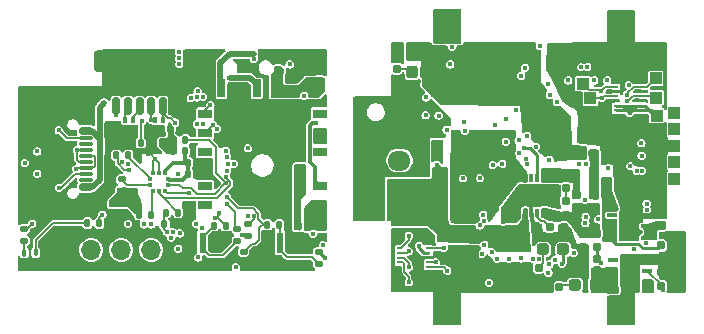
<source format=gbr>
%TF.GenerationSoftware,KiCad,Pcbnew,8.0.5*%
%TF.CreationDate,2025-02-13T02:53:00+01:00*%
%TF.ProjectId,cansatperso,63616e73-6174-4706-9572-736f2e6b6963,rev?*%
%TF.SameCoordinates,Original*%
%TF.FileFunction,Copper,L6,Bot*%
%TF.FilePolarity,Positive*%
%FSLAX46Y46*%
G04 Gerber Fmt 4.6, Leading zero omitted, Abs format (unit mm)*
G04 Created by KiCad (PCBNEW 8.0.5) date 2025-02-13 02:53:00*
%MOMM*%
%LPD*%
G01*
G04 APERTURE LIST*
G04 Aperture macros list*
%AMRoundRect*
0 Rectangle with rounded corners*
0 $1 Rounding radius*
0 $2 $3 $4 $5 $6 $7 $8 $9 X,Y pos of 4 corners*
0 Add a 4 corners polygon primitive as box body*
4,1,4,$2,$3,$4,$5,$6,$7,$8,$9,$2,$3,0*
0 Add four circle primitives for the rounded corners*
1,1,$1+$1,$2,$3*
1,1,$1+$1,$4,$5*
1,1,$1+$1,$6,$7*
1,1,$1+$1,$8,$9*
0 Add four rect primitives between the rounded corners*
20,1,$1+$1,$2,$3,$4,$5,0*
20,1,$1+$1,$4,$5,$6,$7,0*
20,1,$1+$1,$6,$7,$8,$9,0*
20,1,$1+$1,$8,$9,$2,$3,0*%
G04 Aperture macros list end*
%TA.AperFunction,ComponentPad*%
%ADD10C,1.000000*%
%TD*%
%TA.AperFunction,SMDPad,CuDef*%
%ADD11R,1.000000X1.000000*%
%TD*%
%TA.AperFunction,ComponentPad*%
%ADD12C,2.200000*%
%TD*%
%TA.AperFunction,ComponentPad*%
%ADD13RoundRect,0.250000X-0.725000X0.600000X-0.725000X-0.600000X0.725000X-0.600000X0.725000X0.600000X0*%
%TD*%
%TA.AperFunction,ComponentPad*%
%ADD14O,1.950000X1.700000*%
%TD*%
%TA.AperFunction,ComponentPad*%
%ADD15R,1.700000X1.700000*%
%TD*%
%TA.AperFunction,ComponentPad*%
%ADD16O,1.700000X1.700000*%
%TD*%
%TA.AperFunction,SMDPad,CuDef*%
%ADD17RoundRect,0.155000X0.155000X-0.212500X0.155000X0.212500X-0.155000X0.212500X-0.155000X-0.212500X0*%
%TD*%
%TA.AperFunction,SMDPad,CuDef*%
%ADD18RoundRect,0.135000X0.135000X0.185000X-0.135000X0.185000X-0.135000X-0.185000X0.135000X-0.185000X0*%
%TD*%
%TA.AperFunction,SMDPad,CuDef*%
%ADD19RoundRect,0.155000X0.212500X0.155000X-0.212500X0.155000X-0.212500X-0.155000X0.212500X-0.155000X0*%
%TD*%
%TA.AperFunction,SMDPad,CuDef*%
%ADD20RoundRect,0.160000X-0.160000X0.197500X-0.160000X-0.197500X0.160000X-0.197500X0.160000X0.197500X0*%
%TD*%
%TA.AperFunction,SMDPad,CuDef*%
%ADD21RoundRect,0.155000X-0.155000X0.212500X-0.155000X-0.212500X0.155000X-0.212500X0.155000X0.212500X0*%
%TD*%
%TA.AperFunction,SMDPad,CuDef*%
%ADD22RoundRect,0.140000X-0.140000X-0.170000X0.140000X-0.170000X0.140000X0.170000X-0.140000X0.170000X0*%
%TD*%
%TA.AperFunction,SMDPad,CuDef*%
%ADD23RoundRect,0.140000X0.140000X0.170000X-0.140000X0.170000X-0.140000X-0.170000X0.140000X-0.170000X0*%
%TD*%
%TA.AperFunction,SMDPad,CuDef*%
%ADD24RoundRect,0.160000X-0.197500X-0.160000X0.197500X-0.160000X0.197500X0.160000X-0.197500X0.160000X0*%
%TD*%
%TA.AperFunction,SMDPad,CuDef*%
%ADD25R,0.750000X1.800000*%
%TD*%
%TA.AperFunction,SMDPad,CuDef*%
%ADD26R,0.600000X1.800000*%
%TD*%
%TA.AperFunction,SMDPad,CuDef*%
%ADD27R,1.300000X0.900000*%
%TD*%
%TA.AperFunction,SMDPad,CuDef*%
%ADD28R,2.050000X2.450000*%
%TD*%
%TA.AperFunction,SMDPad,CuDef*%
%ADD29RoundRect,0.135000X-0.185000X0.135000X-0.185000X-0.135000X0.185000X-0.135000X0.185000X0.135000X0*%
%TD*%
%TA.AperFunction,SMDPad,CuDef*%
%ADD30R,1.200000X0.800000*%
%TD*%
%TA.AperFunction,SMDPad,CuDef*%
%ADD31RoundRect,0.250000X-0.412500X-1.100000X0.412500X-1.100000X0.412500X1.100000X-0.412500X1.100000X0*%
%TD*%
%TA.AperFunction,SMDPad,CuDef*%
%ADD32RoundRect,0.155000X-0.212500X-0.155000X0.212500X-0.155000X0.212500X0.155000X-0.212500X0.155000X0*%
%TD*%
%TA.AperFunction,SMDPad,CuDef*%
%ADD33RoundRect,0.160000X0.160000X-0.197500X0.160000X0.197500X-0.160000X0.197500X-0.160000X-0.197500X0*%
%TD*%
%TA.AperFunction,SMDPad,CuDef*%
%ADD34RoundRect,0.140000X-0.170000X0.140000X-0.170000X-0.140000X0.170000X-0.140000X0.170000X0.140000X0*%
%TD*%
%TA.AperFunction,SMDPad,CuDef*%
%ADD35RoundRect,0.150000X-0.150000X-0.625000X0.150000X-0.625000X0.150000X0.625000X-0.150000X0.625000X0*%
%TD*%
%TA.AperFunction,SMDPad,CuDef*%
%ADD36RoundRect,0.250000X-0.350000X-0.650000X0.350000X-0.650000X0.350000X0.650000X-0.350000X0.650000X0*%
%TD*%
%TA.AperFunction,SMDPad,CuDef*%
%ADD37R,0.450000X0.240000*%
%TD*%
%TA.AperFunction,SMDPad,CuDef*%
%ADD38R,0.470000X0.500000*%
%TD*%
%TA.AperFunction,SMDPad,CuDef*%
%ADD39R,0.350000X0.500000*%
%TD*%
%TA.AperFunction,SMDPad,CuDef*%
%ADD40R,0.900000X0.440000*%
%TD*%
%TA.AperFunction,SMDPad,CuDef*%
%ADD41R,0.300000X0.340000*%
%TD*%
%TA.AperFunction,SMDPad,CuDef*%
%ADD42R,0.850000X0.300000*%
%TD*%
%TA.AperFunction,SMDPad,CuDef*%
%ADD43R,1.700000X2.500000*%
%TD*%
%TA.AperFunction,SMDPad,CuDef*%
%ADD44RoundRect,0.237500X0.237500X-0.287500X0.237500X0.287500X-0.237500X0.287500X-0.237500X-0.287500X0*%
%TD*%
%TA.AperFunction,SMDPad,CuDef*%
%ADD45RoundRect,0.250000X-1.100000X0.412500X-1.100000X-0.412500X1.100000X-0.412500X1.100000X0.412500X0*%
%TD*%
%TA.AperFunction,SMDPad,CuDef*%
%ADD46RoundRect,0.135000X-0.135000X-0.185000X0.135000X-0.185000X0.135000X0.185000X-0.135000X0.185000X0*%
%TD*%
%TA.AperFunction,SMDPad,CuDef*%
%ADD47RoundRect,0.150000X0.425000X-0.150000X0.425000X0.150000X-0.425000X0.150000X-0.425000X-0.150000X0*%
%TD*%
%TA.AperFunction,SMDPad,CuDef*%
%ADD48RoundRect,0.075000X0.500000X-0.075000X0.500000X0.075000X-0.500000X0.075000X-0.500000X-0.075000X0*%
%TD*%
%TA.AperFunction,ComponentPad*%
%ADD49O,1.800000X1.000000*%
%TD*%
%TA.AperFunction,ComponentPad*%
%ADD50O,2.100000X1.000000*%
%TD*%
%TA.AperFunction,SMDPad,CuDef*%
%ADD51RoundRect,0.140000X0.170000X-0.140000X0.170000X0.140000X-0.170000X0.140000X-0.170000X-0.140000X0*%
%TD*%
%TA.AperFunction,SMDPad,CuDef*%
%ADD52RoundRect,0.100000X0.100000X-0.217500X0.100000X0.217500X-0.100000X0.217500X-0.100000X-0.217500X0*%
%TD*%
%TA.AperFunction,SMDPad,CuDef*%
%ADD53R,0.325000X0.300000*%
%TD*%
%TA.AperFunction,SMDPad,CuDef*%
%ADD54R,0.300000X0.325000*%
%TD*%
%TA.AperFunction,SMDPad,CuDef*%
%ADD55RoundRect,0.237500X-0.287500X-0.237500X0.287500X-0.237500X0.287500X0.237500X-0.287500X0.237500X0*%
%TD*%
%TA.AperFunction,SMDPad,CuDef*%
%ADD56RoundRect,0.250000X-0.900000X1.500000X-0.900000X-1.500000X0.900000X-1.500000X0.900000X1.500000X0*%
%TD*%
%TA.AperFunction,SMDPad,CuDef*%
%ADD57R,0.700000X1.600000*%
%TD*%
%TA.AperFunction,SMDPad,CuDef*%
%ADD58R,0.700000X1.500000*%
%TD*%
%TA.AperFunction,HeatsinkPad*%
%ADD59R,1.000000X0.800000*%
%TD*%
%TA.AperFunction,SMDPad,CuDef*%
%ADD60R,0.300000X0.800000*%
%TD*%
%TA.AperFunction,SMDPad,CuDef*%
%ADD61R,2.480000X1.750000*%
%TD*%
%TA.AperFunction,SMDPad,CuDef*%
%ADD62RoundRect,0.135000X0.185000X-0.135000X0.185000X0.135000X-0.185000X0.135000X-0.185000X-0.135000X0*%
%TD*%
%TA.AperFunction,ViaPad*%
%ADD63C,0.400000*%
%TD*%
%TA.AperFunction,Conductor*%
%ADD64C,0.200000*%
%TD*%
%TA.AperFunction,Conductor*%
%ADD65C,0.150000*%
%TD*%
%TA.AperFunction,Conductor*%
%ADD66C,0.250000*%
%TD*%
%TA.AperFunction,Conductor*%
%ADD67C,0.300000*%
%TD*%
%TA.AperFunction,Conductor*%
%ADD68C,0.500000*%
%TD*%
G04 APERTURE END LIST*
D10*
%TO.P,TP1,1,1*%
%TO.N,GND*%
X165290000Y-74530000D03*
%TD*%
D11*
%TO.P,,1*%
%TO.N,3.3VEN*%
X194180000Y-79140000D03*
%TD*%
%TO.P,,1*%
%TO.N,LPUART1_TX_RADIO*%
X194150000Y-77610000D03*
%TD*%
D12*
%TO.P,H1,1,1*%
%TO.N,GND*%
X176440000Y-95500000D03*
%TD*%
D13*
%TO.P,J1,1,Pin_1*%
%TO.N,GND*%
X172420000Y-80450000D03*
D14*
%TO.P,J1,2,Pin_2*%
%TO.N,unconnected-(J1-Pin_2-Pad2)*%
X172420000Y-82950000D03*
%TO.P,J1,3,Pin_3*%
%TO.N,VIN*%
X172420000Y-85450000D03*
%TD*%
D10*
%TO.P,TP2,1,1*%
%TO.N,BAT+*%
X165250000Y-76550000D03*
%TD*%
D11*
%TO.P,,1*%
%TO.N,USART1_TX_GPS*%
X188590000Y-77650000D03*
%TD*%
%TO.P,,1*%
%TO.N,USART1_RX_GPS*%
X187960000Y-76430000D03*
%TD*%
D12*
%TO.P,H2,1,1*%
%TO.N,GND*%
X191170000Y-95590000D03*
%TD*%
%TO.P,H4,1,1*%
%TO.N,GND*%
X191140000Y-71470000D03*
%TD*%
%TO.P,H3,1,1*%
%TO.N,GND*%
X176450000Y-71450000D03*
%TD*%
D15*
%TO.P,J3,1,Pin_1*%
%TO.N,GND*%
X143770000Y-90515000D03*
D16*
%TO.P,J3,2,Pin_2*%
%TO.N,+3.3V*%
X146310000Y-90515000D03*
%TO.P,J3,3,Pin_3*%
%TO.N,OLED_SCL*%
X148850000Y-90515000D03*
%TO.P,J3,4,Pin_4*%
%TO.N,OLED_SDA*%
X151390000Y-90515000D03*
%TD*%
D17*
%TO.P,C19,1*%
%TO.N,+5V*%
X194630000Y-88437500D03*
%TO.P,C19,2*%
%TO.N,GND*%
X194630000Y-87302500D03*
%TD*%
D18*
%TO.P,R10,1*%
%TO.N,Net-(S1-NO)*%
X162250000Y-88390000D03*
%TO.P,R10,2*%
%TO.N,B1*%
X161230000Y-88390000D03*
%TD*%
D19*
%TO.P,C21,1*%
%TO.N,3.3VEN*%
X189145000Y-92250000D03*
%TO.P,C21,2*%
%TO.N,GND*%
X188010000Y-92250000D03*
%TD*%
D20*
%TO.P,R16,1*%
%TO.N,Net-(C26-Pad2)*%
X186500000Y-86352500D03*
%TO.P,R16,2*%
%TO.N,Net-(IC3-FB)*%
X186500000Y-87547500D03*
%TD*%
D21*
%TO.P,C27,1*%
%TO.N,Net-(IC3-COMP)*%
X187480000Y-85842500D03*
%TO.P,C27,2*%
%TO.N,Net-(IC3-FB)*%
X187480000Y-86977500D03*
%TD*%
D11*
%TO.P,,1*%
%TO.N,LPUART1_RX_RADIO*%
X194120000Y-75980000D03*
%TD*%
D22*
%TO.P,C12,1*%
%TO.N,GND*%
X151410000Y-81440000D03*
%TO.P,C12,2*%
%TO.N,+3.3V*%
X152370000Y-81440000D03*
%TD*%
D23*
%TO.P,C10,1*%
%TO.N,+3.3V*%
X164870000Y-88460000D03*
%TO.P,C10,2*%
%TO.N,GNDGPS*%
X163910000Y-88460000D03*
%TD*%
D24*
%TO.P,R15,1*%
%TO.N,Net-(IC3-FSW)*%
X185132500Y-88570000D03*
%TO.P,R15,2*%
%TO.N,GND*%
X186327500Y-88570000D03*
%TD*%
D25*
%TO.P,S1,1,COM_1*%
%TO.N,GND*%
X163530000Y-89910000D03*
D26*
%TO.P,S1,2,NO*%
%TO.N,Net-(S1-NO)*%
X162305000Y-89910000D03*
D25*
%TO.P,S1,3,COM_2*%
%TO.N,GND*%
X161080000Y-89910000D03*
D27*
%TO.P,S1,MP1,MP1*%
X164155000Y-91860000D03*
%TO.P,S1,MP2,MP2*%
X160455000Y-91860000D03*
%TD*%
D28*
%TO.P,L2,1*%
%TO.N,Net-(D2-K)*%
X180060000Y-81670000D03*
%TO.P,L2,2*%
%TO.N,+5V*%
X180060000Y-75570000D03*
%TD*%
D29*
%TO.P,R7,1*%
%TO.N,+3.3V*%
X165580000Y-90680000D03*
%TO.P,R7,2*%
%TO.N,Net-(S1-NO)*%
X165580000Y-91700000D03*
%TD*%
%TO.P,R1,1*%
%TO.N,Net-(U1-PB0)*%
X140630000Y-88730000D03*
%TO.P,R1,2*%
%TO.N,Net-(D2-A)*%
X140630000Y-89750000D03*
%TD*%
D30*
%TO.P,PA1010D1,1,I2C_SDA*%
%TO.N,unconnected-(PA1010D1-I2C_SDA-Pad1)*%
X155960000Y-86700000D03*
%TO.P,PA1010D1,2,I2C_SCL*%
%TO.N,unconnected-(PA1010D1-I2C_SCL-Pad2)*%
X155960000Y-85100000D03*
%TO.P,PA1010D1,3,1PPS*%
%TO.N,unconnected-(PA1010D1-1PPS-Pad3)*%
X155960000Y-82200000D03*
%TO.P,PA1010D1,4,TX*%
%TO.N,Net-(PA1010D1-TX)*%
X155960000Y-80600000D03*
%TO.P,PA1010D1,5,RX*%
%TO.N,Net-(PA1010D1-RX)*%
X155960000Y-79000000D03*
%TO.P,PA1010D1,6,NRESET*%
%TO.N,unconnected-(PA1010D1-NRESET-Pad6)*%
X165660000Y-79000000D03*
%TO.P,PA1010D1,7,GND*%
%TO.N,GNDGPS*%
X165660000Y-80600000D03*
%TO.P,PA1010D1,8,WAKE_UP*%
%TO.N,unconnected-(PA1010D1-WAKE_UP-Pad8)*%
X165660000Y-82200000D03*
%TO.P,PA1010D1,9,VBACKUP*%
%TO.N,Net-(BT1-+)*%
X165660000Y-85100000D03*
%TO.P,PA1010D1,10,VCC*%
%TO.N,+3.3V*%
X165660000Y-86700000D03*
%TD*%
D31*
%TO.P,C29,1*%
%TO.N,+5V*%
X185117500Y-80200000D03*
%TO.P,C29,2*%
%TO.N,GND*%
X188242500Y-80200000D03*
%TD*%
D32*
%TO.P,C28,1*%
%TO.N,+5V*%
X187722500Y-82380000D03*
%TO.P,C28,2*%
%TO.N,Net-(C28-Pad2)*%
X188857500Y-82380000D03*
%TD*%
D33*
%TO.P,R11,1*%
%TO.N,GND*%
X184200000Y-93207500D03*
%TO.P,R11,2*%
%TO.N,Net-(D5-K)*%
X184200000Y-92012500D03*
%TD*%
D34*
%TO.P,C7,1*%
%TO.N,B1*%
X159220000Y-90660000D03*
%TO.P,C7,2*%
%TO.N,GND*%
X159220000Y-91620000D03*
%TD*%
D35*
%TO.P,J1,1,1*%
%TO.N,+3.3V*%
X148410000Y-78360000D03*
%TO.P,J1,2,2*%
%TO.N,COMPASSDA*%
X149410000Y-78360000D03*
%TO.P,J1,3,3*%
%TO.N,COMPASSCL*%
X150410000Y-78360000D03*
%TO.P,J1,4,4*%
%TO.N,USART_RX*%
X151410000Y-78360000D03*
%TO.P,J1,5,5*%
%TO.N,USART_TX*%
X152410000Y-78360000D03*
%TO.P,J1,6,6*%
%TO.N,GND*%
X153410000Y-78360000D03*
D36*
%TO.P,J1,MP*%
X147110000Y-74485000D03*
X154710000Y-74485000D03*
%TD*%
D37*
%TO.P,J5,1,1*%
%TO.N,LPUART1_RX_RADIO*%
X193200000Y-76700000D03*
%TO.P,J5,2,2*%
%TO.N,USART1_RX_GPS*%
X190750000Y-76700000D03*
%TO.P,J5,3,3*%
%TO.N,GND*%
X193200000Y-77100000D03*
%TO.P,J5,4,4*%
X190750000Y-77100000D03*
%TO.P,J5,5,5*%
%TO.N,LPUART1_TX_RADIO*%
X193200000Y-77500000D03*
%TO.P,J5,6,6*%
%TO.N,USART1_TX_GPS*%
X190750000Y-77500000D03*
%TO.P,J5,7,7*%
%TO.N,GND*%
X193200000Y-77900000D03*
%TO.P,J5,8,8*%
X190750000Y-77900000D03*
%TO.P,J5,9,9*%
%TO.N,3.3VEN*%
X193200000Y-78300000D03*
%TO.P,J5,10,10*%
X190750000Y-78300000D03*
%TO.P,J5,11,11*%
X193200000Y-78700000D03*
%TO.P,J5,12,12*%
X190750000Y-78700000D03*
D38*
%TO.P,J5,MP1,MP1*%
%TO.N,GND*%
X193170000Y-75950000D03*
%TO.P,J5,MP2,MP2*%
X190780000Y-75950000D03*
%TO.P,J5,MP3,MP3*%
X190780000Y-79450000D03*
%TO.P,J5,MP4,MP4*%
X193170000Y-79450000D03*
%TD*%
D11*
%TO.P,,1*%
%TO.N,I2C3_SDA_ACCEL*%
X195700000Y-83100000D03*
%TD*%
D23*
%TO.P,C2,1*%
%TO.N,GND*%
X153480000Y-88330000D03*
%TO.P,C2,2*%
%TO.N,+3.3V*%
X152520000Y-88330000D03*
%TD*%
D32*
%TO.P,C25,1*%
%TO.N,VIN*%
X182932500Y-88530000D03*
%TO.P,C25,2*%
%TO.N,GND*%
X184067500Y-88530000D03*
%TD*%
D39*
%TO.P,D4,1,K1*%
%TO.N,USART_RX*%
X151725000Y-79530000D03*
%TO.P,D4,2,K2*%
%TO.N,USART_TX*%
X152375000Y-79530000D03*
D40*
%TO.P,D4,3,CC_1*%
%TO.N,GND*%
X152050000Y-80220000D03*
D41*
%TO.P,D4,4,CC_2*%
X152050000Y-80610000D03*
%TD*%
D42*
%TO.P,IC5,1,GND*%
%TO.N,GND*%
X193400000Y-91320000D03*
%TO.P,IC5,2,EN*%
%TO.N,PWEN*%
X193400000Y-92270000D03*
%TO.P,IC5,3,VIN*%
%TO.N,+5V*%
X193400000Y-93220000D03*
%TO.P,IC5,4,VOUT*%
%TO.N,3.3VEN*%
X190500000Y-93220000D03*
%TO.P,IC5,5,VSENSE*%
X190500000Y-92270000D03*
%TO.P,IC5,6,ADJ/NC*%
%TO.N,unconnected-(IC5-ADJ{slash}NC-Pad6)*%
X190500000Y-91320000D03*
D43*
%TO.P,IC5,7,EP*%
%TO.N,GND*%
X191950000Y-92270000D03*
%TD*%
D20*
%TO.P,R22,1*%
%TO.N,GND*%
X175510000Y-80332500D03*
%TO.P,R22,2*%
%TO.N,ADC1_IN3_VBAT*%
X175510000Y-81527500D03*
%TD*%
D18*
%TO.P,R25,1*%
%TO.N,Net-(U5-INT)*%
X149460000Y-82500000D03*
%TO.P,R25,2*%
%TO.N,BAROEXTI*%
X148440000Y-82500000D03*
%TD*%
%TO.P,R2,1*%
%TO.N,Net-(U1-PB1)*%
X147000000Y-88230000D03*
%TO.P,R2,2*%
%TO.N,Net-(D3-A)*%
X145980000Y-88230000D03*
%TD*%
D20*
%TO.P,R4,1*%
%TO.N,GND*%
X185960000Y-92470000D03*
%TO.P,R4,2*%
%TO.N,Net-(D4-K)*%
X185960000Y-93665000D03*
%TD*%
D44*
%TO.P,D1,1,K*%
%TO.N,Net-(D1-K)*%
X173470000Y-75475000D03*
%TO.P,D1,2,A*%
%TO.N,+5V*%
X173470000Y-73725000D03*
%TD*%
D22*
%TO.P,C14,1*%
%TO.N,Net-(U5-VDD)*%
X154520000Y-83130000D03*
%TO.P,C14,2*%
%TO.N,GND*%
X155480000Y-83130000D03*
%TD*%
D45*
%TO.P,C24,1*%
%TO.N,VIN*%
X182080000Y-89967500D03*
%TO.P,C24,2*%
%TO.N,GND*%
X182080000Y-93092500D03*
%TD*%
D46*
%TO.P,R20,1*%
%TO.N,+3.3V*%
X153260000Y-81190000D03*
%TO.P,R20,2*%
%TO.N,COMPASSCL*%
X154280000Y-81190000D03*
%TD*%
%TO.P,R19,1*%
%TO.N,+3.3V*%
X153240000Y-82150000D03*
%TO.P,R19,2*%
%TO.N,Net-(U5-VDD)*%
X154260000Y-82150000D03*
%TD*%
D20*
%TO.P,R3,1*%
%TO.N,GND*%
X172180000Y-73982500D03*
%TO.P,R3,2*%
%TO.N,Net-(D1-K)*%
X172180000Y-75177500D03*
%TD*%
D18*
%TO.P,R8,1*%
%TO.N,+3.3V*%
X157700000Y-88470000D03*
%TO.P,R8,2*%
%TO.N,Net-(S2-NO)*%
X156680000Y-88470000D03*
%TD*%
D11*
%TO.P,,1*%
%TO.N,I2C3_SCL_ACCEL*%
X195700000Y-84500000D03*
%TD*%
D22*
%TO.P,C13,1*%
%TO.N,GND*%
X149550000Y-81450000D03*
%TO.P,C13,2*%
%TO.N,+3.3V*%
X150510000Y-81450000D03*
%TD*%
D29*
%TO.P,R13,1*%
%TO.N,SPI_CS*%
X159630000Y-88340000D03*
%TO.P,R13,2*%
%TO.N,+3.3V*%
X159630000Y-89360000D03*
%TD*%
D47*
%TO.P,J4,A1,GND*%
%TO.N,GND*%
X145850000Y-86010000D03*
%TO.P,J4,A4,VBUS*%
%TO.N,vusb*%
X145850000Y-85210000D03*
D48*
%TO.P,J4,A5,CC1*%
%TO.N,Net-(J4-CC1)*%
X145850000Y-84060000D03*
%TO.P,J4,A6,D+*%
%TO.N,Net-(J4-D+-PadA6)*%
X145850000Y-83060000D03*
%TO.P,J4,A7,D-*%
%TO.N,Net-(J4-D--PadA7)*%
X145850000Y-82560000D03*
%TO.P,J4,A8*%
%TO.N,N/C*%
X145850000Y-81560000D03*
D47*
%TO.P,J4,A9,VBUS*%
%TO.N,vusb*%
X145850000Y-80410000D03*
%TO.P,J4,A12,GND*%
%TO.N,GND*%
X145850000Y-79610000D03*
%TO.P,J4,B1,GND*%
X145850000Y-79610000D03*
%TO.P,J4,B4,VBUS*%
%TO.N,vusb*%
X145850000Y-80410000D03*
D48*
%TO.P,J4,B5,CC2*%
%TO.N,Net-(J4-CC2)*%
X145850000Y-81060000D03*
%TO.P,J4,B6,D+*%
%TO.N,Net-(J4-D+-PadA6)*%
X145850000Y-82060000D03*
%TO.P,J4,B7,D-*%
%TO.N,Net-(J4-D--PadA7)*%
X145850000Y-83560000D03*
%TO.P,J4,B8*%
%TO.N,N/C*%
X145850000Y-84560000D03*
D47*
%TO.P,J4,B9,VBUS*%
%TO.N,vusb*%
X145850000Y-85210000D03*
%TO.P,J4,B12,GND*%
%TO.N,GND*%
X145850000Y-86010000D03*
D49*
%TO.P,J4,S1,SHIELD*%
X141095000Y-87130000D03*
D50*
X145275000Y-87130000D03*
D49*
X141095000Y-78490000D03*
D50*
X145275000Y-78490000D03*
%TD*%
D18*
%TO.P,R23,1*%
%TO.N,COMPASSDA*%
X153670000Y-87340000D03*
%TO.P,R23,2*%
%TO.N,+3.3V*%
X152650000Y-87340000D03*
%TD*%
D11*
%TO.P,7,1*%
%TO.N,+3.3V*%
X195700000Y-80300000D03*
%TD*%
D51*
%TO.P,C24,1*%
%TO.N,GND*%
X148240000Y-87560000D03*
%TO.P,C24,2*%
%TO.N,+3.3V*%
X148240000Y-86600000D03*
%TD*%
D11*
%TO.P,,1*%
%TO.N,+5V*%
X195700000Y-78890000D03*
%TD*%
%TO.P,,1*%
%TO.N,GND*%
X195700000Y-81690000D03*
%TD*%
D51*
%TO.P,C22,1*%
%TO.N,GND*%
X149200000Y-87570000D03*
%TO.P,C22,2*%
%TO.N,+3.3V*%
X149200000Y-86610000D03*
%TD*%
D21*
%TO.P,C20,1*%
%TO.N,+3.3V*%
X194580000Y-90132500D03*
%TO.P,C20,2*%
%TO.N,GND*%
X194580000Y-91267500D03*
%TD*%
D52*
%TO.P,D2,1,K*%
%TO.N,GND*%
X140660000Y-91567500D03*
%TO.P,D2,2,A*%
%TO.N,Net-(D2-A)*%
X140660000Y-90752500D03*
%TD*%
D25*
%TO.P,S2,1,COM_1*%
%TO.N,GND*%
X156975000Y-89895000D03*
D26*
%TO.P,S2,2,NO*%
%TO.N,Net-(S2-NO)*%
X155750000Y-89895000D03*
D25*
%TO.P,S2,3,COM_2*%
%TO.N,GND*%
X154525000Y-89895000D03*
D27*
%TO.P,S2,MP1,MP1*%
X157600000Y-91845000D03*
%TO.P,S2,MP2,MP2*%
X153900000Y-91845000D03*
%TD*%
D20*
%TO.P,R19,1*%
%TO.N,Net-(IC3-FB)*%
X187970000Y-89062500D03*
%TO.P,R19,2*%
%TO.N,GND*%
X187970000Y-90257500D03*
%TD*%
%TO.P,R21,1*%
%TO.N,ADC1_IN3_VBAT*%
X175510000Y-82650000D03*
%TO.P,R21,2*%
%TO.N,VIN*%
X175510000Y-83845000D03*
%TD*%
D42*
%TO.P,IC2,1,GND*%
%TO.N,GND*%
X193310000Y-87570000D03*
%TO.P,IC2,2,EN*%
%TO.N,+5V*%
X193310000Y-88520000D03*
%TO.P,IC2,3,VIN*%
X193310000Y-89470000D03*
%TO.P,IC2,4,VOUT*%
%TO.N,+3.3V*%
X190410000Y-89470000D03*
%TO.P,IC2,5,VSENSE*%
X190410000Y-88520000D03*
%TO.P,IC2,6,ADJ/NC*%
%TO.N,unconnected-(IC2-ADJ{slash}NC-Pad6)*%
X190410000Y-87570000D03*
D43*
%TO.P,IC2,7,EP*%
%TO.N,GND*%
X191860000Y-88520000D03*
%TD*%
D21*
%TO.P,C26,1*%
%TO.N,Net-(IC3-COMP)*%
X186530000Y-84152500D03*
%TO.P,C26,2*%
%TO.N,Net-(C26-Pad2)*%
X186530000Y-85287500D03*
%TD*%
D18*
%TO.P,R22,1*%
%TO.N,Net-(U5-SDO)*%
X151380000Y-87510000D03*
%TO.P,R22,2*%
%TO.N,+3.3V*%
X150360000Y-87510000D03*
%TD*%
D19*
%TO.P,C18,1*%
%TO.N,+5V*%
X189147500Y-91280000D03*
%TO.P,C18,2*%
%TO.N,GND*%
X188012500Y-91280000D03*
%TD*%
D22*
%TO.P,C19,1*%
%TO.N,Net-(U5-VDD)*%
X154540000Y-84100000D03*
%TO.P,C19,2*%
%TO.N,GND*%
X155500000Y-84100000D03*
%TD*%
D53*
%TO.P,U5,1,VDDIO*%
%TO.N,Net-(U5-VDD)*%
X152800000Y-84480000D03*
%TO.P,U5,2,SCK*%
%TO.N,COMPASSCL*%
X152800000Y-84980000D03*
D54*
%TO.P,U5,3,VSS_1*%
%TO.N,GND*%
X152550000Y-85505000D03*
%TO.P,U5,4,SDI*%
%TO.N,COMPASSDA*%
X152050000Y-85505000D03*
%TO.P,U5,5,SDO*%
%TO.N,Net-(U5-SDO)*%
X151550000Y-85505000D03*
D53*
%TO.P,U5,6,CSB*%
%TO.N,Net-(U5-CSB)*%
X151300000Y-84980000D03*
%TO.P,U5,7,INT*%
%TO.N,Net-(U5-INT)*%
X151300000Y-84480000D03*
D54*
%TO.P,U5,8,VSS_2*%
%TO.N,GND*%
X151550000Y-83955000D03*
%TO.P,U5,9,VSS_3*%
X152050000Y-83955000D03*
%TO.P,U5,10,VDD*%
%TO.N,Net-(U5-VDD)*%
X152550000Y-83955000D03*
%TD*%
D55*
%TO.P,D5,1,K*%
%TO.N,Net-(D5-K)*%
X184550000Y-90470000D03*
%TO.P,D5,2,A*%
%TO.N,+3.3V*%
X186300000Y-90470000D03*
%TD*%
D20*
%TO.P,R17,1*%
%TO.N,Net-(C28-Pad2)*%
X188890000Y-85822500D03*
%TO.P,R17,2*%
%TO.N,Net-(IC3-FB)*%
X188890000Y-87017500D03*
%TD*%
D56*
%TO.P,D2,1,K*%
%TO.N,Net-(D2-K)*%
X177930000Y-86510000D03*
%TO.P,D2,2,A*%
%TO.N,GND*%
X177930000Y-91910000D03*
%TD*%
D37*
%TO.P,J4,1,1*%
%TO.N,GPIO_EXTI1*%
X174860000Y-91970000D03*
%TO.P,J4,2,2*%
%TO.N,EXTI3{slash}PWMONTIM4*%
X174860000Y-91570000D03*
%TO.P,J4,3,3*%
%TO.N,GND*%
X174860000Y-91170000D03*
%TO.P,J4,4,4*%
%TO.N,+3.3V*%
X174860000Y-90770000D03*
%TO.P,J4,5,5*%
%TO.N,EXTI0*%
X174860000Y-90370000D03*
%TO.P,J4,6,6*%
%TO.N,GND*%
X172410000Y-91970000D03*
%TO.P,J4,7,7*%
%TO.N,NRST*%
X172410000Y-91570000D03*
%TO.P,J4,8,8*%
%TO.N,SWDIO*%
X172410000Y-91170000D03*
%TO.P,J4,9,9*%
%TO.N,SWCLK{slash}I2C1_SDA*%
X172410000Y-90770000D03*
%TO.P,J4,10,10*%
%TO.N,SWO*%
X172410000Y-90370000D03*
D38*
%TO.P,J4,MP1,MP1*%
%TO.N,GND*%
X174830000Y-92720000D03*
%TO.P,J4,MP2,MP2*%
X174830000Y-89620000D03*
%TO.P,J4,MP3,MP3*%
X172440000Y-92720000D03*
%TO.P,J4,MP4,MP4*%
X172440000Y-89620000D03*
%TD*%
D57*
%TO.P,SW1,1,C*%
%TO.N,BAT+*%
X161845000Y-76812500D03*
D58*
%TO.P,SW1,2,B*%
%TO.N,Net-(IC3-EN)*%
X160345000Y-76812500D03*
%TO.P,SW1,3,A*%
%TO.N,vusb*%
X157345000Y-76812500D03*
D59*
%TO.P,SW1,4,S*%
%TO.N,GND*%
X155945000Y-74097500D03*
X155945000Y-76027500D03*
X163245000Y-74097500D03*
X163245000Y-76027500D03*
%TD*%
D33*
%TO.P,R1,1*%
%TO.N,PWEN*%
X194580000Y-93537500D03*
%TO.P,R1,2*%
%TO.N,GND*%
X194580000Y-92342500D03*
%TD*%
D55*
%TO.P,D4,1,K*%
%TO.N,Net-(D4-K)*%
X187275000Y-93480000D03*
%TO.P,D4,2,A*%
%TO.N,3.3VEN*%
X189025000Y-93480000D03*
%TD*%
D39*
%TO.P,D5,1,K1*%
%TO.N,COMPASSDA*%
X149185000Y-79520000D03*
%TO.P,D5,2,K2*%
%TO.N,COMPASSCL*%
X149835000Y-79520000D03*
D40*
%TO.P,D5,3,CC_1*%
%TO.N,GND*%
X149510000Y-80210000D03*
D41*
%TO.P,D5,4,CC_2*%
X149510000Y-80600000D03*
%TD*%
D33*
%TO.P,R18,1*%
%TO.N,+5V*%
X189150000Y-90267500D03*
%TO.P,R18,2*%
%TO.N,Net-(IC3-FB)*%
X189150000Y-89072500D03*
%TD*%
D60*
%TO.P,IC3,1,OUT*%
%TO.N,Net-(D2-K)*%
X183090000Y-84410000D03*
%TO.P,IC3,2,SYNCH*%
%TO.N,unconnected-(IC3-SYNCH-Pad2)*%
X183590000Y-84410000D03*
%TO.P,IC3,3,EN*%
%TO.N,VIN*%
X184090000Y-84410000D03*
%TO.P,IC3,4,COMP*%
%TO.N,Net-(IC3-COMP)*%
X184590000Y-84410000D03*
%TO.P,IC3,5,FB*%
%TO.N,Net-(IC3-FB)*%
X184590000Y-87410000D03*
%TO.P,IC3,6,FSW*%
%TO.N,Net-(IC3-FSW)*%
X184090000Y-87410000D03*
%TO.P,IC3,7,GND*%
%TO.N,GND*%
X183590000Y-87410000D03*
%TO.P,IC3,8,V_CC*%
%TO.N,VIN*%
X183090000Y-87410000D03*
D61*
%TO.P,IC3,9,EP*%
%TO.N,GND*%
X183840000Y-85910000D03*
%TD*%
D62*
%TO.P,R9,1*%
%TO.N,Net-(S2-NO)*%
X158670000Y-89750000D03*
%TO.P,R9,2*%
%TO.N,B2*%
X158670000Y-88730000D03*
%TD*%
D52*
%TO.P,D3,1,K*%
%TO.N,GND*%
X141610000Y-91537500D03*
%TO.P,D3,2,A*%
%TO.N,Net-(D3-A)*%
X141610000Y-90722500D03*
%TD*%
D62*
%TO.P,R24,1*%
%TO.N,+3.3V*%
X148920000Y-85540000D03*
%TO.P,R24,2*%
%TO.N,Net-(U5-CSB)*%
X148920000Y-84520000D03*
%TD*%
D23*
%TO.P,C25,1*%
%TO.N,GND*%
X153960000Y-80230000D03*
%TO.P,C25,2*%
%TO.N,+3.3V*%
X153000000Y-80230000D03*
%TD*%
D34*
%TO.P,C11,1*%
%TO.N,+3.3V*%
X165820000Y-88520000D03*
%TO.P,C11,2*%
%TO.N,GND*%
X165820000Y-89480000D03*
%TD*%
D63*
%TO.N,GND*%
X190070000Y-77100000D03*
X175430000Y-80550000D03*
X185140000Y-77380000D03*
X188140000Y-93790000D03*
X142010000Y-81170000D03*
X160740000Y-86350000D03*
X162230000Y-80510000D03*
X184730000Y-85210000D03*
X153660000Y-84100000D03*
X172020000Y-93430000D03*
X171990000Y-92250000D03*
X172040000Y-89180000D03*
X141180000Y-80280000D03*
X144630000Y-84990000D03*
X170070000Y-80860000D03*
X194780000Y-75070000D03*
X162990000Y-88570000D03*
X192860000Y-73320000D03*
X161120000Y-87030000D03*
X156190000Y-82980000D03*
X156200000Y-84070000D03*
X192250000Y-88020000D03*
X154975000Y-81590000D03*
X141930000Y-86100000D03*
X145040000Y-76960000D03*
X196400000Y-93870000D03*
X152820000Y-91930000D03*
X182160000Y-85940000D03*
X178270000Y-92510000D03*
X164630000Y-90100000D03*
X195420000Y-89400000D03*
X162040000Y-87440000D03*
X154630000Y-85660000D03*
X176720000Y-74800000D03*
X163220000Y-81520000D03*
X188060000Y-80840000D03*
X164560000Y-73880000D03*
X158450000Y-79700000D03*
X147830166Y-85660166D03*
X195910000Y-81690000D03*
X173830000Y-76800000D03*
X186860000Y-77390000D03*
X145550000Y-76960000D03*
X147740000Y-82470000D03*
X169990000Y-82430000D03*
X150010000Y-80820000D03*
X146570000Y-76960000D03*
X161590000Y-91240000D03*
X192520000Y-77840000D03*
X148100000Y-76960000D03*
X148380000Y-88610000D03*
X195310000Y-81420000D03*
X163080000Y-91890000D03*
X147590000Y-76960000D03*
X143000000Y-76960000D03*
X160280000Y-80080000D03*
X181190000Y-88140000D03*
X148610000Y-76960000D03*
X157910000Y-89880000D03*
X161060000Y-75970000D03*
X141350000Y-89120000D03*
X153270000Y-74310000D03*
X185500000Y-89530000D03*
X157930000Y-89220000D03*
X195290000Y-81980000D03*
X195500000Y-91260000D03*
X170000000Y-85670000D03*
X185310000Y-75010000D03*
X178270000Y-93060000D03*
X161570000Y-91930000D03*
X163310000Y-79290000D03*
X165990000Y-73820000D03*
X191840000Y-80450000D03*
X152650000Y-89990000D03*
X141980000Y-76960000D03*
X156200000Y-83510000D03*
X162320000Y-91920000D03*
X186600000Y-74990000D03*
X186610000Y-77940000D03*
X193090000Y-80070000D03*
X179510000Y-87540000D03*
X186810000Y-92670000D03*
X182750000Y-85180000D03*
X196230000Y-90710000D03*
X142420000Y-90710000D03*
X163260000Y-82530000D03*
X196240000Y-91320000D03*
X146060000Y-76960000D03*
X151160000Y-76960000D03*
X174150000Y-89130000D03*
X144660000Y-80610000D03*
X196250000Y-89330000D03*
X186380000Y-89540000D03*
X156920000Y-80860000D03*
X155730000Y-75730000D03*
X183870000Y-86560000D03*
X185770000Y-86240000D03*
X177950000Y-80400000D03*
X144020000Y-76960000D03*
X192510000Y-77075000D03*
X194690000Y-73340000D03*
X174290000Y-93820000D03*
X182730000Y-75760000D03*
X148950000Y-81920000D03*
X149120000Y-76960000D03*
X179230000Y-84430000D03*
X151670000Y-76960000D03*
X159040000Y-81100000D03*
X153270000Y-75270000D03*
X158490000Y-90670000D03*
X153270000Y-76370000D03*
X191820000Y-87500000D03*
X149630000Y-76960000D03*
X162810000Y-86290000D03*
X158980000Y-84200000D03*
X190030000Y-78010000D03*
X142530000Y-79050000D03*
X151920000Y-91940000D03*
X176870000Y-73300000D03*
X143510000Y-76960000D03*
X162590000Y-84570000D03*
X189230000Y-87920000D03*
X150160000Y-88200000D03*
X146690000Y-86900000D03*
X174340000Y-78550000D03*
X174710000Y-93030000D03*
X183840000Y-85180000D03*
X140920000Y-85150000D03*
X147660000Y-91890000D03*
X153270000Y-75860000D03*
X187970000Y-90257500D03*
X140590000Y-79650000D03*
X162120000Y-82560000D03*
X158950000Y-79220000D03*
X141910000Y-85200000D03*
X143700000Y-91990000D03*
X187680000Y-73220000D03*
X184670000Y-89530000D03*
X190520000Y-80280000D03*
X158130000Y-77820000D03*
X169990000Y-87150000D03*
X162040000Y-85260000D03*
X184020004Y-93800000D03*
X153270000Y-73840000D03*
X148900000Y-80740000D03*
X159880000Y-82560000D03*
X196260000Y-90010000D03*
X161190000Y-81660000D03*
X154910000Y-86580000D03*
X182700000Y-93770000D03*
X143760000Y-88920000D03*
X147610000Y-83730000D03*
X163940000Y-74790000D03*
X164040000Y-75630000D03*
X154980000Y-89970000D03*
X189380000Y-73200000D03*
X174340000Y-80170000D03*
X185010000Y-93780000D03*
X182750000Y-86610000D03*
X166020000Y-75460000D03*
X181370000Y-87230000D03*
X140700000Y-81170000D03*
X189740000Y-75000000D03*
X177790000Y-84460000D03*
X142410000Y-88090000D03*
X140960000Y-76960000D03*
X181450000Y-79430000D03*
X158970000Y-77290000D03*
X162140000Y-81560000D03*
X151720000Y-82800000D03*
X147080000Y-76960000D03*
X143210000Y-81200000D03*
X143550000Y-87740000D03*
X145080000Y-91980000D03*
X141470000Y-76960000D03*
X182260000Y-78635000D03*
X156530000Y-75980000D03*
X145280000Y-89320000D03*
X142490000Y-76960000D03*
X185670000Y-85170000D03*
X185740000Y-77990000D03*
X181825000Y-86735000D03*
X143250000Y-77940000D03*
X159460000Y-86320000D03*
X169990000Y-84030000D03*
X153270000Y-74800000D03*
X181000000Y-93770000D03*
X142410000Y-80220000D03*
X150650000Y-76960000D03*
X159000000Y-77810000D03*
X147610000Y-89440000D03*
X175340000Y-93810000D03*
X140450000Y-76960000D03*
X161240000Y-80060000D03*
X161180000Y-84630000D03*
X162010000Y-78220000D03*
X150140000Y-76960000D03*
X151100000Y-81520000D03*
X159500000Y-83150000D03*
X144030000Y-81490000D03*
X162260000Y-79290000D03*
X144530000Y-76960000D03*
X153070000Y-76920000D03*
X184300000Y-73230000D03*
X151150000Y-82410000D03*
X186010000Y-73210000D03*
X187650000Y-78890000D03*
X172180000Y-73260000D03*
X140900000Y-86120000D03*
X178890000Y-93060000D03*
X192600000Y-87500000D03*
X163210000Y-80470000D03*
%TO.N,+3.3V*%
X174080000Y-90160000D03*
X192500000Y-83785000D03*
X174630000Y-79100000D03*
X165280000Y-87660000D03*
X155250000Y-77590000D03*
X190080000Y-88950000D03*
X155325000Y-77080000D03*
X155760000Y-77540000D03*
X180500000Y-79960000D03*
X157150000Y-87340000D03*
X152720000Y-88960000D03*
X157890000Y-83220000D03*
X152982503Y-80229917D03*
X193340000Y-86580000D03*
X148400000Y-79110000D03*
X189950000Y-84530000D03*
X187800000Y-75020000D03*
X149520000Y-85790000D03*
X156830000Y-87830000D03*
X190540000Y-88950000D03*
X148410000Y-78490000D03*
X190070000Y-85070000D03*
X154745000Y-77655000D03*
X192930000Y-83785000D03*
X165800000Y-87660000D03*
X195710000Y-80320000D03*
X186180000Y-91660000D03*
X159125835Y-89272933D03*
X188320000Y-75010000D03*
X185110000Y-91730000D03*
X150581344Y-79625174D03*
X176410000Y-80320000D03*
X181118130Y-83193167D03*
X158380000Y-83210000D03*
X149520000Y-86340000D03*
X191836225Y-76543443D03*
X181420000Y-81330000D03*
X183050000Y-75090000D03*
X193360000Y-87119998D03*
X166073755Y-91215931D03*
X192914500Y-82522000D03*
X174670000Y-77590000D03*
X165660000Y-86700000D03*
X185020000Y-92422500D03*
X180320000Y-83320000D03*
%TO.N,NRST*%
X173200000Y-93250000D03*
X179380000Y-90850660D03*
%TO.N,SDDETECT*%
X192897500Y-81470000D03*
X184190000Y-91260000D03*
%TO.N,VIN*%
X182930000Y-81890000D03*
X175581212Y-83307499D03*
%TO.N,+5V*%
X189450000Y-91620000D03*
X193990000Y-89040000D03*
X193800000Y-93860000D03*
X193270000Y-93860000D03*
X181560000Y-74390000D03*
X193290000Y-89920000D03*
X180440000Y-73890000D03*
X179340000Y-73840000D03*
X193410000Y-89040000D03*
X181541494Y-73890340D03*
X175050000Y-73880000D03*
X175020000Y-74320000D03*
X195710000Y-78920000D03*
%TO.N,ADC1_IN3_VBAT*%
X175780000Y-82050000D03*
X179200000Y-88440000D03*
%TO.N,I2C3_SDA_ACCEL*%
X185110000Y-82870000D03*
X195710000Y-83120000D03*
X190085990Y-83570661D03*
%TO.N,I2C3_SCL_ACCEL*%
X188130000Y-86280000D03*
X191937000Y-83410000D03*
X195710000Y-84520000D03*
%TO.N,3.3VEN*%
X189655249Y-93721215D03*
X189160000Y-93790000D03*
X191900000Y-78910000D03*
X189610000Y-93200000D03*
%TO.N,SPI1_CS_SD*%
X182700000Y-91230000D03*
X190010000Y-76155000D03*
%TO.N,SPI1_MISO_SD*%
X180690000Y-91260000D03*
X185009998Y-76500000D03*
%TO.N,SPI1_SCK_SD*%
X180225170Y-90704168D03*
X186710000Y-76155000D03*
%TO.N,SPI1_MOSI_SD*%
X188910000Y-76155000D03*
X181690000Y-91280000D03*
%TO.N,USART1_RX_GPS*%
X189520000Y-77030000D03*
X183132230Y-82772331D03*
%TO.N,USART1_TX_GPS*%
X183185000Y-83269541D03*
X189580000Y-77630000D03*
%TO.N,LPUART1_RX_RADIO*%
X185620000Y-91330000D03*
X191670000Y-77370000D03*
%TO.N,LPUART1_TX_RADIO*%
X187160000Y-90760000D03*
X191709998Y-77868400D03*
%TO.N,SWO*%
X153804834Y-89104834D03*
X183979670Y-81772588D03*
X173200000Y-89320000D03*
X158560000Y-91980000D03*
%TO.N,SWDIO*%
X153680000Y-90410000D03*
X188230000Y-83220000D03*
X153080000Y-89460000D03*
X173216256Y-91960000D03*
%TO.N,I2C1_SCL*%
X175730000Y-79127500D03*
X183220000Y-80840000D03*
%TO.N,SWCLK{slash}I2C1_SDA*%
X173200000Y-90610000D03*
X187585000Y-83220000D03*
%TO.N,TIM3_CHI_PWM4*%
X192290000Y-90420000D03*
X188170000Y-87710000D03*
%TO.N,PWEN*%
X188160000Y-88240000D03*
X194690000Y-93860000D03*
%TO.N,I2C1_SDA*%
X182510000Y-81220000D03*
X177897500Y-79650000D03*
%TO.N,BAROEXTI*%
X149475917Y-83724486D03*
%TO.N,GPIO_EXTI1*%
X176480000Y-92252500D03*
X183690431Y-91239185D03*
%TO.N,EXTI3{slash}PWMONTIM4*%
X175470000Y-91570000D03*
X179596371Y-90083297D03*
%TO.N,EXTI0*%
X176160000Y-90330000D03*
X179542862Y-88065000D03*
%TO.N,unconnected-(U1-PB8-Pad46)*%
X180000000Y-93270000D03*
X182528901Y-82315000D03*
%TO.N,Net-(BT1-+)*%
X165390000Y-79750000D03*
%TO.N,GNDGPS*%
X164240000Y-83540000D03*
X165350000Y-81240000D03*
X165880000Y-81240000D03*
X163770000Y-83540000D03*
%TO.N,vusb*%
X160080000Y-74330000D03*
X147425000Y-78085000D03*
X147040000Y-78470000D03*
X140690000Y-83150000D03*
X160060000Y-73910000D03*
%TO.N,B2*%
X157820000Y-86620000D03*
%TO.N,B1*%
X157830000Y-86050000D03*
%TO.N,Net-(U1-NRST)*%
X157800001Y-83812785D03*
X159590000Y-81900000D03*
%TO.N,SPI_MOSi*%
X155210000Y-88300000D03*
X165940000Y-90110000D03*
%TO.N,SPI_SCK*%
X157728198Y-82118683D03*
X165100000Y-89150000D03*
%TO.N,SPI_MISO*%
X155770000Y-79860000D03*
X159580000Y-87670000D03*
%TO.N,SPI_CS*%
X155705000Y-88615000D03*
X160074977Y-87599289D03*
%TO.N,COMPASSDA*%
X157760000Y-84327327D03*
X149440000Y-78670000D03*
%TO.N,COMPASSCL*%
X157713996Y-84873334D03*
X150399749Y-78715042D03*
%TO.N,USART_RX*%
X149440000Y-88310000D03*
X151380000Y-79480760D03*
%TO.N,USART_TX*%
X153436013Y-79731151D03*
%TO.N,OLED_SCL*%
X155254834Y-79844834D03*
%TO.N,Net-(J4-CC2)*%
X143580000Y-80380000D03*
%TO.N,Net-(J4-D--PadA7)*%
X145070000Y-83650000D03*
%TO.N,Net-(J4-D+-PadA6)*%
X145100000Y-82080000D03*
%TO.N,Net-(J4-CC1)*%
X143590000Y-85240000D03*
%TO.N,Net-(PA1010D1-RX)*%
X156410000Y-78250000D03*
%TO.N,Net-(PA1010D1-TX)*%
X156614694Y-79898205D03*
%TO.N,ALIMGPS*%
X157774584Y-82616529D03*
X164350000Y-77450000D03*
%TO.N,Net-(U1-PA4)*%
X156970000Y-80250000D03*
X163120000Y-74797502D03*
%TO.N,BAT+*%
X162200000Y-75870000D03*
X162210000Y-76420000D03*
%TO.N,SWCLK*%
X155370000Y-91140000D03*
X153257998Y-88992754D03*
%TO.N,D+*%
X141745000Y-82170000D03*
X151393046Y-88353046D03*
%TO.N,D-*%
X150780000Y-88350000D03*
X141745000Y-84070000D03*
%TO.N,Net-(U1-PB0)*%
X141320000Y-88300000D03*
X148941416Y-83031084D03*
%TO.N,Net-(U1-PB1)*%
X147270000Y-87530000D03*
X149475336Y-83224484D03*
%TO.N,Net-(IC3-EN)*%
X158000000Y-75910000D03*
X158457500Y-75912500D03*
X153769587Y-74289609D03*
X153790000Y-73790000D03*
X153770000Y-74770000D03*
X159012500Y-75912500D03*
%TD*%
D64*
%TO.N,GND*%
X151540000Y-83000000D02*
X151740000Y-82800000D01*
X151540000Y-83945000D02*
X151540000Y-83000000D01*
X154630000Y-85660000D02*
X152705000Y-85660000D01*
D65*
X193400000Y-91320000D02*
X193557500Y-91320000D01*
D64*
X152705000Y-85660000D02*
X152550000Y-85505000D01*
X152050000Y-83955000D02*
X152050000Y-83110000D01*
X151150000Y-82410000D02*
X151350000Y-82410000D01*
X152050000Y-83110000D02*
X151740000Y-82800000D01*
D65*
X172180000Y-73260000D02*
X172180000Y-73982500D01*
D64*
X151550000Y-83955000D02*
X151540000Y-83945000D01*
X151350000Y-82410000D02*
X151740000Y-82800000D01*
%TO.N,+3.3V*%
X152982503Y-80229917D02*
X153040000Y-80287414D01*
X157150000Y-87340000D02*
X157150000Y-87510000D01*
X150510000Y-79696518D02*
X150510000Y-81450000D01*
X156830000Y-87830000D02*
X157060000Y-87830000D01*
D66*
X190785000Y-89995000D02*
X192655000Y-89995000D01*
D64*
X148400000Y-79110000D02*
X148410000Y-79100000D01*
X153040000Y-80287414D02*
X153040000Y-80980000D01*
X152520000Y-88330000D02*
X152520000Y-87382500D01*
D66*
X190080000Y-88950000D02*
X190080000Y-89290000D01*
D64*
X153240000Y-81210000D02*
X153260000Y-81190000D01*
D66*
X194332500Y-90380000D02*
X194580000Y-90132500D01*
X186300000Y-91540000D02*
X186180000Y-91660000D01*
D67*
X159442933Y-89272933D02*
X159530000Y-89360000D01*
D66*
X192655000Y-89995000D02*
X193040000Y-90380000D01*
D67*
X159125835Y-89272933D02*
X159442933Y-89272933D01*
D64*
X152720000Y-88960000D02*
X152520000Y-88760000D01*
D66*
X193040000Y-90380000D02*
X194332500Y-90380000D01*
D67*
X159530000Y-89360000D02*
X159630000Y-89360000D01*
D64*
X152580000Y-81440000D02*
X152370000Y-81440000D01*
D67*
X166073755Y-91215931D02*
X166073755Y-91173755D01*
D64*
X152520000Y-88760000D02*
X152520000Y-88330000D01*
X152520000Y-87382500D02*
X152562500Y-87340000D01*
X150581344Y-79625174D02*
X150510000Y-79696518D01*
D66*
X174860000Y-90770000D02*
X174465000Y-90770000D01*
D64*
X153240000Y-82150000D02*
X153240000Y-81210000D01*
D67*
X166073755Y-91173755D02*
X165580000Y-90680000D01*
D66*
X186300000Y-90470000D02*
X186300000Y-91540000D01*
X174080000Y-90385000D02*
X174080000Y-90160000D01*
D64*
X153040000Y-80980000D02*
X152580000Y-81440000D01*
X157060000Y-87830000D02*
X157700000Y-88470000D01*
X157150000Y-87510000D02*
X156830000Y-87830000D01*
D66*
X190080000Y-89290000D02*
X190785000Y-89995000D01*
X174465000Y-90770000D02*
X174080000Y-90385000D01*
D64*
X148410000Y-79100000D02*
X148410000Y-78490000D01*
D65*
%TO.N,NRST*%
X172841256Y-91706256D02*
X172841256Y-92411256D01*
X172705000Y-91570000D02*
X172841256Y-91706256D01*
X172410000Y-91570000D02*
X172705000Y-91570000D01*
X173200000Y-92770000D02*
X173200000Y-93250000D01*
X172841256Y-92411256D02*
X173200000Y-92770000D01*
D66*
%TO.N,VIN*%
X182940000Y-81880000D02*
X183486041Y-81880000D01*
X175581212Y-83307499D02*
X176091213Y-83817500D01*
X176091213Y-83817500D02*
X176100000Y-83817500D01*
X183486041Y-81880000D02*
X184090000Y-82483959D01*
X184090000Y-82483959D02*
X184090000Y-84410000D01*
X182930000Y-81890000D02*
X182940000Y-81880000D01*
D65*
%TO.N,Net-(C26-Pad2)*%
X186530000Y-86322500D02*
X186500000Y-86352500D01*
X186530000Y-85287500D02*
X186530000Y-86322500D01*
D66*
%TO.N,+5V*%
X189150000Y-91320000D02*
X189150000Y-90267500D01*
X189450000Y-91620000D02*
X189450000Y-91582500D01*
X189450000Y-91582500D02*
X189147500Y-91280000D01*
X189450000Y-91620000D02*
X189150000Y-91320000D01*
D65*
%TO.N,Net-(D3-A)*%
X141610000Y-90722500D02*
X141610000Y-89680000D01*
X143060000Y-88230000D02*
X145980000Y-88230000D01*
X141610000Y-89680000D02*
X143060000Y-88230000D01*
%TO.N,Net-(IC3-FSW)*%
X184622500Y-88060000D02*
X185132500Y-88570000D01*
X184390000Y-88060000D02*
X184622500Y-88060000D01*
X184090000Y-87760000D02*
X184390000Y-88060000D01*
X184090000Y-87410000D02*
X184090000Y-87760000D01*
D66*
%TO.N,3.3VEN*%
X190750000Y-78700000D02*
X193200000Y-78700000D01*
X192230000Y-78300000D02*
X192460000Y-78300000D01*
X191990000Y-78480000D02*
X192070000Y-78400000D01*
X191990000Y-78820000D02*
X191990000Y-78480000D01*
X191620000Y-78300000D02*
X191810000Y-78300000D01*
X191900000Y-78910000D02*
X191380000Y-78390000D01*
X191620000Y-78630000D02*
X191620000Y-78300000D01*
X194040000Y-79140000D02*
X193200000Y-78300000D01*
X191900000Y-78910000D02*
X191810000Y-78820000D01*
X191900000Y-78910000D02*
X192460000Y-78350000D01*
X194180000Y-79140000D02*
X194040000Y-79140000D01*
X192070000Y-78400000D02*
X192070000Y-78300000D01*
X190750000Y-78300000D02*
X191380000Y-78300000D01*
X191900000Y-78910000D02*
X191990000Y-78820000D01*
X192070000Y-78300000D02*
X192230000Y-78300000D01*
X191990000Y-78540000D02*
X192230000Y-78300000D01*
X192460000Y-78300000D02*
X193200000Y-78300000D01*
X191380000Y-78300000D02*
X191620000Y-78300000D01*
X191990000Y-78820000D02*
X191990000Y-78540000D01*
X191810000Y-78300000D02*
X192070000Y-78300000D01*
X191810000Y-78820000D02*
X191810000Y-78300000D01*
X191380000Y-78390000D02*
X191380000Y-78300000D01*
X192460000Y-78350000D02*
X192460000Y-78300000D01*
X191900000Y-78910000D02*
X191620000Y-78630000D01*
X194180000Y-79140000D02*
X193740000Y-78700000D01*
X193740000Y-78700000D02*
X193200000Y-78700000D01*
D65*
%TO.N,USART1_RX_GPS*%
X189465000Y-76975000D02*
X188505000Y-76975000D01*
X188505000Y-76975000D02*
X187960000Y-76430000D01*
X189850000Y-76700000D02*
X190750000Y-76700000D01*
X189520000Y-77030000D02*
X189465000Y-76975000D01*
X189520000Y-77030000D02*
X189850000Y-76700000D01*
%TO.N,USART1_TX_GPS*%
X189710000Y-77500000D02*
X190750000Y-77500000D01*
X189580000Y-77630000D02*
X189710000Y-77500000D01*
X189580000Y-77630000D02*
X188610000Y-77630000D01*
X188610000Y-77630000D02*
X188590000Y-77650000D01*
%TO.N,LPUART1_RX_RADIO*%
X191670000Y-77370000D02*
X191670000Y-77240000D01*
X193175000Y-76675000D02*
X193200000Y-76700000D01*
X191670000Y-77240000D02*
X192235000Y-76675000D01*
X192235000Y-76675000D02*
X193175000Y-76675000D01*
X193200000Y-76700000D02*
X193400000Y-76700000D01*
X193400000Y-76700000D02*
X194120000Y-75980000D01*
%TO.N,LPUART1_TX_RADIO*%
X191709998Y-77868400D02*
X191751600Y-77868400D01*
X192755331Y-77465000D02*
X192790331Y-77500000D01*
X193200000Y-77500000D02*
X193210000Y-77490000D01*
X192155000Y-77465000D02*
X192755331Y-77465000D01*
X194030000Y-77490000D02*
X194150000Y-77610000D01*
X191751600Y-77868400D02*
X192155000Y-77465000D01*
X192790331Y-77500000D02*
X193200000Y-77500000D01*
X193210000Y-77490000D02*
X194030000Y-77490000D01*
%TO.N,SWO*%
X172410000Y-90370000D02*
X172515000Y-90370000D01*
X172515000Y-90370000D02*
X173200000Y-89685000D01*
X173200000Y-89685000D02*
X173200000Y-89320000D01*
%TO.N,SWDIO*%
X173216256Y-91601256D02*
X173216256Y-91960000D01*
X172785000Y-91170000D02*
X173216256Y-91601256D01*
X172410000Y-91170000D02*
X172785000Y-91170000D01*
%TO.N,SWCLK{slash}I2C1_SDA*%
X173040000Y-90770000D02*
X173200000Y-90610000D01*
X172410000Y-90770000D02*
X173040000Y-90770000D01*
%TO.N,PWEN*%
X194690000Y-93560000D02*
X193400000Y-92270000D01*
X194690000Y-93860000D02*
X194690000Y-93560000D01*
%TO.N,Net-(D1-K)*%
X172180000Y-75177500D02*
X173137500Y-75177500D01*
X173435000Y-75475000D02*
X173470000Y-75475000D01*
X173137500Y-75177500D02*
X173435000Y-75475000D01*
%TO.N,Net-(D4-K)*%
X186145000Y-93480000D02*
X185960000Y-93665000D01*
X187275000Y-93480000D02*
X186145000Y-93480000D01*
%TO.N,Net-(D5-K)*%
X184565000Y-91647500D02*
X184565000Y-90485000D01*
X184565000Y-90485000D02*
X184550000Y-90470000D01*
X184200000Y-92012500D02*
X184565000Y-91647500D01*
%TO.N,BAROEXTI*%
X148562500Y-83182500D02*
X148562500Y-82420000D01*
X149104486Y-83724486D02*
X148562500Y-83182500D01*
X149475917Y-83724486D02*
X149104486Y-83724486D01*
%TO.N,GPIO_EXTI1*%
X176197500Y-91970000D02*
X174860000Y-91970000D01*
X176480000Y-92252500D02*
X176197500Y-91970000D01*
%TO.N,EXTI3{slash}PWMONTIM4*%
X174860000Y-91570000D02*
X175470000Y-91570000D01*
%TO.N,EXTI0*%
X174860000Y-90370000D02*
X176120000Y-90370000D01*
X176120000Y-90370000D02*
X176160000Y-90330000D01*
D67*
%TO.N,Net-(BT1-+)*%
X165270000Y-84710000D02*
X165660000Y-85100000D01*
X164810000Y-79990000D02*
X164810000Y-83060000D01*
X165390000Y-79750000D02*
X165050000Y-79750000D01*
X165270000Y-83520000D02*
X165270000Y-84710000D01*
X164810000Y-83060000D02*
X165270000Y-83520000D01*
X165050000Y-79750000D02*
X164810000Y-79990000D01*
D68*
%TO.N,vusb*%
X146378120Y-80410000D02*
X145850000Y-80410000D01*
X147030000Y-84604999D02*
X147030000Y-82393464D01*
X147040000Y-81071880D02*
X147043464Y-81075344D01*
X147043464Y-81075344D02*
X146378120Y-80410000D01*
X146424999Y-85210000D02*
X147030000Y-84604999D01*
X145850000Y-85210000D02*
X146424999Y-85210000D01*
X157245000Y-74705000D02*
X158040000Y-73910000D01*
X157245000Y-76712500D02*
X157245000Y-74705000D01*
X147040000Y-78470000D02*
X147425000Y-78085000D01*
X158040000Y-73910000D02*
X160060000Y-73910000D01*
X147040000Y-78470000D02*
X147040000Y-81071880D01*
X147060000Y-78450000D02*
X147040000Y-78450000D01*
X147043464Y-82380000D02*
X147043464Y-81075344D01*
X147030000Y-82393464D02*
X147043464Y-82380000D01*
X157345000Y-76812500D02*
X157245000Y-76712500D01*
X147425000Y-78085000D02*
X147060000Y-78450000D01*
D65*
%TO.N,B2*%
X158520000Y-88580000D02*
X158670000Y-88730000D01*
X157820000Y-86620000D02*
X158520000Y-87320000D01*
X158520000Y-87320000D02*
X158520000Y-88580000D01*
%TO.N,B1*%
X160449977Y-87443958D02*
X159996019Y-86990000D01*
X160500000Y-89660000D02*
X160500000Y-88640000D01*
X159220000Y-90660000D02*
X159910000Y-89970000D01*
X160750000Y-88390000D02*
X161230000Y-88390000D01*
X158770000Y-86990000D02*
X157830000Y-86050000D01*
X160190000Y-89970000D02*
X160500000Y-89660000D01*
X159996019Y-86990000D02*
X158770000Y-86990000D01*
X159910000Y-89970000D02*
X160190000Y-89970000D01*
X161230000Y-88390000D02*
X160970000Y-88390000D01*
X160449977Y-87869977D02*
X160449977Y-87443958D01*
X160970000Y-88390000D02*
X160449977Y-87869977D01*
X160500000Y-88640000D02*
X160750000Y-88390000D01*
%TO.N,SPI_CS*%
X160074977Y-87895023D02*
X159630000Y-88340000D01*
X160074977Y-87599289D02*
X160074977Y-87895023D01*
%TO.N,COMPASSDA*%
X152445000Y-86125000D02*
X152050000Y-85730000D01*
X152050000Y-85730000D02*
X152050000Y-85505000D01*
X152455000Y-86125000D02*
X153670000Y-87340000D01*
X152445000Y-86125000D02*
X152455000Y-86125000D01*
X157760000Y-84389007D02*
X158088996Y-84718003D01*
X149185000Y-79520000D02*
X149185000Y-78925000D01*
X156992661Y-86125000D02*
X152445000Y-86125000D01*
X158088996Y-85028665D02*
X156992661Y-86125000D01*
X149185000Y-78925000D02*
X149440000Y-78670000D01*
X158088996Y-84718003D02*
X158088996Y-85028665D01*
X157760000Y-84327327D02*
X157760000Y-84389007D01*
%TO.N,COMPASSCL*%
X149835000Y-79520000D02*
X149835000Y-79279791D01*
X156870000Y-81780000D02*
X156280000Y-81190000D01*
X157676666Y-84873334D02*
X157713996Y-84873334D01*
X152800000Y-84980000D02*
X153789669Y-84980000D01*
X154094669Y-85285000D02*
X154785331Y-85285000D01*
X155260331Y-85760000D02*
X156790000Y-85760000D01*
X156870000Y-84029338D02*
X156870000Y-81780000D01*
X153789669Y-84980000D02*
X154094669Y-85285000D01*
X154785331Y-85285000D02*
X155260331Y-85760000D01*
X156280000Y-81190000D02*
X154280000Y-81190000D01*
X149835000Y-79279791D02*
X150399749Y-78715042D01*
X157713996Y-84873334D02*
X156870000Y-84029338D01*
X156790000Y-85760000D02*
X157676666Y-84873334D01*
%TO.N,USART_RX*%
X151380000Y-79480760D02*
X151429240Y-79530000D01*
X151429240Y-79530000D02*
X151725000Y-79530000D01*
X151380000Y-78357000D02*
X151430000Y-78307000D01*
X151380000Y-79480760D02*
X151380000Y-78357000D01*
%TO.N,USART_TX*%
X153436013Y-79731151D02*
X153052543Y-79347681D01*
X152430000Y-78307000D02*
X152375000Y-78362000D01*
X152837681Y-79347681D02*
X152430000Y-78940000D01*
X152375000Y-78362000D02*
X152375000Y-79530000D01*
X152430000Y-78940000D02*
X152430000Y-78307000D01*
X153052543Y-79347681D02*
X152837681Y-79347681D01*
%TO.N,Net-(J4-CC2)*%
X144260000Y-81060000D02*
X145850000Y-81060000D01*
X143580000Y-80380000D02*
X144260000Y-81060000D01*
%TO.N,Net-(J4-D--PadA7)*%
X146530000Y-82560000D02*
X145850000Y-82560000D01*
X145160000Y-83560000D02*
X145070000Y-83650000D01*
X145850000Y-83560000D02*
X146424999Y-83560000D01*
X146600000Y-83384999D02*
X146600000Y-82630000D01*
X146600000Y-82630000D02*
X146530000Y-82560000D01*
X145850000Y-83560000D02*
X145160000Y-83560000D01*
X146424999Y-83560000D02*
X146600000Y-83384999D01*
%TO.N,Net-(J4-D+-PadA6)*%
X145850000Y-83060000D02*
X145275001Y-83060000D01*
X145100000Y-82884999D02*
X145100000Y-82080000D01*
X145275001Y-83060000D02*
X145100000Y-82884999D01*
X145100000Y-82080000D02*
X145120000Y-82060000D01*
X145120000Y-82060000D02*
X145850000Y-82060000D01*
%TO.N,Net-(J4-CC1)*%
X143590000Y-85240000D02*
X143770000Y-85240000D01*
X143770000Y-85240000D02*
X144950000Y-84060000D01*
X144950000Y-84060000D02*
X145850000Y-84060000D01*
%TO.N,Net-(PA1010D1-RX)*%
X155960000Y-79000000D02*
X155960000Y-78700000D01*
X155960000Y-78700000D02*
X156410000Y-78250000D01*
%TO.N,Net-(PA1010D1-TX)*%
X156614694Y-79945306D02*
X155960000Y-80600000D01*
X156614694Y-79898205D02*
X156614694Y-79945306D01*
%TO.N,Net-(D2-A)*%
X140660000Y-90752500D02*
X140660000Y-89780000D01*
X140660000Y-89780000D02*
X140630000Y-89750000D01*
%TO.N,Net-(U1-PB0)*%
X140630000Y-88730000D02*
X140890000Y-88730000D01*
X140890000Y-88730000D02*
X141320000Y-88300000D01*
%TO.N,Net-(U1-PB1)*%
X147000000Y-88230000D02*
X147000000Y-87800000D01*
X147000000Y-87800000D02*
X147270000Y-87530000D01*
D68*
%TO.N,Net-(IC3-EN)*%
X159860000Y-76010000D02*
X160345000Y-76495000D01*
X159850000Y-76020000D02*
X159860000Y-76010000D01*
X160345000Y-76495000D02*
X160345000Y-76812500D01*
X159012500Y-75912500D02*
X158457500Y-75912500D01*
X158457500Y-75912500D02*
X158045000Y-75912500D01*
X159012500Y-75912500D02*
X159742500Y-75912500D01*
X159742500Y-75912500D02*
X159850000Y-76020000D01*
D67*
%TO.N,Net-(U5-VDD)*%
X154540000Y-83150000D02*
X154520000Y-83130000D01*
X154260000Y-82870000D02*
X154260000Y-82150000D01*
X152550000Y-83955000D02*
X152550000Y-83860000D01*
X154090000Y-84550000D02*
X154540000Y-84100000D01*
X152870000Y-84550000D02*
X154090000Y-84550000D01*
X152550000Y-83860000D02*
X153280000Y-83130000D01*
X154520000Y-83130000D02*
X154260000Y-82870000D01*
X154540000Y-84100000D02*
X154540000Y-83150000D01*
X153280000Y-83130000D02*
X154520000Y-83130000D01*
X152800000Y-84480000D02*
X152870000Y-84550000D01*
D65*
%TO.N,Net-(U5-SDO)*%
X151467500Y-85587500D02*
X151467500Y-87510000D01*
X151550000Y-85505000D02*
X151467500Y-85587500D01*
%TO.N,Net-(U5-CSB)*%
X148920000Y-84432500D02*
X148920000Y-84570000D01*
X148920000Y-84570000D02*
X149360000Y-85010000D01*
X149360000Y-85010000D02*
X150970000Y-85010000D01*
X151000000Y-84980000D02*
X151300000Y-84980000D01*
X150970000Y-85010000D02*
X151000000Y-84980000D01*
%TO.N,Net-(U5-INT)*%
X151300000Y-84460000D02*
X149460000Y-82620000D01*
X151300000Y-84480000D02*
X151300000Y-84460000D01*
X149460000Y-82500000D02*
X149540000Y-82420000D01*
X149460000Y-82620000D02*
X149460000Y-82500000D01*
%TO.N,Net-(S1-NO)*%
X162305000Y-88445000D02*
X162250000Y-88390000D01*
X162305000Y-89910000D02*
X162305000Y-88445000D01*
X162915000Y-91120000D02*
X162305000Y-90510000D01*
X165000000Y-91120000D02*
X162915000Y-91120000D01*
X165580000Y-91700000D02*
X165000000Y-91120000D01*
X162305000Y-90510000D02*
X162305000Y-89910000D01*
%TO.N,Net-(S2-NO)*%
X155750000Y-90405000D02*
X155750000Y-89895000D01*
X155750000Y-89400000D02*
X155750000Y-89895000D01*
X157465000Y-90980000D02*
X156325000Y-90980000D01*
X158670000Y-89775000D02*
X157465000Y-90980000D01*
X156680000Y-88470000D02*
X155750000Y-89400000D01*
X158670000Y-89750000D02*
X158670000Y-89775000D01*
X156325000Y-90980000D02*
X155750000Y-90405000D01*
%TD*%
%TA.AperFunction,Conductor*%
%TO.N,GND*%
G36*
X153404052Y-73530185D02*
G01*
X153449807Y-73582989D01*
X153459751Y-73652147D01*
X153454943Y-73672823D01*
X153452498Y-73680346D01*
X153435131Y-73789997D01*
X153435131Y-73790002D01*
X153452498Y-73899658D01*
X153485016Y-73963478D01*
X153497912Y-74032147D01*
X153485017Y-74076065D01*
X153432085Y-74179951D01*
X153414718Y-74289606D01*
X153414718Y-74289611D01*
X153432085Y-74399267D01*
X153470120Y-74473915D01*
X153483016Y-74542584D01*
X153470121Y-74586502D01*
X153432498Y-74660342D01*
X153415131Y-74769997D01*
X153415131Y-74770002D01*
X153432498Y-74879658D01*
X153482904Y-74978585D01*
X153482909Y-74978592D01*
X153561407Y-75057090D01*
X153561410Y-75057092D01*
X153561413Y-75057095D01*
X153643920Y-75099134D01*
X153660341Y-75107501D01*
X153769998Y-75124869D01*
X153770000Y-75124869D01*
X153770002Y-75124869D01*
X153879658Y-75107501D01*
X153879659Y-75107500D01*
X153879661Y-75107500D01*
X153978587Y-75057095D01*
X154057095Y-74978587D01*
X154107500Y-74879661D01*
X154107500Y-74879659D01*
X154107501Y-74879658D01*
X154124869Y-74770002D01*
X154124869Y-74769997D01*
X154107501Y-74660341D01*
X154069466Y-74585693D01*
X154056570Y-74517024D01*
X154069464Y-74473108D01*
X154107087Y-74399270D01*
X154113648Y-74357849D01*
X154124456Y-74289611D01*
X154124456Y-74289606D01*
X154107088Y-74179952D01*
X154107087Y-74179950D01*
X154107087Y-74179948D01*
X154074569Y-74116128D01*
X154061674Y-74047461D01*
X154074570Y-74003541D01*
X154077093Y-73998588D01*
X154077095Y-73998587D01*
X154127500Y-73899661D01*
X154127501Y-73899656D01*
X154144869Y-73790002D01*
X154144869Y-73789997D01*
X154127501Y-73680346D01*
X154127500Y-73680339D01*
X154127496Y-73680332D01*
X154125057Y-73672823D01*
X154123060Y-73602981D01*
X154159138Y-73543147D01*
X154221838Y-73512317D01*
X154242987Y-73510500D01*
X157573745Y-73510500D01*
X157640784Y-73530185D01*
X157686539Y-73582989D01*
X157696483Y-73652147D01*
X157667458Y-73715703D01*
X157661426Y-73722181D01*
X156924522Y-74459084D01*
X156924520Y-74459087D01*
X156871793Y-74550410D01*
X156868845Y-74561413D01*
X156860045Y-74594256D01*
X156860045Y-74594257D01*
X156860044Y-74594256D01*
X156844500Y-74652269D01*
X156844500Y-74652273D01*
X156844500Y-76047680D01*
X156844500Y-77577320D01*
X156844500Y-77577322D01*
X156844499Y-77577322D01*
X156853231Y-77621217D01*
X156853234Y-77621224D01*
X156882490Y-77665009D01*
X156886496Y-77671004D01*
X156936278Y-77704267D01*
X156936281Y-77704267D01*
X156936282Y-77704268D01*
X156980177Y-77713000D01*
X156980180Y-77713000D01*
X157709822Y-77713000D01*
X157753717Y-77704268D01*
X157753717Y-77704267D01*
X157753722Y-77704267D01*
X157803504Y-77671004D01*
X157836767Y-77621222D01*
X157836768Y-77621217D01*
X157845500Y-77577322D01*
X157845500Y-76435071D01*
X157865185Y-76368032D01*
X157917989Y-76322277D01*
X157985692Y-76312133D01*
X157992271Y-76312999D01*
X157992273Y-76313000D01*
X158404773Y-76313000D01*
X158959773Y-76313000D01*
X159526182Y-76313000D01*
X159593221Y-76332685D01*
X159601668Y-76338624D01*
X159604085Y-76340479D01*
X159604087Y-76340480D01*
X159637271Y-76359639D01*
X159662946Y-76379339D01*
X159808182Y-76524574D01*
X159841666Y-76585895D01*
X159844500Y-76612254D01*
X159844500Y-77577320D01*
X159844500Y-77577322D01*
X159844499Y-77577322D01*
X159853231Y-77621217D01*
X159853234Y-77621224D01*
X159882490Y-77665009D01*
X159886496Y-77671004D01*
X159936278Y-77704267D01*
X159936281Y-77704267D01*
X159936282Y-77704268D01*
X159980177Y-77713000D01*
X159980180Y-77713000D01*
X160709822Y-77713000D01*
X160753717Y-77704268D01*
X160753717Y-77704267D01*
X160753722Y-77704267D01*
X160803504Y-77671004D01*
X160836767Y-77621222D01*
X160836768Y-77621217D01*
X160845500Y-77577322D01*
X160845500Y-76047677D01*
X160836768Y-76003782D01*
X160836767Y-76003781D01*
X160836767Y-76003778D01*
X160803504Y-75953996D01*
X160803503Y-75953995D01*
X160753724Y-75920734D01*
X160753717Y-75920731D01*
X160709822Y-75912000D01*
X160709820Y-75912000D01*
X160379755Y-75912000D01*
X160312716Y-75892315D01*
X160292074Y-75875681D01*
X160105915Y-75689521D01*
X160072725Y-75670358D01*
X160047046Y-75650653D01*
X159988415Y-75592022D01*
X159988413Y-75592020D01*
X159942497Y-75565510D01*
X159897089Y-75539293D01*
X159846157Y-75525646D01*
X159795227Y-75512000D01*
X159795226Y-75512000D01*
X158743653Y-75512000D01*
X158676614Y-75492315D01*
X158630859Y-75439511D01*
X158620915Y-75370353D01*
X158636266Y-75326000D01*
X158637716Y-75323487D01*
X158654577Y-75294284D01*
X158695500Y-75141557D01*
X158695500Y-74983443D01*
X158654577Y-74830716D01*
X158645702Y-74815344D01*
X158575524Y-74693790D01*
X158575521Y-74693786D01*
X158575520Y-74693784D01*
X158463716Y-74581980D01*
X158463715Y-74581979D01*
X158463712Y-74581977D01*
X158394273Y-74541887D01*
X158346058Y-74491320D01*
X158332834Y-74422713D01*
X158358802Y-74357849D01*
X158415716Y-74317320D01*
X158456273Y-74310500D01*
X159616137Y-74310500D01*
X159683176Y-74330185D01*
X159728931Y-74382989D01*
X159738609Y-74415100D01*
X159742500Y-74439661D01*
X159774735Y-74502926D01*
X159792904Y-74538585D01*
X159792909Y-74538592D01*
X159871407Y-74617090D01*
X159871410Y-74617092D01*
X159871413Y-74617095D01*
X159940454Y-74652273D01*
X159970341Y-74667501D01*
X160079998Y-74684869D01*
X160080000Y-74684869D01*
X160080002Y-74684869D01*
X160189658Y-74667501D01*
X160189659Y-74667500D01*
X160189661Y-74667500D01*
X160288587Y-74617095D01*
X160367095Y-74538587D01*
X160417500Y-74439661D01*
X160417500Y-74439659D01*
X160417501Y-74439658D01*
X160434869Y-74330002D01*
X160434869Y-74329997D01*
X160417501Y-74220341D01*
X160413274Y-74212046D01*
X160400376Y-74143377D01*
X160416372Y-74093745D01*
X160433205Y-74064590D01*
X160433207Y-74064587D01*
X160460500Y-73962727D01*
X160460500Y-73857273D01*
X160433207Y-73755413D01*
X160399192Y-73696497D01*
X160382720Y-73628601D01*
X160405572Y-73562574D01*
X160460493Y-73519383D01*
X160506580Y-73510500D01*
X166165500Y-73510500D01*
X166232539Y-73530185D01*
X166278294Y-73582989D01*
X166289500Y-73634500D01*
X166289500Y-75669300D01*
X166269815Y-75736339D01*
X166217011Y-75782094D01*
X166147853Y-75792038D01*
X166100962Y-75775181D01*
X166076852Y-75760485D01*
X166076848Y-75760483D01*
X166009812Y-75740799D01*
X166009802Y-75740797D01*
X165966003Y-75734500D01*
X165966000Y-75734500D01*
X165316996Y-75734500D01*
X165316475Y-75734504D01*
X165314196Y-75734525D01*
X165309799Y-75734603D01*
X165309788Y-75734604D01*
X165262376Y-75742722D01*
X165241452Y-75744500D01*
X164521362Y-75744500D01*
X164504754Y-75745390D01*
X164504745Y-75745390D01*
X164504739Y-75745391D01*
X164504733Y-75745391D01*
X164504702Y-75745394D01*
X164478380Y-75748224D01*
X164478378Y-75748225D01*
X164420483Y-75766354D01*
X164420473Y-75766358D01*
X164359163Y-75799836D01*
X164359155Y-75799841D01*
X164323733Y-75826357D01*
X164323715Y-75826373D01*
X163791450Y-76358638D01*
X163781209Y-76369937D01*
X163775282Y-76377161D01*
X163717538Y-76416498D01*
X163679426Y-76422500D01*
X162874000Y-76422500D01*
X162806961Y-76402815D01*
X162761206Y-76350011D01*
X162750000Y-76298500D01*
X162750000Y-75649807D01*
X162757917Y-75606210D01*
X162759508Y-75601968D01*
X162759516Y-75601953D01*
X162779201Y-75534914D01*
X162785500Y-75491103D01*
X162785500Y-75231362D01*
X162785389Y-75229294D01*
X162801448Y-75161296D01*
X162851721Y-75112774D01*
X162920247Y-75099134D01*
X162965500Y-75112155D01*
X163010339Y-75135002D01*
X163010341Y-75135002D01*
X163010343Y-75135003D01*
X163119998Y-75152371D01*
X163120000Y-75152371D01*
X163120002Y-75152371D01*
X163229658Y-75135003D01*
X163229659Y-75135002D01*
X163229661Y-75135002D01*
X163328587Y-75084597D01*
X163407095Y-75006089D01*
X163457500Y-74907163D01*
X163457500Y-74907161D01*
X163457501Y-74907160D01*
X163474869Y-74797504D01*
X163474869Y-74797499D01*
X163457501Y-74687843D01*
X163447136Y-74667500D01*
X163407095Y-74588915D01*
X163407092Y-74588912D01*
X163407090Y-74588909D01*
X163328592Y-74510411D01*
X163328588Y-74510408D01*
X163328587Y-74510407D01*
X163313899Y-74502923D01*
X163229658Y-74460000D01*
X163120002Y-74442633D01*
X163119998Y-74442633D01*
X163010341Y-74460000D01*
X162911414Y-74510406D01*
X162911407Y-74510411D01*
X162832909Y-74588909D01*
X162832904Y-74588916D01*
X162782498Y-74687843D01*
X162763604Y-74807141D01*
X162761897Y-74806870D01*
X162745446Y-74862897D01*
X162692642Y-74908652D01*
X162623484Y-74918596D01*
X162559928Y-74889571D01*
X162553455Y-74883544D01*
X162546292Y-74876382D01*
X162546274Y-74876364D01*
X162546259Y-74876350D01*
X162546248Y-74876340D01*
X162533910Y-74865257D01*
X162533883Y-74865234D01*
X162513250Y-74848607D01*
X162513245Y-74848604D01*
X162500777Y-74842082D01*
X162459488Y-74820484D01*
X162459487Y-74820483D01*
X162459482Y-74820481D01*
X162392454Y-74800800D01*
X162392440Y-74800797D01*
X162348641Y-74794500D01*
X162348638Y-74794500D01*
X161914000Y-74794500D01*
X161913991Y-74794500D01*
X161880944Y-74798054D01*
X161829433Y-74809260D01*
X161788645Y-74829677D01*
X161719885Y-74842082D01*
X161655334Y-74815344D01*
X161625754Y-74780794D01*
X161575520Y-74693784D01*
X161463716Y-74581980D01*
X161463714Y-74581979D01*
X161463709Y-74581975D01*
X161326790Y-74502926D01*
X161326786Y-74502924D01*
X161326784Y-74502923D01*
X161174057Y-74462000D01*
X161015943Y-74462000D01*
X160863216Y-74502923D01*
X160863209Y-74502926D01*
X160726290Y-74581975D01*
X160726282Y-74581981D01*
X160614481Y-74693782D01*
X160614475Y-74693790D01*
X160535426Y-74830709D01*
X160535423Y-74830716D01*
X160494500Y-74983443D01*
X160494500Y-75141557D01*
X160518010Y-75229295D01*
X160535423Y-75294283D01*
X160535426Y-75294290D01*
X160614475Y-75431209D01*
X160614479Y-75431214D01*
X160614480Y-75431216D01*
X160726284Y-75543020D01*
X160726286Y-75543021D01*
X160726290Y-75543024D01*
X160819353Y-75596753D01*
X160863216Y-75622077D01*
X161015943Y-75663000D01*
X161015945Y-75663000D01*
X161174055Y-75663000D01*
X161174057Y-75663000D01*
X161188406Y-75659155D01*
X161258254Y-75660816D01*
X161316117Y-75699977D01*
X161343623Y-75764205D01*
X161344500Y-75778929D01*
X161344500Y-75997680D01*
X161344500Y-77627320D01*
X161344500Y-77627322D01*
X161344499Y-77627322D01*
X161353231Y-77671217D01*
X161353234Y-77671224D01*
X161386495Y-77721003D01*
X161386496Y-77721004D01*
X161436278Y-77754267D01*
X161436281Y-77754267D01*
X161436282Y-77754268D01*
X161480177Y-77763000D01*
X161480180Y-77763000D01*
X161597743Y-77763000D01*
X161615388Y-77764262D01*
X161617775Y-77764605D01*
X161624000Y-77765500D01*
X161624003Y-77765500D01*
X163875304Y-77765500D01*
X163875406Y-77765499D01*
X163876429Y-77765496D01*
X163878199Y-77765483D01*
X163922990Y-77758548D01*
X163989742Y-77737909D01*
X163996762Y-77735554D01*
X163997040Y-77735359D01*
X163997365Y-77735250D01*
X164004687Y-77731564D01*
X164005216Y-77732615D01*
X164063275Y-77713130D01*
X164131017Y-77730238D01*
X164140897Y-77736720D01*
X164141412Y-77737094D01*
X164141413Y-77737095D01*
X164240339Y-77787500D01*
X164240341Y-77787501D01*
X164349998Y-77804869D01*
X164350000Y-77804869D01*
X164350002Y-77804869D01*
X164459658Y-77787501D01*
X164459659Y-77787500D01*
X164459661Y-77787500D01*
X164558587Y-77737095D01*
X164558591Y-77737090D01*
X164560755Y-77735519D01*
X164563840Y-77734418D01*
X164567283Y-77732664D01*
X164567509Y-77733108D01*
X164626561Y-77712039D01*
X164694615Y-77727864D01*
X164698167Y-77729948D01*
X164713863Y-77739516D01*
X164780902Y-77759201D01*
X164824713Y-77765500D01*
X164824716Y-77765500D01*
X165558638Y-77765500D01*
X165575261Y-77764609D01*
X165601619Y-77761775D01*
X165659519Y-77743645D01*
X165720842Y-77710160D01*
X165756274Y-77683636D01*
X166077819Y-77362091D01*
X166139142Y-77328606D01*
X166208833Y-77333590D01*
X166264767Y-77375461D01*
X166289184Y-77440926D01*
X166289500Y-77449772D01*
X166289500Y-78325500D01*
X166269815Y-78392539D01*
X166217011Y-78438294D01*
X166165500Y-78449500D01*
X165045178Y-78449500D01*
X165001282Y-78458231D01*
X165001275Y-78458234D01*
X164951496Y-78491495D01*
X164951495Y-78491496D01*
X164918234Y-78541275D01*
X164918231Y-78541282D01*
X164909500Y-78585177D01*
X164909500Y-79414618D01*
X164889815Y-79481657D01*
X164870308Y-79502864D01*
X164871236Y-79503792D01*
X164625489Y-79749540D01*
X164569541Y-79805487D01*
X164569535Y-79805495D01*
X164529982Y-79874004D01*
X164529979Y-79874009D01*
X164519666Y-79912498D01*
X164514843Y-79930500D01*
X164509500Y-79950439D01*
X164509500Y-82970862D01*
X164489815Y-83037901D01*
X164437011Y-83083656D01*
X164380429Y-83093868D01*
X164380429Y-83094500D01*
X164376931Y-83094500D01*
X164376671Y-83094547D01*
X164376013Y-83094500D01*
X164376000Y-83094500D01*
X163641362Y-83094500D01*
X163624754Y-83095390D01*
X163624745Y-83095390D01*
X163624739Y-83095391D01*
X163624733Y-83095391D01*
X163624702Y-83095394D01*
X163598380Y-83098224D01*
X163598378Y-83098225D01*
X163540483Y-83116354D01*
X163540473Y-83116358D01*
X163479163Y-83149836D01*
X163479155Y-83149841D01*
X163443733Y-83176357D01*
X163443715Y-83176373D01*
X163396379Y-83223710D01*
X163396340Y-83223751D01*
X163385257Y-83236089D01*
X163385234Y-83236116D01*
X163368607Y-83256749D01*
X163368604Y-83256754D01*
X163340481Y-83310517D01*
X163320800Y-83377545D01*
X163320797Y-83377559D01*
X163314500Y-83421358D01*
X163314500Y-88735508D01*
X163318054Y-88768555D01*
X163329260Y-88820066D01*
X163363686Y-88888842D01*
X163394000Y-88923825D01*
X163409442Y-88941646D01*
X163410976Y-88943333D01*
X163414422Y-88947123D01*
X163477195Y-88985386D01*
X163483150Y-88989016D01*
X163550189Y-89008701D01*
X163594000Y-89015000D01*
X163892294Y-89015000D01*
X163916474Y-89017380D01*
X163921474Y-89018375D01*
X163924013Y-89018845D01*
X163925540Y-89019128D01*
X163925561Y-89019131D01*
X163925574Y-89019134D01*
X163932117Y-89020254D01*
X163977930Y-89020865D01*
X163980480Y-89020900D01*
X163980480Y-89020899D01*
X163980484Y-89020900D01*
X164049642Y-89010956D01*
X164056940Y-89009729D01*
X164056943Y-89009727D01*
X164056945Y-89009727D01*
X164136653Y-88971007D01*
X164137567Y-88972889D01*
X164193724Y-88955670D01*
X164260993Y-88974553D01*
X164288915Y-88998457D01*
X164309436Y-89022139D01*
X164314422Y-89027623D01*
X164368948Y-89060859D01*
X164383150Y-89069516D01*
X164450189Y-89089201D01*
X164494000Y-89095500D01*
X164630593Y-89095500D01*
X164697632Y-89115185D01*
X164743387Y-89167989D01*
X164753066Y-89200102D01*
X164762498Y-89259658D01*
X164812904Y-89358585D01*
X164812909Y-89358592D01*
X164891407Y-89437090D01*
X164891410Y-89437092D01*
X164891413Y-89437095D01*
X164936367Y-89460000D01*
X164990341Y-89487501D01*
X165099998Y-89504869D01*
X165100000Y-89504869D01*
X165100002Y-89504869D01*
X165209658Y-89487501D01*
X165209659Y-89487500D01*
X165209661Y-89487500D01*
X165308587Y-89437095D01*
X165387095Y-89358587D01*
X165437500Y-89259661D01*
X165437500Y-89259659D01*
X165437501Y-89259658D01*
X165446934Y-89200102D01*
X165476863Y-89136967D01*
X165536175Y-89100036D01*
X165569407Y-89095500D01*
X166038638Y-89095500D01*
X166055261Y-89094609D01*
X166081619Y-89091775D01*
X166128446Y-89077111D01*
X166198303Y-89075864D01*
X166257747Y-89112582D01*
X166287903Y-89175609D01*
X166289500Y-89195446D01*
X166289500Y-89692354D01*
X166269815Y-89759393D01*
X166217011Y-89805148D01*
X166147853Y-89815092D01*
X166109206Y-89802839D01*
X166049658Y-89772498D01*
X165940002Y-89755131D01*
X165939998Y-89755131D01*
X165830341Y-89772498D01*
X165731414Y-89822904D01*
X165731407Y-89822909D01*
X165652909Y-89901407D01*
X165652904Y-89901414D01*
X165602498Y-90000341D01*
X165585131Y-90109997D01*
X165586098Y-90116103D01*
X165577142Y-90185396D01*
X165532145Y-90238848D01*
X165465394Y-90259487D01*
X165463625Y-90259500D01*
X165352385Y-90259500D01*
X165352361Y-90259502D01*
X165328504Y-90262269D01*
X165328501Y-90262269D01*
X165230864Y-90305380D01*
X165230856Y-90305386D01*
X165155386Y-90380856D01*
X165155381Y-90380863D01*
X165112270Y-90478499D01*
X165112058Y-90480326D01*
X165109500Y-90502377D01*
X165109500Y-90677914D01*
X165109501Y-90770499D01*
X165089817Y-90837538D01*
X165037013Y-90883293D01*
X164985501Y-90894499D01*
X164940711Y-90894499D01*
X164940703Y-90894500D01*
X163059767Y-90894500D01*
X162992728Y-90874815D01*
X162972086Y-90858181D01*
X162791819Y-90677914D01*
X162758334Y-90616591D01*
X162755500Y-90590233D01*
X162755500Y-88995177D01*
X162746768Y-88951282D01*
X162746767Y-88951279D01*
X162746767Y-88951278D01*
X162713504Y-88901496D01*
X162713503Y-88901495D01*
X162676137Y-88876528D01*
X162631331Y-88822916D01*
X162622624Y-88753591D01*
X162631591Y-88723343D01*
X162667730Y-88641498D01*
X162670500Y-88617623D01*
X162670499Y-88162378D01*
X162667730Y-88138502D01*
X162666241Y-88135129D01*
X162624619Y-88040864D01*
X162624617Y-88040861D01*
X162624616Y-88040859D01*
X162549141Y-87965384D01*
X162549138Y-87965383D01*
X162549136Y-87965381D01*
X162451500Y-87922270D01*
X162451501Y-87922270D01*
X162427623Y-87919500D01*
X162072384Y-87919500D01*
X162072361Y-87919502D01*
X162048504Y-87922269D01*
X162048501Y-87922269D01*
X161950864Y-87965380D01*
X161950856Y-87965386D01*
X161875386Y-88040856D01*
X161875380Y-88040866D01*
X161853432Y-88090571D01*
X161808345Y-88143947D01*
X161741559Y-88164473D01*
X161674277Y-88145634D01*
X161627862Y-88093409D01*
X161626590Y-88090624D01*
X161604616Y-88040859D01*
X161529141Y-87965384D01*
X161529138Y-87965383D01*
X161529136Y-87965381D01*
X161431500Y-87922270D01*
X161431501Y-87922270D01*
X161407623Y-87919500D01*
X161052384Y-87919500D01*
X161052361Y-87919502D01*
X161028504Y-87922269D01*
X161028501Y-87922270D01*
X160962383Y-87951464D01*
X160893105Y-87960536D01*
X160829920Y-87930712D01*
X160824616Y-87925711D01*
X160711796Y-87812891D01*
X160678311Y-87751568D01*
X160675477Y-87725210D01*
X160675477Y-87503255D01*
X160675478Y-87503246D01*
X160675478Y-87399105D01*
X160675478Y-87399104D01*
X160650511Y-87338830D01*
X160641147Y-87316222D01*
X160577713Y-87252788D01*
X160577711Y-87252787D01*
X160570645Y-87245721D01*
X160570645Y-87245720D01*
X160570641Y-87245717D01*
X160204629Y-86879705D01*
X160187189Y-86862264D01*
X160123755Y-86798830D01*
X160123754Y-86798829D01*
X160099476Y-86788772D01*
X160099476Y-86788771D01*
X160040877Y-86764500D01*
X160040875Y-86764499D01*
X160040874Y-86764499D01*
X159951164Y-86764499D01*
X159936730Y-86764499D01*
X159936722Y-86764500D01*
X158914767Y-86764500D01*
X158847728Y-86744815D01*
X158827086Y-86728181D01*
X158220126Y-86121221D01*
X158186641Y-86059898D01*
X158185334Y-86052937D01*
X158167501Y-85940342D01*
X158167500Y-85940340D01*
X158167500Y-85940339D01*
X158117095Y-85841413D01*
X158117092Y-85841410D01*
X158117090Y-85841407D01*
X158038592Y-85762909D01*
X158038588Y-85762906D01*
X158038587Y-85762905D01*
X157948904Y-85717209D01*
X157898109Y-85669237D01*
X157881314Y-85601416D01*
X157903851Y-85535281D01*
X157917513Y-85519051D01*
X158199290Y-85237275D01*
X158199293Y-85237273D01*
X158216731Y-85219835D01*
X158216732Y-85219835D01*
X158280166Y-85156401D01*
X158295451Y-85119500D01*
X158314497Y-85073519D01*
X158314497Y-84983810D01*
X158314497Y-84973821D01*
X158314496Y-84973807D01*
X158314496Y-84777300D01*
X158314497Y-84777291D01*
X158314497Y-84673150D01*
X158314496Y-84673147D01*
X158309257Y-84660500D01*
X158292482Y-84620000D01*
X158280166Y-84590267D01*
X158216732Y-84526833D01*
X158216730Y-84526832D01*
X158209664Y-84519766D01*
X158209664Y-84519765D01*
X158209660Y-84519762D01*
X158146193Y-84456295D01*
X158112708Y-84394972D01*
X158111402Y-84349213D01*
X158114869Y-84327327D01*
X158114092Y-84322423D01*
X158097501Y-84217670D01*
X158097500Y-84217668D01*
X158097500Y-84217666D01*
X158068630Y-84161005D01*
X158055735Y-84092340D01*
X158082011Y-84027599D01*
X158085031Y-84024213D01*
X158087090Y-84021377D01*
X158087096Y-84021372D01*
X158137501Y-83922446D01*
X158137501Y-83922444D01*
X158137502Y-83922443D01*
X158154870Y-83812787D01*
X158154870Y-83812782D01*
X158135975Y-83693485D01*
X158139048Y-83692998D01*
X158137520Y-83639478D01*
X158173602Y-83579646D01*
X158236303Y-83548819D01*
X158276842Y-83548530D01*
X158354127Y-83560771D01*
X158379999Y-83564869D01*
X158380000Y-83564869D01*
X158380002Y-83564869D01*
X158489658Y-83547501D01*
X158489659Y-83547500D01*
X158489661Y-83547500D01*
X158588587Y-83497095D01*
X158667095Y-83418587D01*
X158717500Y-83319661D01*
X158717500Y-83319659D01*
X158717501Y-83319658D01*
X158727524Y-83256379D01*
X159859500Y-83256379D01*
X159859500Y-83443620D01*
X159896025Y-83627243D01*
X159896027Y-83627251D01*
X159967676Y-83800228D01*
X159967681Y-83800237D01*
X160071697Y-83955907D01*
X160071700Y-83955911D01*
X160204088Y-84088299D01*
X160204092Y-84088302D01*
X160359762Y-84192318D01*
X160359768Y-84192321D01*
X160359769Y-84192322D01*
X160532749Y-84263973D01*
X160701689Y-84297577D01*
X160716379Y-84300499D01*
X160716383Y-84300500D01*
X160716384Y-84300500D01*
X160903617Y-84300500D01*
X160903618Y-84300499D01*
X161087251Y-84263973D01*
X161260231Y-84192322D01*
X161415908Y-84088302D01*
X161548302Y-83955908D01*
X161652322Y-83800231D01*
X161723973Y-83627251D01*
X161760500Y-83443616D01*
X161760500Y-83256384D01*
X161723973Y-83072749D01*
X161652322Y-82899769D01*
X161652321Y-82899768D01*
X161652318Y-82899762D01*
X161548302Y-82744092D01*
X161548299Y-82744088D01*
X161415911Y-82611700D01*
X161415907Y-82611697D01*
X161260237Y-82507681D01*
X161260228Y-82507676D01*
X161087251Y-82436027D01*
X161087243Y-82436025D01*
X160903620Y-82399500D01*
X160903616Y-82399500D01*
X160716384Y-82399500D01*
X160716379Y-82399500D01*
X160532756Y-82436025D01*
X160532748Y-82436027D01*
X160359771Y-82507676D01*
X160359762Y-82507681D01*
X160204092Y-82611697D01*
X160204088Y-82611700D01*
X160071700Y-82744088D01*
X160071697Y-82744092D01*
X159967681Y-82899762D01*
X159967676Y-82899771D01*
X159896027Y-83072748D01*
X159896025Y-83072756D01*
X159859500Y-83256379D01*
X158727524Y-83256379D01*
X158734869Y-83210002D01*
X158734869Y-83209997D01*
X158717501Y-83100341D01*
X158695095Y-83056366D01*
X158667095Y-83001413D01*
X158667092Y-83001410D01*
X158667090Y-83001407D01*
X158588592Y-82922909D01*
X158588588Y-82922906D01*
X158588587Y-82922905D01*
X158543166Y-82899762D01*
X158489658Y-82872498D01*
X158380002Y-82855131D01*
X158379998Y-82855131D01*
X158260700Y-82874026D01*
X158260447Y-82872434D01*
X158201670Y-82874113D01*
X158141838Y-82838031D01*
X158111011Y-82775330D01*
X158110722Y-82734788D01*
X158117970Y-82689031D01*
X158129453Y-82616529D01*
X158129183Y-82614822D01*
X158112085Y-82506870D01*
X158091876Y-82467207D01*
X158061679Y-82407942D01*
X158061676Y-82407939D01*
X158055940Y-82400043D01*
X158058828Y-82397944D01*
X158033939Y-82352363D01*
X158038923Y-82282671D01*
X158044613Y-82269725D01*
X158065698Y-82228344D01*
X158066547Y-82222986D01*
X158083067Y-82118685D01*
X158083067Y-82118680D01*
X158065699Y-82009024D01*
X158042142Y-81962790D01*
X158015293Y-81910096D01*
X158015290Y-81910093D01*
X158015288Y-81910090D01*
X158005195Y-81899997D01*
X159235131Y-81899997D01*
X159235131Y-81900002D01*
X159252498Y-82009658D01*
X159302904Y-82108585D01*
X159302909Y-82108592D01*
X159381407Y-82187090D01*
X159381410Y-82187092D01*
X159381413Y-82187095D01*
X159462369Y-82228344D01*
X159480341Y-82237501D01*
X159589998Y-82254869D01*
X159590000Y-82254869D01*
X159590002Y-82254869D01*
X159699658Y-82237501D01*
X159699659Y-82237500D01*
X159699661Y-82237500D01*
X159798587Y-82187095D01*
X159877095Y-82108587D01*
X159927500Y-82009661D01*
X159927500Y-82009659D01*
X159927501Y-82009658D01*
X159944869Y-81900002D01*
X159944869Y-81899997D01*
X159927501Y-81790341D01*
X159911800Y-81759526D01*
X159877095Y-81691413D01*
X159877092Y-81691410D01*
X159877090Y-81691407D01*
X159798592Y-81612909D01*
X159798588Y-81612906D01*
X159798587Y-81612905D01*
X159794743Y-81610946D01*
X159699658Y-81562498D01*
X159590002Y-81545131D01*
X159589998Y-81545131D01*
X159480341Y-81562498D01*
X159381414Y-81612904D01*
X159381407Y-81612909D01*
X159302909Y-81691407D01*
X159302904Y-81691414D01*
X159252498Y-81790341D01*
X159235131Y-81899997D01*
X158005195Y-81899997D01*
X157936790Y-81831592D01*
X157936786Y-81831589D01*
X157936785Y-81831588D01*
X157894416Y-81810000D01*
X157837856Y-81781181D01*
X157728200Y-81763814D01*
X157728196Y-81763814D01*
X157618539Y-81781181D01*
X157519612Y-81831587D01*
X157519605Y-81831592D01*
X157517517Y-81833681D01*
X157514351Y-81835409D01*
X157511712Y-81837327D01*
X157511464Y-81836986D01*
X157456194Y-81867166D01*
X157429836Y-81870000D01*
X157219501Y-81870000D01*
X157152462Y-81850315D01*
X157106707Y-81797511D01*
X157095501Y-81746000D01*
X157095501Y-81735146D01*
X157095501Y-81735145D01*
X157065771Y-81663372D01*
X157061170Y-81652264D01*
X156997736Y-81588830D01*
X156990671Y-81581765D01*
X156990664Y-81581759D01*
X156679941Y-81271036D01*
X156646456Y-81209713D01*
X156651440Y-81140021D01*
X156664521Y-81114463D01*
X156668501Y-81108505D01*
X156668504Y-81108504D01*
X156701767Y-81058722D01*
X156707904Y-81027870D01*
X156710500Y-81014822D01*
X156710500Y-80708953D01*
X156730185Y-80641914D01*
X156782989Y-80596159D01*
X156852147Y-80586215D01*
X156853898Y-80586480D01*
X156969998Y-80604869D01*
X156970000Y-80604869D01*
X156970002Y-80604869D01*
X157079658Y-80587501D01*
X157079659Y-80587500D01*
X157079661Y-80587500D01*
X157178587Y-80537095D01*
X157257095Y-80458587D01*
X157307500Y-80359661D01*
X157307500Y-80359659D01*
X157307501Y-80359658D01*
X157324869Y-80250002D01*
X157324869Y-80249997D01*
X157307501Y-80140341D01*
X157303212Y-80131924D01*
X157257095Y-80041413D01*
X157257092Y-80041410D01*
X157257090Y-80041407D01*
X157178592Y-79962909D01*
X157178588Y-79962906D01*
X157178587Y-79962905D01*
X157079661Y-79912500D01*
X157079660Y-79912499D01*
X157079657Y-79912498D01*
X157079658Y-79912498D01*
X157058034Y-79909074D01*
X156994899Y-79879145D01*
X156957967Y-79819834D01*
X156954959Y-79806007D01*
X156952194Y-79788544D01*
X156901789Y-79689618D01*
X156901786Y-79689615D01*
X156901784Y-79689612D01*
X156823286Y-79611114D01*
X156823283Y-79611112D01*
X156823281Y-79611110D01*
X156769060Y-79583483D01*
X156718265Y-79535509D01*
X156701470Y-79467688D01*
X156703737Y-79448813D01*
X156710500Y-79414820D01*
X156710500Y-78585180D01*
X156710500Y-78585177D01*
X156699385Y-78529300D01*
X156701100Y-78528958D01*
X156695186Y-78473952D01*
X156706728Y-78439679D01*
X156747500Y-78359661D01*
X156757677Y-78295410D01*
X156764869Y-78250002D01*
X156764869Y-78249997D01*
X156747501Y-78140341D01*
X156741987Y-78129519D01*
X156697095Y-78041413D01*
X156697092Y-78041410D01*
X156697090Y-78041407D01*
X156618592Y-77962909D01*
X156618588Y-77962906D01*
X156618587Y-77962905D01*
X156577735Y-77942090D01*
X156519658Y-77912498D01*
X156410002Y-77895131D01*
X156409998Y-77895131D01*
X156300341Y-77912498D01*
X156201414Y-77962904D01*
X156201407Y-77962909D01*
X156122909Y-78041407D01*
X156122904Y-78041414D01*
X156072499Y-78140341D01*
X156054665Y-78252937D01*
X156024735Y-78316071D01*
X156019874Y-78321218D01*
X155927914Y-78413180D01*
X155866591Y-78446666D01*
X155840232Y-78449500D01*
X155345178Y-78449500D01*
X155301282Y-78458231D01*
X155301275Y-78458234D01*
X155251496Y-78491495D01*
X155251495Y-78491496D01*
X155218234Y-78541275D01*
X155218231Y-78541282D01*
X155209500Y-78585177D01*
X155209500Y-79398570D01*
X155189815Y-79465609D01*
X155141794Y-79509055D01*
X155046247Y-79557739D01*
X155046246Y-79557740D01*
X155046241Y-79557743D01*
X154967743Y-79636241D01*
X154967738Y-79636248D01*
X154917332Y-79735175D01*
X154899965Y-79844831D01*
X154899965Y-79844836D01*
X154917332Y-79954492D01*
X154967738Y-80053419D01*
X154967743Y-80053426D01*
X155046241Y-80131924D01*
X155046244Y-80131926D01*
X155046247Y-80131929D01*
X155141794Y-80180612D01*
X155192591Y-80228586D01*
X155209500Y-80291097D01*
X155209500Y-80840500D01*
X155189815Y-80907539D01*
X155137011Y-80953294D01*
X155085500Y-80964500D01*
X154790007Y-80964500D01*
X154722968Y-80944815D01*
X154677213Y-80892011D01*
X154676616Y-80890685D01*
X154654616Y-80840859D01*
X154579141Y-80765384D01*
X154579138Y-80765383D01*
X154579136Y-80765381D01*
X154481500Y-80722270D01*
X154481501Y-80722270D01*
X154457623Y-80719500D01*
X154102384Y-80719500D01*
X154102361Y-80719502D01*
X154078504Y-80722269D01*
X154078501Y-80722269D01*
X153980864Y-80765380D01*
X153980856Y-80765386D01*
X153905386Y-80840856D01*
X153905380Y-80840864D01*
X153905179Y-80841322D01*
X153904590Y-80842018D01*
X153898890Y-80850340D01*
X153898048Y-80849763D01*
X153860090Y-80894696D01*
X153793303Y-80915220D01*
X153726021Y-80896378D01*
X153692479Y-80865539D01*
X153683639Y-80853730D01*
X153683626Y-80853715D01*
X153481819Y-80651908D01*
X153448334Y-80590585D01*
X153445500Y-80564227D01*
X153445500Y-80560992D01*
X153450524Y-80526055D01*
X153469201Y-80462449D01*
X153475500Y-80418638D01*
X153475500Y-80180393D01*
X153495185Y-80113354D01*
X153543206Y-80069908D01*
X153545672Y-80068651D01*
X153545674Y-80068651D01*
X153644600Y-80018246D01*
X153723108Y-79939738D01*
X153773513Y-79840812D01*
X153773513Y-79840810D01*
X153773514Y-79840809D01*
X153790882Y-79731153D01*
X153790882Y-79731148D01*
X153773514Y-79621492D01*
X153759347Y-79593687D01*
X153723108Y-79522564D01*
X153723105Y-79522561D01*
X153723103Y-79522558D01*
X153644605Y-79444060D01*
X153644601Y-79444057D01*
X153644600Y-79444056D01*
X153587219Y-79414819D01*
X153545671Y-79393649D01*
X153433074Y-79375816D01*
X153369939Y-79345887D01*
X153364791Y-79341024D01*
X153261154Y-79237387D01*
X153261152Y-79237384D01*
X153180278Y-79156510D01*
X153148290Y-79143261D01*
X153148287Y-79143258D01*
X153097399Y-79122180D01*
X153097398Y-79122180D01*
X153007688Y-79122180D01*
X152993254Y-79122180D01*
X152993246Y-79122181D01*
X152984500Y-79122181D01*
X152917461Y-79102496D01*
X152871706Y-79049692D01*
X152860500Y-78998181D01*
X152860499Y-77690143D01*
X152860499Y-77690136D01*
X152860424Y-77689490D01*
X152857586Y-77665012D01*
X152857585Y-77665010D01*
X152857585Y-77665009D01*
X152853164Y-77654997D01*
X154390131Y-77654997D01*
X154390131Y-77655002D01*
X154407498Y-77764658D01*
X154457904Y-77863585D01*
X154457909Y-77863592D01*
X154536407Y-77942090D01*
X154536410Y-77942092D01*
X154536413Y-77942095D01*
X154635339Y-77992500D01*
X154635341Y-77992501D01*
X154744998Y-78009869D01*
X154745000Y-78009869D01*
X154745002Y-78009869D01*
X154854658Y-77992501D01*
X154854659Y-77992500D01*
X154854661Y-77992500D01*
X154953587Y-77942095D01*
X154962585Y-77933097D01*
X155023907Y-77899610D01*
X155093599Y-77904592D01*
X155106551Y-77910284D01*
X155140339Y-77927500D01*
X155140341Y-77927500D01*
X155140343Y-77927501D01*
X155249998Y-77944869D01*
X155250000Y-77944869D01*
X155250002Y-77944869D01*
X155359658Y-77927501D01*
X155359659Y-77927500D01*
X155359661Y-77927500D01*
X155458587Y-77877095D01*
X155459335Y-77876346D01*
X155460467Y-77875728D01*
X155466486Y-77871356D01*
X155467050Y-77872133D01*
X155520654Y-77842860D01*
X155590346Y-77847839D01*
X155603297Y-77853531D01*
X155650339Y-77877500D01*
X155650341Y-77877500D01*
X155650343Y-77877501D01*
X155759998Y-77894869D01*
X155760000Y-77894869D01*
X155760002Y-77894869D01*
X155869658Y-77877501D01*
X155869659Y-77877500D01*
X155869661Y-77877500D01*
X155968587Y-77827095D01*
X156047095Y-77748587D01*
X156097500Y-77649661D01*
X156097500Y-77649659D01*
X156097501Y-77649658D01*
X156114869Y-77540002D01*
X156114869Y-77539997D01*
X156097501Y-77430341D01*
X156097500Y-77430339D01*
X156047095Y-77331413D01*
X156047092Y-77331410D01*
X156047090Y-77331407D01*
X155968592Y-77252909D01*
X155968588Y-77252906D01*
X155968587Y-77252905D01*
X155949330Y-77243093D01*
X155869658Y-77202498D01*
X155783867Y-77188910D01*
X155720732Y-77158980D01*
X155683802Y-77099668D01*
X155680793Y-77085834D01*
X155662501Y-76970342D01*
X155662500Y-76970340D01*
X155662500Y-76970339D01*
X155612095Y-76871413D01*
X155612092Y-76871410D01*
X155612090Y-76871407D01*
X155533592Y-76792909D01*
X155533588Y-76792906D01*
X155533587Y-76792905D01*
X155529743Y-76790946D01*
X155434658Y-76742498D01*
X155325002Y-76725131D01*
X155324998Y-76725131D01*
X155215341Y-76742498D01*
X155116414Y-76792904D01*
X155116407Y-76792909D01*
X155037909Y-76871407D01*
X155037904Y-76871414D01*
X154987498Y-76970341D01*
X154970131Y-77079997D01*
X154970131Y-77080002D01*
X154984987Y-77173799D01*
X154976032Y-77243093D01*
X154931036Y-77296544D01*
X154864285Y-77317184D01*
X154843117Y-77315670D01*
X154745004Y-77300131D01*
X154744998Y-77300131D01*
X154635341Y-77317498D01*
X154536414Y-77367904D01*
X154536407Y-77367909D01*
X154457909Y-77446407D01*
X154457904Y-77446414D01*
X154407498Y-77545341D01*
X154390131Y-77654997D01*
X152853164Y-77654997D01*
X152812206Y-77562235D01*
X152732765Y-77482794D01*
X152732763Y-77482793D01*
X152629992Y-77437415D01*
X152604865Y-77434500D01*
X152215143Y-77434500D01*
X152215117Y-77434502D01*
X152190012Y-77437413D01*
X152190008Y-77437415D01*
X152087235Y-77482793D01*
X152087234Y-77482794D01*
X151999669Y-77570360D01*
X151997251Y-77567942D01*
X151958171Y-77599842D01*
X151888750Y-77607747D01*
X151826076Y-77576865D01*
X151820389Y-77570301D01*
X151820331Y-77570360D01*
X151732765Y-77482794D01*
X151629992Y-77437415D01*
X151604865Y-77434500D01*
X151215143Y-77434500D01*
X151215117Y-77434502D01*
X151190012Y-77437413D01*
X151190008Y-77437415D01*
X151087235Y-77482793D01*
X151087234Y-77482794D01*
X150999669Y-77570360D01*
X150997251Y-77567942D01*
X150958171Y-77599842D01*
X150888750Y-77607747D01*
X150826076Y-77576865D01*
X150820389Y-77570301D01*
X150820331Y-77570360D01*
X150732765Y-77482794D01*
X150629992Y-77437415D01*
X150604865Y-77434500D01*
X150215143Y-77434500D01*
X150215117Y-77434502D01*
X150190012Y-77437413D01*
X150190008Y-77437415D01*
X150087235Y-77482793D01*
X150087234Y-77482794D01*
X149999669Y-77570360D01*
X149997251Y-77567942D01*
X149958171Y-77599842D01*
X149888750Y-77607747D01*
X149826076Y-77576865D01*
X149820389Y-77570301D01*
X149820331Y-77570360D01*
X149732765Y-77482794D01*
X149629992Y-77437415D01*
X149604865Y-77434500D01*
X149215143Y-77434500D01*
X149215117Y-77434502D01*
X149190012Y-77437413D01*
X149190008Y-77437415D01*
X149087235Y-77482793D01*
X149087234Y-77482794D01*
X148999669Y-77570360D01*
X148997251Y-77567942D01*
X148958171Y-77599842D01*
X148888750Y-77607747D01*
X148826076Y-77576865D01*
X148820389Y-77570301D01*
X148820331Y-77570360D01*
X148732765Y-77482794D01*
X148629992Y-77437415D01*
X148604865Y-77434500D01*
X148215143Y-77434500D01*
X148215117Y-77434502D01*
X148190012Y-77437413D01*
X148190008Y-77437415D01*
X148087235Y-77482793D01*
X148007794Y-77562234D01*
X147962415Y-77665006D01*
X147962415Y-77665008D01*
X147959500Y-77690131D01*
X147959500Y-77753745D01*
X147939815Y-77820784D01*
X147887011Y-77866539D01*
X147817853Y-77876483D01*
X147754297Y-77847458D01*
X147747819Y-77841426D01*
X147670915Y-77764522D01*
X147670913Y-77764520D01*
X147618775Y-77734418D01*
X147579589Y-77711793D01*
X147526696Y-77697621D01*
X147477727Y-77684500D01*
X147372273Y-77684500D01*
X147270410Y-77711793D01*
X147179088Y-77764519D01*
X146852949Y-78090657D01*
X146827270Y-78110361D01*
X146794087Y-78129519D01*
X146719520Y-78204087D01*
X146666794Y-78295410D01*
X146666793Y-78295413D01*
X146639500Y-78397273D01*
X146639500Y-79903807D01*
X146619815Y-79970846D01*
X146567011Y-80016601D01*
X146497853Y-80026545D01*
X146483587Y-80023630D01*
X146483388Y-80023577D01*
X146458417Y-80012112D01*
X146458275Y-80012435D01*
X146447765Y-80007794D01*
X146390704Y-79982599D01*
X146344992Y-79962415D01*
X146319865Y-79959500D01*
X145380119Y-79959500D01*
X145379841Y-79959517D01*
X145379772Y-79959500D01*
X145376556Y-79959501D01*
X145376556Y-79958754D01*
X145311781Y-79943717D01*
X145263068Y-79893629D01*
X145253914Y-79864897D01*
X145252603Y-79865249D01*
X145250500Y-79857399D01*
X145218095Y-79736464D01*
X145155495Y-79628036D01*
X145066964Y-79539505D01*
X144958536Y-79476905D01*
X144958537Y-79476905D01*
X144890677Y-79458722D01*
X144837601Y-79444500D01*
X144712399Y-79444500D01*
X144659323Y-79458722D01*
X144591463Y-79476905D01*
X144483037Y-79539504D01*
X144483034Y-79539506D01*
X144394506Y-79628034D01*
X144394504Y-79628037D01*
X144331905Y-79736463D01*
X144331905Y-79736464D01*
X144299500Y-79857399D01*
X144299500Y-79982601D01*
X144331905Y-80103536D01*
X144394505Y-80211964D01*
X144483036Y-80300495D01*
X144591464Y-80363095D01*
X144712399Y-80395500D01*
X144712401Y-80395500D01*
X144837599Y-80395500D01*
X144837601Y-80395500D01*
X144958536Y-80363095D01*
X144958537Y-80363093D01*
X144966386Y-80360991D01*
X144967153Y-80363854D01*
X145022502Y-80357897D01*
X145084985Y-80389164D01*
X145120644Y-80449248D01*
X145124500Y-80479928D01*
X145124500Y-80604855D01*
X145124502Y-80604882D01*
X145127413Y-80629987D01*
X145127414Y-80629988D01*
X145127414Y-80629990D01*
X145127415Y-80629991D01*
X145137092Y-80651908D01*
X145140848Y-80660413D01*
X145149920Y-80729691D01*
X145120097Y-80792877D01*
X145060848Y-80829908D01*
X145027414Y-80834500D01*
X144404767Y-80834500D01*
X144337728Y-80814815D01*
X144317086Y-80798181D01*
X143970126Y-80451221D01*
X143936641Y-80389898D01*
X143935334Y-80382937D01*
X143934868Y-80379997D01*
X143930669Y-80353484D01*
X143917501Y-80270342D01*
X143917500Y-80270340D01*
X143917500Y-80270339D01*
X143867095Y-80171413D01*
X143867092Y-80171410D01*
X143867090Y-80171407D01*
X143788592Y-80092909D01*
X143788588Y-80092906D01*
X143788587Y-80092905D01*
X143740986Y-80068651D01*
X143689658Y-80042498D01*
X143580002Y-80025131D01*
X143579998Y-80025131D01*
X143470341Y-80042498D01*
X143371414Y-80092904D01*
X143371407Y-80092909D01*
X143292909Y-80171407D01*
X143292904Y-80171414D01*
X143242498Y-80270341D01*
X143225131Y-80379997D01*
X143225131Y-80380002D01*
X143242498Y-80489658D01*
X143292904Y-80588585D01*
X143292909Y-80588592D01*
X143371407Y-80667090D01*
X143371410Y-80667092D01*
X143371413Y-80667095D01*
X143470339Y-80717500D01*
X143470340Y-80717500D01*
X143470342Y-80717501D01*
X143470341Y-80717501D01*
X143558851Y-80731519D01*
X143580000Y-80734869D01*
X143580000Y-80734868D01*
X143582937Y-80735334D01*
X143646072Y-80765263D01*
X143651221Y-80770126D01*
X144061759Y-81180664D01*
X144061762Y-81180668D01*
X144132266Y-81251172D01*
X144180225Y-81271036D01*
X144215145Y-81285500D01*
X144304854Y-81285500D01*
X145008670Y-81285500D01*
X145075709Y-81305185D01*
X145121464Y-81357989D01*
X145131408Y-81427147D01*
X145130288Y-81433690D01*
X145124500Y-81462790D01*
X145124500Y-81615344D01*
X145104815Y-81682383D01*
X145052011Y-81728138D01*
X145019900Y-81737817D01*
X144990341Y-81742499D01*
X144891414Y-81792904D01*
X144891407Y-81792909D01*
X144812909Y-81871407D01*
X144812904Y-81871414D01*
X144762498Y-81970341D01*
X144745131Y-82079997D01*
X144745131Y-82080002D01*
X144762498Y-82189658D01*
X144791206Y-82246000D01*
X144812905Y-82288587D01*
X144838181Y-82313863D01*
X144871666Y-82375184D01*
X144874500Y-82401544D01*
X144874500Y-82830141D01*
X144874499Y-82830155D01*
X144874499Y-82840144D01*
X144874499Y-82929854D01*
X144891335Y-82970499D01*
X144908830Y-83012735D01*
X144972264Y-83076169D01*
X144972265Y-83076169D01*
X144989705Y-83093609D01*
X145004631Y-83108535D01*
X145038116Y-83169858D01*
X145033132Y-83239550D01*
X144991260Y-83295483D01*
X144968607Y-83307233D01*
X144969034Y-83308070D01*
X144960339Y-83312499D01*
X144960339Y-83312500D01*
X144946291Y-83319658D01*
X144861414Y-83362904D01*
X144861407Y-83362909D01*
X144782909Y-83441407D01*
X144782904Y-83441414D01*
X144732498Y-83540341D01*
X144715131Y-83649997D01*
X144715131Y-83650002D01*
X144732498Y-83759657D01*
X144758748Y-83811176D01*
X144771643Y-83879845D01*
X144745366Y-83944585D01*
X144735943Y-83955150D01*
X143820515Y-84870578D01*
X143759192Y-84904063D01*
X143709686Y-84901586D01*
X143709300Y-84904026D01*
X143590002Y-84885131D01*
X143589998Y-84885131D01*
X143480341Y-84902498D01*
X143381414Y-84952904D01*
X143381407Y-84952909D01*
X143302909Y-85031407D01*
X143302904Y-85031414D01*
X143252498Y-85130341D01*
X143235131Y-85239997D01*
X143235131Y-85240002D01*
X143252498Y-85349658D01*
X143302904Y-85448585D01*
X143302909Y-85448592D01*
X143381407Y-85527090D01*
X143381410Y-85527092D01*
X143381413Y-85527095D01*
X143443475Y-85558717D01*
X143480341Y-85577501D01*
X143589998Y-85594869D01*
X143590000Y-85594869D01*
X143590002Y-85594869D01*
X143699658Y-85577501D01*
X143699659Y-85577500D01*
X143699661Y-85577500D01*
X143798587Y-85527095D01*
X143877095Y-85448587D01*
X143877096Y-85448584D01*
X143879385Y-85446296D01*
X143897366Y-85431539D01*
X143897734Y-85431170D01*
X143897736Y-85431170D01*
X143961170Y-85367736D01*
X143961170Y-85367735D01*
X143978608Y-85350297D01*
X143978609Y-85350294D01*
X144912820Y-84416083D01*
X144974142Y-84382600D01*
X145043834Y-84387584D01*
X145099767Y-84429456D01*
X145124184Y-84494920D01*
X145124500Y-84503765D01*
X145124500Y-84657207D01*
X145137583Y-84722986D01*
X145137584Y-84722987D01*
X145164599Y-84763419D01*
X145185476Y-84830097D01*
X145174931Y-84882395D01*
X145127415Y-84990009D01*
X145124500Y-85015131D01*
X145124500Y-85140070D01*
X145104815Y-85207109D01*
X145052011Y-85252864D01*
X144982853Y-85262808D01*
X144966564Y-85258341D01*
X144966386Y-85259009D01*
X144958537Y-85256906D01*
X144958536Y-85256905D01*
X144837601Y-85224500D01*
X144712399Y-85224500D01*
X144654546Y-85240002D01*
X144591463Y-85256905D01*
X144483037Y-85319504D01*
X144483034Y-85319506D01*
X144394506Y-85408034D01*
X144394504Y-85408037D01*
X144331905Y-85516463D01*
X144331905Y-85516464D01*
X144299500Y-85637399D01*
X144299500Y-85762601D01*
X144331905Y-85883536D01*
X144394505Y-85991964D01*
X144483036Y-86080495D01*
X144591464Y-86143095D01*
X144712399Y-86175500D01*
X144712401Y-86175500D01*
X144837599Y-86175500D01*
X144837601Y-86175500D01*
X144958536Y-86143095D01*
X145066964Y-86080495D01*
X145155495Y-85991964D01*
X145218095Y-85883536D01*
X145250500Y-85762601D01*
X145250500Y-85762599D01*
X145252603Y-85754751D01*
X145255359Y-85755489D01*
X145278013Y-85704231D01*
X145336324Y-85665738D01*
X145376554Y-85660885D01*
X145376554Y-85660500D01*
X145379749Y-85660499D01*
X145379874Y-85660485D01*
X145380120Y-85660498D01*
X145380135Y-85660500D01*
X146319864Y-85660499D01*
X146319879Y-85660497D01*
X146319882Y-85660497D01*
X146344987Y-85657586D01*
X146344991Y-85657585D01*
X146427699Y-85621066D01*
X146469749Y-85612195D01*
X146469666Y-85611561D01*
X146477717Y-85610500D01*
X146477726Y-85610500D01*
X146579587Y-85583207D01*
X146670912Y-85530480D01*
X147265706Y-84935683D01*
X147265711Y-84935680D01*
X147275911Y-84925479D01*
X147275913Y-84925479D01*
X147350480Y-84850912D01*
X147403207Y-84759586D01*
X147413413Y-84721496D01*
X147430501Y-84657726D01*
X147430501Y-84552272D01*
X147430501Y-84544677D01*
X147430500Y-84544659D01*
X147430500Y-82499300D01*
X147434725Y-82467207D01*
X147443964Y-82432727D01*
X147443964Y-82327273D01*
X147443964Y-81138073D01*
X147443965Y-81138060D01*
X147443965Y-81022621D01*
X147442904Y-81014564D01*
X147443284Y-81014513D01*
X147440500Y-80993363D01*
X147440500Y-79734000D01*
X147460185Y-79666961D01*
X147512989Y-79621206D01*
X147564500Y-79610000D01*
X148735500Y-79610000D01*
X148802539Y-79629685D01*
X148848294Y-79682489D01*
X148859500Y-79734000D01*
X148859500Y-79784820D01*
X148859500Y-79784822D01*
X148859499Y-79784822D01*
X148868231Y-79828717D01*
X148868234Y-79828724D01*
X148898494Y-79874011D01*
X148901496Y-79878504D01*
X148951278Y-79911767D01*
X148951281Y-79911767D01*
X148951282Y-79911768D01*
X148995177Y-79920500D01*
X148995180Y-79920500D01*
X149374822Y-79920500D01*
X149418717Y-79911768D01*
X149418717Y-79911767D01*
X149418722Y-79911767D01*
X149441110Y-79896807D01*
X149507786Y-79875930D01*
X149575167Y-79894414D01*
X149578867Y-79896792D01*
X149596790Y-79908768D01*
X149601278Y-79911767D01*
X149601282Y-79911768D01*
X149645177Y-79920500D01*
X149645180Y-79920500D01*
X150024822Y-79920500D01*
X150068717Y-79911768D01*
X150068717Y-79911767D01*
X150068722Y-79911767D01*
X150068726Y-79911764D01*
X150080002Y-79907094D01*
X150080695Y-79908768D01*
X150133281Y-79892300D01*
X150200662Y-79910782D01*
X150247355Y-79962759D01*
X150259500Y-80016280D01*
X150259500Y-80932110D01*
X150239815Y-80999149D01*
X150205582Y-81034407D01*
X150202984Y-81036186D01*
X150126186Y-81112985D01*
X150082318Y-81212335D01*
X150082318Y-81212337D01*
X150079500Y-81236625D01*
X150079500Y-81663365D01*
X150079502Y-81663388D01*
X150082317Y-81687659D01*
X150082318Y-81687662D01*
X150126186Y-81787015D01*
X150126187Y-81787016D01*
X150202984Y-81863813D01*
X150302338Y-81907682D01*
X150326627Y-81910500D01*
X150693372Y-81910499D01*
X150717662Y-81907682D01*
X150817016Y-81863813D01*
X150893813Y-81787016D01*
X150937682Y-81687662D01*
X150940500Y-81663373D01*
X150940499Y-81236628D01*
X150937682Y-81212338D01*
X150893813Y-81112984D01*
X150817016Y-81036187D01*
X150817015Y-81036186D01*
X150814418Y-81034407D01*
X150810785Y-81029956D01*
X150808891Y-81028062D01*
X150809082Y-81027870D01*
X150770238Y-80980278D01*
X150760500Y-80932110D01*
X150760500Y-79993062D01*
X150780185Y-79926023D01*
X150796814Y-79905385D01*
X150868439Y-79833761D01*
X150915467Y-79741460D01*
X150963439Y-79690666D01*
X151031260Y-79673870D01*
X151097395Y-79696407D01*
X151113632Y-79710075D01*
X151171407Y-79767850D01*
X151171410Y-79767852D01*
X151171413Y-79767855D01*
X151270339Y-79818260D01*
X151270341Y-79818261D01*
X151355692Y-79831779D01*
X151418826Y-79861708D01*
X151439395Y-79885360D01*
X151441496Y-79888504D01*
X151491278Y-79921767D01*
X151491281Y-79921767D01*
X151491282Y-79921768D01*
X151535177Y-79930500D01*
X151535180Y-79930500D01*
X151914822Y-79930500D01*
X151958717Y-79921768D01*
X151958717Y-79921767D01*
X151958722Y-79921767D01*
X151981110Y-79906807D01*
X152047786Y-79885930D01*
X152115167Y-79904414D01*
X152118867Y-79906792D01*
X152127406Y-79912498D01*
X152141278Y-79921767D01*
X152141282Y-79921768D01*
X152185177Y-79930500D01*
X152445500Y-79930500D01*
X152512539Y-79950185D01*
X152558294Y-80002989D01*
X152569500Y-80054500D01*
X152569500Y-80443365D01*
X152569502Y-80443388D01*
X152572317Y-80467659D01*
X152572318Y-80467662D01*
X152616186Y-80567015D01*
X152622681Y-80576496D01*
X152619077Y-80578964D01*
X152641666Y-80620333D01*
X152644500Y-80646691D01*
X152644500Y-80790500D01*
X152624815Y-80857539D01*
X152572011Y-80903294D01*
X152520500Y-80914500D01*
X152173991Y-80914500D01*
X152140944Y-80918054D01*
X152089433Y-80929260D01*
X152020657Y-80963686D01*
X151967860Y-81009436D01*
X151962376Y-81014422D01*
X151920486Y-81083145D01*
X151920483Y-81083151D01*
X151900799Y-81150187D01*
X151900797Y-81150197D01*
X151894500Y-81193996D01*
X151894500Y-81658638D01*
X151895390Y-81675245D01*
X151895394Y-81675297D01*
X151898224Y-81701619D01*
X151898225Y-81701621D01*
X151916354Y-81759516D01*
X151916358Y-81759526D01*
X151949836Y-81820836D01*
X151949841Y-81820844D01*
X151976357Y-81856266D01*
X151976373Y-81856284D01*
X152278409Y-82158319D01*
X152311894Y-82219642D01*
X152306910Y-82289333D01*
X152265039Y-82345267D01*
X152199574Y-82369684D01*
X152190728Y-82370000D01*
X150580000Y-82370000D01*
X150580000Y-83121733D01*
X150560315Y-83188772D01*
X150507511Y-83234527D01*
X150438353Y-83244471D01*
X150374797Y-83215446D01*
X150368319Y-83209414D01*
X149916818Y-82757913D01*
X149883333Y-82696590D01*
X149880499Y-82670232D01*
X149880499Y-82272384D01*
X149880499Y-82272378D01*
X149877730Y-82248502D01*
X149877729Y-82248499D01*
X149834619Y-82150864D01*
X149834617Y-82150861D01*
X149834616Y-82150859D01*
X149759141Y-82075384D01*
X149759138Y-82075383D01*
X149759136Y-82075381D01*
X149661500Y-82032270D01*
X149661501Y-82032270D01*
X149637623Y-82029500D01*
X149282384Y-82029500D01*
X149282361Y-82029502D01*
X149258504Y-82032269D01*
X149258501Y-82032269D01*
X149160864Y-82075380D01*
X149160856Y-82075386D01*
X149085386Y-82150856D01*
X149085380Y-82150866D01*
X149063432Y-82200571D01*
X149018345Y-82253947D01*
X148951559Y-82274473D01*
X148884277Y-82255634D01*
X148837862Y-82203409D01*
X148836590Y-82200624D01*
X148814616Y-82150859D01*
X148739141Y-82075384D01*
X148739138Y-82075383D01*
X148739136Y-82075381D01*
X148641500Y-82032270D01*
X148641501Y-82032270D01*
X148617623Y-82029500D01*
X148262384Y-82029500D01*
X148262361Y-82029502D01*
X148238504Y-82032269D01*
X148238501Y-82032269D01*
X148140864Y-82075380D01*
X148140856Y-82075386D01*
X148065386Y-82150856D01*
X148065381Y-82150863D01*
X148022270Y-82248499D01*
X148019500Y-82272375D01*
X148019500Y-82727615D01*
X148019502Y-82727638D01*
X148022269Y-82751495D01*
X148022269Y-82751498D01*
X148065380Y-82849135D01*
X148065383Y-82849139D01*
X148065384Y-82849141D01*
X148140859Y-82924616D01*
X148140862Y-82924617D01*
X148140863Y-82924618D01*
X148238496Y-82967728D01*
X148238499Y-82967729D01*
X148238502Y-82967730D01*
X148238504Y-82967730D01*
X148245550Y-82969647D01*
X148305071Y-83006239D01*
X148335361Y-83069202D01*
X148337000Y-83089299D01*
X148337000Y-83127642D01*
X148336999Y-83127656D01*
X148336999Y-83137645D01*
X148336999Y-83227355D01*
X148349023Y-83256383D01*
X148350314Y-83259498D01*
X148350315Y-83259501D01*
X148371330Y-83310236D01*
X148452200Y-83391106D01*
X148452206Y-83391111D01*
X148906245Y-83845150D01*
X148906248Y-83845154D01*
X148948913Y-83887819D01*
X148982398Y-83949142D01*
X148977414Y-84018834D01*
X148935542Y-84074767D01*
X148870078Y-84099184D01*
X148861233Y-84099500D01*
X148692384Y-84099500D01*
X148692361Y-84099502D01*
X148668504Y-84102269D01*
X148668501Y-84102269D01*
X148570864Y-84145380D01*
X148570856Y-84145386D01*
X148495386Y-84220856D01*
X148495381Y-84220863D01*
X148452270Y-84318499D01*
X148449500Y-84342375D01*
X148449500Y-84697615D01*
X148449502Y-84697638D01*
X148452269Y-84721495D01*
X148452269Y-84721498D01*
X148495380Y-84819135D01*
X148495386Y-84819143D01*
X148567914Y-84891671D01*
X148601399Y-84952994D01*
X148596415Y-85022686D01*
X148554543Y-85078619D01*
X148525441Y-85094817D01*
X148523912Y-85095415D01*
X148458109Y-85130896D01*
X148406384Y-85177866D01*
X148401027Y-85182968D01*
X148360743Y-85252653D01*
X148360742Y-85252655D01*
X148342621Y-85320133D01*
X148337342Y-85364079D01*
X148341760Y-85554050D01*
X148323640Y-85621529D01*
X148305475Y-85644613D01*
X147756379Y-86193710D01*
X147756340Y-86193751D01*
X147745257Y-86206089D01*
X147745234Y-86206116D01*
X147728607Y-86226749D01*
X147728604Y-86226754D01*
X147700481Y-86280517D01*
X147680800Y-86347545D01*
X147680797Y-86347559D01*
X147674500Y-86391358D01*
X147674500Y-86766008D01*
X147678054Y-86799055D01*
X147689260Y-86850566D01*
X147723686Y-86919342D01*
X147769436Y-86972139D01*
X147774422Y-86977623D01*
X147827745Y-87010126D01*
X147843150Y-87019516D01*
X147910189Y-87039201D01*
X147954000Y-87045500D01*
X149324228Y-87045500D01*
X149391267Y-87065185D01*
X149411909Y-87081819D01*
X149737701Y-87407611D01*
X149766955Y-87454036D01*
X149769256Y-87460558D01*
X149803687Y-87529343D01*
X149846218Y-87578426D01*
X149849442Y-87582146D01*
X149852995Y-87586054D01*
X149854422Y-87587623D01*
X149880039Y-87603238D01*
X149927037Y-87654938D01*
X149939500Y-87709114D01*
X149939500Y-87737613D01*
X149939502Y-87737638D01*
X149942269Y-87761495D01*
X149942269Y-87761498D01*
X149985380Y-87859135D01*
X149985383Y-87859139D01*
X149985384Y-87859141D01*
X150060859Y-87934616D01*
X150060862Y-87934617D01*
X150060863Y-87934618D01*
X150158499Y-87977729D01*
X150158500Y-87977729D01*
X150158502Y-87977730D01*
X150182377Y-87980500D01*
X150372545Y-87980499D01*
X150439584Y-88000183D01*
X150485339Y-88052987D01*
X150495283Y-88122145D01*
X150483030Y-88160793D01*
X150442498Y-88240341D01*
X150425131Y-88349997D01*
X150425131Y-88350002D01*
X150442498Y-88459658D01*
X150492904Y-88558585D01*
X150492909Y-88558592D01*
X150571407Y-88637090D01*
X150571410Y-88637092D01*
X150571413Y-88637095D01*
X150625923Y-88664869D01*
X150670341Y-88687501D01*
X150779998Y-88704869D01*
X150780000Y-88704869D01*
X150780002Y-88704869D01*
X150889658Y-88687501D01*
X150889659Y-88687500D01*
X150889661Y-88687500D01*
X150988587Y-88637095D01*
X150997316Y-88628365D01*
X151058633Y-88594879D01*
X151128325Y-88599859D01*
X151172680Y-88628363D01*
X151184453Y-88640136D01*
X151184456Y-88640138D01*
X151184459Y-88640141D01*
X151272216Y-88684855D01*
X151283387Y-88690547D01*
X151393044Y-88707915D01*
X151393046Y-88707915D01*
X151393048Y-88707915D01*
X151502704Y-88690547D01*
X151502705Y-88690546D01*
X151502707Y-88690546D01*
X151601633Y-88640141D01*
X151680141Y-88561633D01*
X151682143Y-88557701D01*
X151685837Y-88553791D01*
X151685874Y-88553741D01*
X151685880Y-88553745D01*
X151730118Y-88506908D01*
X151792627Y-88490000D01*
X151977229Y-88490000D01*
X152044268Y-88509685D01*
X152090023Y-88562489D01*
X152090663Y-88563914D01*
X152136186Y-88667015D01*
X152212983Y-88743812D01*
X152222463Y-88750306D01*
X152220095Y-88753762D01*
X152256566Y-88784534D01*
X152267701Y-88805485D01*
X152269500Y-88809828D01*
X152307636Y-88901897D01*
X152336526Y-88930787D01*
X152370012Y-88992107D01*
X152371319Y-88999070D01*
X152382498Y-89069658D01*
X152432904Y-89168585D01*
X152432909Y-89168592D01*
X152511407Y-89247090D01*
X152511410Y-89247092D01*
X152511413Y-89247095D01*
X152610339Y-89297500D01*
X152624953Y-89299814D01*
X152688088Y-89329742D01*
X152725021Y-89389052D01*
X152728031Y-89441684D01*
X152726580Y-89450856D01*
X152725131Y-89460002D01*
X152742498Y-89569658D01*
X152792904Y-89668585D01*
X152792909Y-89668592D01*
X152871407Y-89747090D01*
X152871410Y-89747092D01*
X152871413Y-89747095D01*
X152951170Y-89787733D01*
X152970341Y-89797501D01*
X153079998Y-89814869D01*
X153080000Y-89814869D01*
X153080002Y-89814869D01*
X153189658Y-89797501D01*
X153189659Y-89797500D01*
X153189661Y-89797500D01*
X153288587Y-89747095D01*
X153367095Y-89668587D01*
X153417500Y-89569661D01*
X153430197Y-89489492D01*
X153460125Y-89426361D01*
X153519437Y-89389429D01*
X153589299Y-89390427D01*
X153608954Y-89398403D01*
X153695173Y-89442334D01*
X153695175Y-89442334D01*
X153695177Y-89442335D01*
X153804832Y-89459703D01*
X153804834Y-89459703D01*
X153804836Y-89459703D01*
X153914492Y-89442335D01*
X153914493Y-89442334D01*
X153914495Y-89442334D01*
X154013421Y-89391929D01*
X154091929Y-89313421D01*
X154142334Y-89214495D01*
X154142334Y-89214493D01*
X154142335Y-89214492D01*
X154159703Y-89104836D01*
X154159703Y-89104831D01*
X154142335Y-88995175D01*
X154137346Y-88985383D01*
X154091929Y-88896247D01*
X154091926Y-88896244D01*
X154091924Y-88896241D01*
X154013426Y-88817743D01*
X154013422Y-88817740D01*
X154013421Y-88817739D01*
X153997895Y-88809828D01*
X153914492Y-88767332D01*
X153804836Y-88749965D01*
X153804832Y-88749965D01*
X153695176Y-88767332D01*
X153664870Y-88782774D01*
X153596200Y-88795669D01*
X153531460Y-88769391D01*
X153520896Y-88759969D01*
X153466590Y-88705663D01*
X153466586Y-88705660D01*
X153466585Y-88705659D01*
X153451023Y-88697730D01*
X153367656Y-88655252D01*
X153258000Y-88637885D01*
X153257996Y-88637885D01*
X153148339Y-88655252D01*
X153130390Y-88664398D01*
X153061721Y-88677293D01*
X152996981Y-88651015D01*
X152956725Y-88593908D01*
X152950304Y-88546760D01*
X152950497Y-88543395D01*
X152950500Y-88543373D01*
X152950499Y-88116628D01*
X152947682Y-88092338D01*
X152903813Y-87992984D01*
X152887276Y-87976447D01*
X152853791Y-87915124D01*
X152858775Y-87845432D01*
X152900647Y-87789499D01*
X152924869Y-87775332D01*
X152949141Y-87764616D01*
X153024616Y-87689141D01*
X153046566Y-87639430D01*
X153091651Y-87586054D01*
X153158438Y-87565526D01*
X153225720Y-87584364D01*
X153272136Y-87636587D01*
X153273434Y-87639430D01*
X153287930Y-87672261D01*
X153295384Y-87689141D01*
X153370859Y-87764616D01*
X153370862Y-87764617D01*
X153370863Y-87764618D01*
X153468499Y-87807729D01*
X153468500Y-87807729D01*
X153468502Y-87807730D01*
X153492377Y-87810500D01*
X153847622Y-87810499D01*
X153871498Y-87807730D01*
X153969135Y-87764619D01*
X153969136Y-87764618D01*
X153969141Y-87764616D01*
X154044616Y-87689141D01*
X154087730Y-87591498D01*
X154090500Y-87567623D01*
X154090499Y-87112378D01*
X154087730Y-87088502D01*
X154065961Y-87039200D01*
X154050566Y-87004333D01*
X154040000Y-86954247D01*
X154040000Y-86474500D01*
X154059685Y-86407461D01*
X154112489Y-86361706D01*
X154164000Y-86350500D01*
X155085500Y-86350500D01*
X155152539Y-86370185D01*
X155198294Y-86422989D01*
X155209500Y-86474500D01*
X155209500Y-87114821D01*
X155209641Y-87116254D01*
X155209500Y-87116997D01*
X155209500Y-87120912D01*
X155208757Y-87120912D01*
X155196617Y-87184899D01*
X155190000Y-87193989D01*
X155190000Y-87843276D01*
X155170315Y-87910315D01*
X155117511Y-87956070D01*
X155104320Y-87961206D01*
X155100343Y-87962498D01*
X155100339Y-87962499D01*
X155100339Y-87962500D01*
X155001413Y-88012905D01*
X155001412Y-88012906D01*
X155001407Y-88012909D01*
X154922909Y-88091407D01*
X154922904Y-88091414D01*
X154872498Y-88190341D01*
X154855131Y-88299997D01*
X154855131Y-88300002D01*
X154872498Y-88409658D01*
X154922904Y-88508585D01*
X154922909Y-88508592D01*
X155001407Y-88587090D01*
X155001410Y-88587092D01*
X155001413Y-88587095D01*
X155093696Y-88634115D01*
X155100341Y-88637501D01*
X155209998Y-88654869D01*
X155209999Y-88654869D01*
X155209999Y-88654868D01*
X155210000Y-88654869D01*
X155233851Y-88651091D01*
X155303142Y-88660045D01*
X155356595Y-88705040D01*
X155363734Y-88717269D01*
X155367499Y-88724659D01*
X155367500Y-88724661D01*
X155372448Y-88734372D01*
X155385344Y-88803040D01*
X155359068Y-88867780D01*
X155349647Y-88878345D01*
X155341494Y-88886498D01*
X155308234Y-88936275D01*
X155308231Y-88936282D01*
X155299500Y-88980177D01*
X155299500Y-90706559D01*
X155279815Y-90773598D01*
X155231795Y-90817043D01*
X155161413Y-90852905D01*
X155161412Y-90852906D01*
X155161407Y-90852909D01*
X155082909Y-90931407D01*
X155082904Y-90931414D01*
X155032498Y-91030341D01*
X155015131Y-91139997D01*
X155015131Y-91140002D01*
X155032498Y-91249658D01*
X155082904Y-91348585D01*
X155082909Y-91348592D01*
X155161407Y-91427090D01*
X155161410Y-91427092D01*
X155161413Y-91427095D01*
X155260339Y-91477500D01*
X155260341Y-91477501D01*
X155369998Y-91494869D01*
X155370000Y-91494869D01*
X155370002Y-91494869D01*
X155479658Y-91477501D01*
X155479659Y-91477500D01*
X155479661Y-91477500D01*
X155578587Y-91427095D01*
X155657095Y-91348587D01*
X155707500Y-91249661D01*
X155707500Y-91249659D01*
X155707501Y-91249658D01*
X155724869Y-91140002D01*
X155724869Y-91139996D01*
X155716776Y-91088897D01*
X155725731Y-91019604D01*
X155770728Y-90966152D01*
X155837479Y-90945513D01*
X155839249Y-90945500D01*
X155920233Y-90945500D01*
X155987272Y-90965185D01*
X156007914Y-90981819D01*
X156126759Y-91100664D01*
X156126762Y-91100668D01*
X156133830Y-91107736D01*
X156197264Y-91171170D01*
X156197269Y-91171172D01*
X156208844Y-91175967D01*
X156208845Y-91175967D01*
X156280143Y-91205500D01*
X156280144Y-91205500D01*
X156280146Y-91205501D01*
X156280147Y-91205501D01*
X156384289Y-91205501D01*
X156384297Y-91205500D01*
X157405703Y-91205500D01*
X157405711Y-91205501D01*
X157420145Y-91205501D01*
X157509854Y-91205501D01*
X157509855Y-91205501D01*
X157581157Y-91175966D01*
X157592736Y-91171170D01*
X157656170Y-91107736D01*
X157656170Y-91107735D01*
X157673608Y-91090297D01*
X157673609Y-91090294D01*
X158557087Y-90206818D01*
X158618410Y-90173333D01*
X158644768Y-90170499D01*
X158696461Y-90170499D01*
X158763500Y-90190184D01*
X158809255Y-90242988D01*
X158819199Y-90312146D01*
X158809895Y-90344585D01*
X158762319Y-90452333D01*
X158762318Y-90452337D01*
X158759500Y-90476625D01*
X158759500Y-90843365D01*
X158759502Y-90843388D01*
X158762317Y-90867659D01*
X158762318Y-90867662D01*
X158806186Y-90967015D01*
X158806187Y-90967016D01*
X158882984Y-91043813D01*
X158982338Y-91087682D01*
X159006627Y-91090500D01*
X159433372Y-91090499D01*
X159457662Y-91087682D01*
X159557016Y-91043813D01*
X159633813Y-90967016D01*
X159677682Y-90867662D01*
X159680500Y-90843373D01*
X159680499Y-90569766D01*
X159700183Y-90502728D01*
X159716809Y-90482095D01*
X159967088Y-90231816D01*
X160028410Y-90198334D01*
X160054768Y-90195500D01*
X160130703Y-90195500D01*
X160130711Y-90195501D01*
X160145145Y-90195501D01*
X160234854Y-90195501D01*
X160234855Y-90195501D01*
X160295211Y-90170500D01*
X160317736Y-90161170D01*
X160381170Y-90097736D01*
X160381170Y-90097735D01*
X160398608Y-90080297D01*
X160398610Y-90080294D01*
X160610294Y-89868610D01*
X160610297Y-89868608D01*
X160627735Y-89851170D01*
X160627736Y-89851170D01*
X160691170Y-89787736D01*
X160691170Y-89787734D01*
X160691172Y-89787733D01*
X160711234Y-89739297D01*
X160725500Y-89704855D01*
X160725500Y-88908619D01*
X160745185Y-88841580D01*
X160797989Y-88795825D01*
X160867147Y-88785881D01*
X160920063Y-88810047D01*
X160921382Y-88808123D01*
X160930856Y-88814613D01*
X160930859Y-88814616D01*
X160930862Y-88814617D01*
X160930863Y-88814618D01*
X161028499Y-88857729D01*
X161028500Y-88857729D01*
X161028502Y-88857730D01*
X161052377Y-88860500D01*
X161407622Y-88860499D01*
X161431498Y-88857730D01*
X161529135Y-88814619D01*
X161529136Y-88814618D01*
X161529141Y-88814616D01*
X161604616Y-88739141D01*
X161626073Y-88690546D01*
X161626566Y-88689430D01*
X161671651Y-88636054D01*
X161738438Y-88615526D01*
X161805720Y-88634364D01*
X161852136Y-88686587D01*
X161853434Y-88689430D01*
X161873277Y-88734371D01*
X161875384Y-88739141D01*
X161875386Y-88739143D01*
X161881112Y-88744869D01*
X161914597Y-88806192D01*
X161909613Y-88875884D01*
X161896534Y-88901440D01*
X161896497Y-88901495D01*
X161896496Y-88901496D01*
X161878250Y-88928803D01*
X161863232Y-88951279D01*
X161863231Y-88951282D01*
X161854500Y-88995177D01*
X161854500Y-88995180D01*
X161854500Y-90824820D01*
X161854500Y-90824822D01*
X161854499Y-90824822D01*
X161863231Y-90868717D01*
X161863234Y-90868724D01*
X161896495Y-90918503D01*
X161896496Y-90918504D01*
X161946278Y-90951767D01*
X161946281Y-90951767D01*
X161946282Y-90951768D01*
X161990177Y-90960500D01*
X161990180Y-90960500D01*
X162385233Y-90960500D01*
X162452272Y-90980185D01*
X162472914Y-90996819D01*
X162716759Y-91240664D01*
X162716762Y-91240668D01*
X162787266Y-91311172D01*
X162851365Y-91337721D01*
X162870145Y-91345500D01*
X164855233Y-91345500D01*
X164922272Y-91365185D01*
X164942914Y-91381819D01*
X165073181Y-91512086D01*
X165106666Y-91573409D01*
X165109500Y-91599767D01*
X165109500Y-91877615D01*
X165109502Y-91877638D01*
X165112269Y-91901495D01*
X165112269Y-91901498D01*
X165155380Y-91999135D01*
X165155383Y-91999139D01*
X165155384Y-91999141D01*
X165230859Y-92074616D01*
X165230862Y-92074617D01*
X165240340Y-92081110D01*
X165238672Y-92083544D01*
X165278458Y-92117149D01*
X165298987Y-92183934D01*
X165280151Y-92251217D01*
X165227928Y-92297635D01*
X165174997Y-92309500D01*
X158987836Y-92309500D01*
X158920797Y-92289815D01*
X158875042Y-92237011D01*
X158865098Y-92167853D01*
X158877351Y-92129206D01*
X158883494Y-92117149D01*
X158897500Y-92089661D01*
X158897500Y-92089659D01*
X158897501Y-92089658D01*
X158914869Y-91980002D01*
X158914869Y-91979997D01*
X158897501Y-91870341D01*
X158897500Y-91870339D01*
X158847095Y-91771413D01*
X158847092Y-91771410D01*
X158847090Y-91771407D01*
X158768592Y-91692909D01*
X158768588Y-91692906D01*
X158768587Y-91692905D01*
X158764743Y-91690946D01*
X158669658Y-91642498D01*
X158560002Y-91625131D01*
X158559998Y-91625131D01*
X158450341Y-91642498D01*
X158351414Y-91692904D01*
X158351407Y-91692909D01*
X158272909Y-91771407D01*
X158272904Y-91771414D01*
X158222498Y-91870341D01*
X158205131Y-91979997D01*
X158205131Y-91980002D01*
X158222498Y-92089658D01*
X158242649Y-92129206D01*
X158255545Y-92197875D01*
X158229268Y-92262616D01*
X158172161Y-92302872D01*
X158132164Y-92309500D01*
X140214500Y-92309500D01*
X140147461Y-92289815D01*
X140101706Y-92237011D01*
X140090500Y-92185500D01*
X140090500Y-91127004D01*
X140110185Y-91059965D01*
X140162989Y-91014210D01*
X140232147Y-91004266D01*
X140295703Y-91033291D01*
X140317603Y-91058114D01*
X140324033Y-91067738D01*
X140324034Y-91067740D01*
X140379399Y-91150601D01*
X140461563Y-91205500D01*
X140462260Y-91205966D01*
X140462264Y-91205967D01*
X140535321Y-91220499D01*
X140535324Y-91220500D01*
X140535326Y-91220500D01*
X140784676Y-91220500D01*
X140784677Y-91220499D01*
X140857740Y-91205966D01*
X140940601Y-91150601D01*
X140995966Y-91067740D01*
X141010500Y-90994674D01*
X141010500Y-90510326D01*
X141010500Y-90510323D01*
X141010499Y-90510321D01*
X141004532Y-90480321D01*
X141259500Y-90480321D01*
X141259500Y-90964678D01*
X141274032Y-91037735D01*
X141274033Y-91037739D01*
X141274034Y-91037740D01*
X141329399Y-91120601D01*
X141405078Y-91171167D01*
X141412260Y-91175966D01*
X141412264Y-91175967D01*
X141485321Y-91190499D01*
X141485324Y-91190500D01*
X141485326Y-91190500D01*
X141734676Y-91190500D01*
X141734677Y-91190499D01*
X141807740Y-91175966D01*
X141890601Y-91120601D01*
X141945966Y-91037740D01*
X141960500Y-90964674D01*
X141960500Y-90515000D01*
X145304659Y-90515000D01*
X145323975Y-90711129D01*
X145323976Y-90711132D01*
X145379600Y-90894500D01*
X145381188Y-90899733D01*
X145474086Y-91073532D01*
X145474090Y-91073539D01*
X145599116Y-91225883D01*
X145751460Y-91350909D01*
X145751467Y-91350913D01*
X145925266Y-91443811D01*
X145925269Y-91443811D01*
X145925273Y-91443814D01*
X146113868Y-91501024D01*
X146310000Y-91520341D01*
X146506132Y-91501024D01*
X146694727Y-91443814D01*
X146726016Y-91427090D01*
X146868532Y-91350913D01*
X146868538Y-91350910D01*
X147020883Y-91225883D01*
X147145910Y-91073538D01*
X147206330Y-90960500D01*
X147238811Y-90899733D01*
X147238811Y-90899732D01*
X147238814Y-90899727D01*
X147296024Y-90711132D01*
X147315341Y-90515000D01*
X147844659Y-90515000D01*
X147863975Y-90711129D01*
X147863976Y-90711132D01*
X147919600Y-90894500D01*
X147921188Y-90899733D01*
X148014086Y-91073532D01*
X148014090Y-91073539D01*
X148139116Y-91225883D01*
X148291460Y-91350909D01*
X148291467Y-91350913D01*
X148465266Y-91443811D01*
X148465269Y-91443811D01*
X148465273Y-91443814D01*
X148653868Y-91501024D01*
X148850000Y-91520341D01*
X149046132Y-91501024D01*
X149234727Y-91443814D01*
X149266016Y-91427090D01*
X149408532Y-91350913D01*
X149408538Y-91350910D01*
X149560883Y-91225883D01*
X149685910Y-91073538D01*
X149746330Y-90960500D01*
X149778811Y-90899733D01*
X149778811Y-90899732D01*
X149778814Y-90899727D01*
X149836024Y-90711132D01*
X149855341Y-90515000D01*
X150384659Y-90515000D01*
X150403975Y-90711129D01*
X150403976Y-90711132D01*
X150459600Y-90894500D01*
X150461188Y-90899733D01*
X150554086Y-91073532D01*
X150554090Y-91073539D01*
X150679116Y-91225883D01*
X150831460Y-91350909D01*
X150831467Y-91350913D01*
X151005266Y-91443811D01*
X151005269Y-91443811D01*
X151005273Y-91443814D01*
X151193868Y-91501024D01*
X151390000Y-91520341D01*
X151586132Y-91501024D01*
X151774727Y-91443814D01*
X151806016Y-91427090D01*
X151948532Y-91350913D01*
X151948538Y-91350910D01*
X152100883Y-91225883D01*
X152225910Y-91073538D01*
X152286330Y-90960500D01*
X152318811Y-90899733D01*
X152318811Y-90899732D01*
X152318814Y-90899727D01*
X152376024Y-90711132D01*
X152395341Y-90515000D01*
X152384999Y-90409997D01*
X153325131Y-90409997D01*
X153325131Y-90410002D01*
X153342498Y-90519658D01*
X153392904Y-90618585D01*
X153392909Y-90618592D01*
X153471407Y-90697090D01*
X153471410Y-90697092D01*
X153471413Y-90697095D01*
X153545443Y-90734815D01*
X153570341Y-90747501D01*
X153679998Y-90764869D01*
X153680000Y-90764869D01*
X153680002Y-90764869D01*
X153789658Y-90747501D01*
X153789659Y-90747500D01*
X153789661Y-90747500D01*
X153888587Y-90697095D01*
X153967095Y-90618587D01*
X154017500Y-90519661D01*
X154017500Y-90519659D01*
X154017501Y-90519658D01*
X154034869Y-90410002D01*
X154034869Y-90409997D01*
X154017501Y-90300341D01*
X154005194Y-90276187D01*
X153967095Y-90201413D01*
X153967092Y-90201410D01*
X153967090Y-90201407D01*
X153888592Y-90122909D01*
X153888588Y-90122906D01*
X153888587Y-90122905D01*
X153875237Y-90116103D01*
X153789658Y-90072498D01*
X153680002Y-90055131D01*
X153679998Y-90055131D01*
X153570341Y-90072498D01*
X153471414Y-90122904D01*
X153471407Y-90122909D01*
X153392909Y-90201407D01*
X153392904Y-90201414D01*
X153342498Y-90300341D01*
X153325131Y-90409997D01*
X152384999Y-90409997D01*
X152376024Y-90318868D01*
X152318814Y-90130273D01*
X152318811Y-90130269D01*
X152318811Y-90130266D01*
X152225913Y-89956467D01*
X152225909Y-89956460D01*
X152100883Y-89804116D01*
X151948539Y-89679090D01*
X151948532Y-89679086D01*
X151774733Y-89586188D01*
X151774727Y-89586186D01*
X151586132Y-89528976D01*
X151586129Y-89528975D01*
X151390000Y-89509659D01*
X151193870Y-89528975D01*
X151005266Y-89586188D01*
X150831467Y-89679086D01*
X150831460Y-89679090D01*
X150679116Y-89804116D01*
X150554090Y-89956460D01*
X150554086Y-89956467D01*
X150461188Y-90130266D01*
X150403975Y-90318870D01*
X150384659Y-90515000D01*
X149855341Y-90515000D01*
X149836024Y-90318868D01*
X149778814Y-90130273D01*
X149778811Y-90130269D01*
X149778811Y-90130266D01*
X149685913Y-89956467D01*
X149685909Y-89956460D01*
X149560883Y-89804116D01*
X149408539Y-89679090D01*
X149408532Y-89679086D01*
X149234733Y-89586188D01*
X149234727Y-89586186D01*
X149046132Y-89528976D01*
X149046129Y-89528975D01*
X148850000Y-89509659D01*
X148653870Y-89528975D01*
X148465266Y-89586188D01*
X148291467Y-89679086D01*
X148291460Y-89679090D01*
X148139116Y-89804116D01*
X148014090Y-89956460D01*
X148014086Y-89956467D01*
X147921188Y-90130266D01*
X147863975Y-90318870D01*
X147844659Y-90515000D01*
X147315341Y-90515000D01*
X147296024Y-90318868D01*
X147238814Y-90130273D01*
X147238811Y-90130269D01*
X147238811Y-90130266D01*
X147145913Y-89956467D01*
X147145909Y-89956460D01*
X147020883Y-89804116D01*
X146868539Y-89679090D01*
X146868532Y-89679086D01*
X146694733Y-89586188D01*
X146694727Y-89586186D01*
X146506132Y-89528976D01*
X146506129Y-89528975D01*
X146310000Y-89509659D01*
X146113870Y-89528975D01*
X145925266Y-89586188D01*
X145751467Y-89679086D01*
X145751460Y-89679090D01*
X145599116Y-89804116D01*
X145474090Y-89956460D01*
X145474086Y-89956467D01*
X145381188Y-90130266D01*
X145323975Y-90318870D01*
X145304659Y-90515000D01*
X141960500Y-90515000D01*
X141960500Y-90480326D01*
X141960500Y-90480323D01*
X141960499Y-90480321D01*
X141945967Y-90407264D01*
X141945966Y-90407263D01*
X141945966Y-90407260D01*
X141890601Y-90324399D01*
X141890597Y-90324396D01*
X141881967Y-90315766D01*
X141882741Y-90314991D01*
X141845802Y-90270787D01*
X141835500Y-90221302D01*
X141835500Y-89824767D01*
X141855185Y-89757728D01*
X141871819Y-89737086D01*
X143117086Y-88491819D01*
X143178409Y-88458334D01*
X143204767Y-88455500D01*
X145469993Y-88455500D01*
X145537032Y-88475185D01*
X145582787Y-88527989D01*
X145583383Y-88529314D01*
X145605384Y-88579141D01*
X145680859Y-88654616D01*
X145680862Y-88654617D01*
X145680863Y-88654618D01*
X145778499Y-88697729D01*
X145778500Y-88697729D01*
X145778502Y-88697730D01*
X145802377Y-88700500D01*
X146157622Y-88700499D01*
X146181498Y-88697730D01*
X146279135Y-88654619D01*
X146279136Y-88654618D01*
X146279141Y-88654616D01*
X146354616Y-88579141D01*
X146376566Y-88529430D01*
X146421651Y-88476054D01*
X146488438Y-88455526D01*
X146555720Y-88474364D01*
X146602136Y-88526587D01*
X146603434Y-88529430D01*
X146618660Y-88563914D01*
X146625384Y-88579141D01*
X146700859Y-88654616D01*
X146700862Y-88654617D01*
X146700863Y-88654618D01*
X146798499Y-88697729D01*
X146798500Y-88697729D01*
X146798502Y-88697730D01*
X146822377Y-88700500D01*
X147177622Y-88700499D01*
X147201498Y-88697730D01*
X147299135Y-88654619D01*
X147299136Y-88654618D01*
X147299141Y-88654616D01*
X147374616Y-88579141D01*
X147417730Y-88481498D01*
X147420500Y-88457623D01*
X147420500Y-88309997D01*
X149085131Y-88309997D01*
X149085131Y-88310002D01*
X149102498Y-88419658D01*
X149152904Y-88518585D01*
X149152909Y-88518592D01*
X149231407Y-88597090D01*
X149231410Y-88597092D01*
X149231413Y-88597095D01*
X149315886Y-88640136D01*
X149330341Y-88647501D01*
X149439998Y-88664869D01*
X149440000Y-88664869D01*
X149440002Y-88664869D01*
X149549658Y-88647501D01*
X149549659Y-88647500D01*
X149549661Y-88647500D01*
X149648587Y-88597095D01*
X149727095Y-88518587D01*
X149777500Y-88419661D01*
X149777500Y-88419659D01*
X149777501Y-88419658D01*
X149794869Y-88310002D01*
X149794869Y-88309997D01*
X149777501Y-88200341D01*
X149758158Y-88162378D01*
X149727095Y-88101413D01*
X149727092Y-88101410D01*
X149727090Y-88101407D01*
X149648592Y-88022909D01*
X149648588Y-88022906D01*
X149648587Y-88022905D01*
X149628166Y-88012500D01*
X149549658Y-87972498D01*
X149440002Y-87955131D01*
X149439998Y-87955131D01*
X149330341Y-87972498D01*
X149231414Y-88022904D01*
X149231407Y-88022909D01*
X149152909Y-88101407D01*
X149152904Y-88101414D01*
X149102498Y-88200341D01*
X149085131Y-88309997D01*
X147420500Y-88309997D01*
X147420499Y-88002378D01*
X147417730Y-87978502D01*
X147417728Y-87978498D01*
X147415282Y-87969504D01*
X147416767Y-87969099D01*
X147409038Y-87910092D01*
X147438859Y-87846906D01*
X147475252Y-87818794D01*
X147478587Y-87817095D01*
X147557095Y-87738587D01*
X147607500Y-87639661D01*
X147607500Y-87639659D01*
X147607501Y-87639658D01*
X147624869Y-87530002D01*
X147624869Y-87529997D01*
X147607501Y-87420341D01*
X147590233Y-87386451D01*
X147557095Y-87321413D01*
X147557092Y-87321410D01*
X147557090Y-87321407D01*
X147478592Y-87242909D01*
X147478588Y-87242906D01*
X147478587Y-87242905D01*
X147453925Y-87230339D01*
X147379658Y-87192498D01*
X147270002Y-87175131D01*
X147269998Y-87175131D01*
X147160341Y-87192498D01*
X147061414Y-87242904D01*
X147061407Y-87242909D01*
X146982909Y-87321407D01*
X146982904Y-87321414D01*
X146932498Y-87420341D01*
X146914665Y-87532937D01*
X146884735Y-87596072D01*
X146879879Y-87601214D01*
X146872271Y-87608823D01*
X146872265Y-87608829D01*
X146808832Y-87672261D01*
X146808827Y-87672269D01*
X146799466Y-87694870D01*
X146799465Y-87694873D01*
X146784530Y-87730927D01*
X146740688Y-87785330D01*
X146720060Y-87796905D01*
X146700859Y-87805383D01*
X146625384Y-87880859D01*
X146625380Y-87880866D01*
X146603432Y-87930571D01*
X146558345Y-87983947D01*
X146491559Y-88004473D01*
X146424277Y-87985634D01*
X146377862Y-87933409D01*
X146376590Y-87930624D01*
X146354616Y-87880859D01*
X146279141Y-87805384D01*
X146279138Y-87805383D01*
X146279136Y-87805381D01*
X146181500Y-87762270D01*
X146181501Y-87762270D01*
X146157623Y-87759500D01*
X145802384Y-87759500D01*
X145802361Y-87759502D01*
X145778504Y-87762269D01*
X145778501Y-87762269D01*
X145680864Y-87805380D01*
X145680856Y-87805386D01*
X145605386Y-87880856D01*
X145605383Y-87880861D01*
X145583426Y-87930588D01*
X145538339Y-87983963D01*
X145471553Y-88004490D01*
X145469992Y-88004500D01*
X143119297Y-88004500D01*
X143119289Y-88004499D01*
X143104855Y-88004499D01*
X143015146Y-88004499D01*
X142988474Y-88015547D01*
X142988473Y-88015546D01*
X142932267Y-88038827D01*
X142932264Y-88038829D01*
X141418827Y-89552266D01*
X141411624Y-89569659D01*
X141411624Y-89569661D01*
X141384499Y-89635144D01*
X141384499Y-89739288D01*
X141384500Y-89739297D01*
X141384500Y-90221302D01*
X141364815Y-90288341D01*
X141337954Y-90315687D01*
X141338033Y-90315766D01*
X141329397Y-90324401D01*
X141274034Y-90407260D01*
X141274032Y-90407264D01*
X141259500Y-90480321D01*
X141004532Y-90480321D01*
X140995967Y-90437264D01*
X140995966Y-90437263D01*
X140995966Y-90437260D01*
X140940601Y-90354399D01*
X140940597Y-90354396D01*
X140931967Y-90345766D01*
X140932741Y-90344991D01*
X140895802Y-90300787D01*
X140885500Y-90251302D01*
X140885500Y-90246761D01*
X140905185Y-90179722D01*
X140957989Y-90133967D01*
X140959415Y-90133326D01*
X140966345Y-90130266D01*
X140979141Y-90124616D01*
X141054616Y-90049141D01*
X141097730Y-89951498D01*
X141100500Y-89927623D01*
X141100499Y-89572378D01*
X141097730Y-89548502D01*
X141097729Y-89548499D01*
X141054619Y-89450864D01*
X141054617Y-89450861D01*
X141054616Y-89450859D01*
X140979141Y-89375384D01*
X140955587Y-89364984D01*
X140929428Y-89353433D01*
X140876053Y-89308346D01*
X140855526Y-89241560D01*
X140874365Y-89174278D01*
X140926589Y-89127862D01*
X140929344Y-89126603D01*
X140979141Y-89104616D01*
X141054616Y-89029141D01*
X141097730Y-88931498D01*
X141100500Y-88907623D01*
X141100499Y-88889769D01*
X141120180Y-88822731D01*
X141136813Y-88802090D01*
X141248779Y-88690124D01*
X141310100Y-88656641D01*
X141317061Y-88655334D01*
X141319998Y-88654868D01*
X141320000Y-88654869D01*
X141372146Y-88646609D01*
X141429658Y-88637501D01*
X141429659Y-88637500D01*
X141429661Y-88637500D01*
X141528587Y-88587095D01*
X141607095Y-88508587D01*
X141657500Y-88409661D01*
X141657500Y-88409659D01*
X141657501Y-88409658D01*
X141674869Y-88300002D01*
X141674869Y-88299997D01*
X141657501Y-88190341D01*
X141643252Y-88162375D01*
X141607095Y-88091413D01*
X141607092Y-88091410D01*
X141607090Y-88091407D01*
X141528592Y-88012909D01*
X141528588Y-88012906D01*
X141528587Y-88012905D01*
X141507938Y-88002384D01*
X141429658Y-87962498D01*
X141320002Y-87945131D01*
X141319998Y-87945131D01*
X141210341Y-87962498D01*
X141111414Y-88012904D01*
X141111407Y-88012909D01*
X141032909Y-88091407D01*
X141032904Y-88091414D01*
X140982499Y-88190341D01*
X140980193Y-88204900D01*
X140950262Y-88268034D01*
X140890950Y-88304964D01*
X140857720Y-88309500D01*
X140402384Y-88309500D01*
X140402361Y-88309502D01*
X140378504Y-88312269D01*
X140378501Y-88312269D01*
X140270347Y-88360025D01*
X140269362Y-88357795D01*
X140218140Y-88374484D01*
X140150551Y-88356775D01*
X140103266Y-88305337D01*
X140090500Y-88250537D01*
X140090500Y-84069997D01*
X141390131Y-84069997D01*
X141390131Y-84070002D01*
X141407498Y-84179658D01*
X141457904Y-84278585D01*
X141457909Y-84278592D01*
X141536407Y-84357090D01*
X141536410Y-84357092D01*
X141536413Y-84357095D01*
X141614759Y-84397014D01*
X141635341Y-84407501D01*
X141744998Y-84424869D01*
X141745000Y-84424869D01*
X141745002Y-84424869D01*
X141854658Y-84407501D01*
X141854659Y-84407500D01*
X141854661Y-84407500D01*
X141953587Y-84357095D01*
X142032095Y-84278587D01*
X142082500Y-84179661D01*
X142082500Y-84179659D01*
X142082501Y-84179658D01*
X142099869Y-84070002D01*
X142099869Y-84069997D01*
X142082501Y-83960341D01*
X142068195Y-83932264D01*
X142032095Y-83861413D01*
X142032092Y-83861410D01*
X142032090Y-83861407D01*
X141953592Y-83782909D01*
X141953588Y-83782906D01*
X141953587Y-83782905D01*
X141907960Y-83759657D01*
X141854658Y-83732498D01*
X141745002Y-83715131D01*
X141744998Y-83715131D01*
X141635341Y-83732498D01*
X141536414Y-83782904D01*
X141536407Y-83782909D01*
X141457909Y-83861407D01*
X141457904Y-83861414D01*
X141407498Y-83960341D01*
X141390131Y-84069997D01*
X140090500Y-84069997D01*
X140090500Y-83181029D01*
X140099036Y-83151957D01*
X140096393Y-83145944D01*
X140333381Y-83145944D01*
X140333477Y-83146094D01*
X140336973Y-83161631D01*
X140352498Y-83259658D01*
X140402904Y-83358585D01*
X140402909Y-83358592D01*
X140481407Y-83437090D01*
X140481410Y-83437092D01*
X140481413Y-83437095D01*
X140577040Y-83485819D01*
X140580341Y-83487501D01*
X140689998Y-83504869D01*
X140690000Y-83504869D01*
X140690002Y-83504869D01*
X140799658Y-83487501D01*
X140799659Y-83487500D01*
X140799661Y-83487500D01*
X140898587Y-83437095D01*
X140977095Y-83358587D01*
X141027500Y-83259661D01*
X141027500Y-83259659D01*
X141027501Y-83259658D01*
X141044869Y-83150002D01*
X141044869Y-83149997D01*
X141027501Y-83040341D01*
X141013435Y-83012735D01*
X140977095Y-82941413D01*
X140977092Y-82941410D01*
X140977090Y-82941407D01*
X140898592Y-82862909D01*
X140898588Y-82862906D01*
X140898587Y-82862905D01*
X140883330Y-82855131D01*
X140799658Y-82812498D01*
X140690002Y-82795131D01*
X140689998Y-82795131D01*
X140580341Y-82812498D01*
X140481414Y-82862904D01*
X140481407Y-82862909D01*
X140402909Y-82941407D01*
X140402904Y-82941414D01*
X140352498Y-83040341D01*
X140336973Y-83138368D01*
X140333381Y-83145944D01*
X140096393Y-83145944D01*
X140091523Y-83134863D01*
X140090500Y-83118970D01*
X140090500Y-82169997D01*
X141390131Y-82169997D01*
X141390131Y-82170002D01*
X141407498Y-82279658D01*
X141457904Y-82378585D01*
X141457909Y-82378592D01*
X141536407Y-82457090D01*
X141536410Y-82457092D01*
X141536413Y-82457095D01*
X141620097Y-82499734D01*
X141635341Y-82507501D01*
X141744998Y-82524869D01*
X141745000Y-82524869D01*
X141745002Y-82524869D01*
X141854658Y-82507501D01*
X141854659Y-82507500D01*
X141854661Y-82507500D01*
X141953587Y-82457095D01*
X142032095Y-82378587D01*
X142082500Y-82279661D01*
X142082500Y-82279659D01*
X142082501Y-82279658D01*
X142099869Y-82170002D01*
X142099869Y-82169997D01*
X142082501Y-82060341D01*
X142036643Y-81970339D01*
X142032095Y-81961413D01*
X142032092Y-81961410D01*
X142032090Y-81961407D01*
X141953592Y-81882909D01*
X141953588Y-81882906D01*
X141953587Y-81882905D01*
X141931021Y-81871407D01*
X141854658Y-81832498D01*
X141745002Y-81815131D01*
X141744998Y-81815131D01*
X141635341Y-81832498D01*
X141536414Y-81882904D01*
X141536407Y-81882909D01*
X141457909Y-81961407D01*
X141457904Y-81961414D01*
X141407498Y-82060341D01*
X141390131Y-82169997D01*
X140090500Y-82169997D01*
X140090500Y-76754000D01*
X140110185Y-76686961D01*
X140162989Y-76641206D01*
X140214500Y-76630000D01*
X147230000Y-76630000D01*
X147230000Y-73634500D01*
X147249685Y-73567461D01*
X147302489Y-73521706D01*
X147354000Y-73510500D01*
X153337013Y-73510500D01*
X153404052Y-73530185D01*
G37*
%TD.AperFunction*%
%TA.AperFunction,Conductor*%
G36*
X157255720Y-88714364D02*
G01*
X157302136Y-88766587D01*
X157303434Y-88769430D01*
X157324766Y-88817743D01*
X157325384Y-88819141D01*
X157400859Y-88894616D01*
X157400862Y-88894617D01*
X157400863Y-88894618D01*
X157498499Y-88937729D01*
X157498500Y-88937729D01*
X157498502Y-88937730D01*
X157522377Y-88940500D01*
X157877622Y-88940499D01*
X157901498Y-88937730D01*
X157999135Y-88894619D01*
X157999135Y-88894618D01*
X157999141Y-88894616D01*
X158000755Y-88893001D01*
X158004408Y-88891006D01*
X158008618Y-88888123D01*
X158008909Y-88888548D01*
X158062073Y-88859516D01*
X158131765Y-88864497D01*
X158187700Y-88906365D01*
X158201871Y-88930595D01*
X158245380Y-89029135D01*
X158245383Y-89029139D01*
X158245384Y-89029141D01*
X158320859Y-89104616D01*
X158358574Y-89121269D01*
X158370570Y-89126566D01*
X158423946Y-89171652D01*
X158444473Y-89238438D01*
X158425634Y-89305720D01*
X158373411Y-89352137D01*
X158370570Y-89353434D01*
X158320863Y-89375382D01*
X158320861Y-89375383D01*
X158320859Y-89375384D01*
X158320858Y-89375384D01*
X158320856Y-89375386D01*
X158245386Y-89450856D01*
X158245381Y-89450863D01*
X158202270Y-89548499D01*
X158199500Y-89572375D01*
X158199500Y-89875231D01*
X158179815Y-89942270D01*
X158163181Y-89962912D01*
X157969083Y-90157011D01*
X157589500Y-90536595D01*
X157407914Y-90718181D01*
X157346591Y-90751666D01*
X157320233Y-90754500D01*
X156469767Y-90754500D01*
X156402728Y-90734815D01*
X156382086Y-90718181D01*
X156236819Y-90572914D01*
X156203334Y-90511591D01*
X156200500Y-90485233D01*
X156200500Y-89319766D01*
X156220185Y-89252727D01*
X156236815Y-89232089D01*
X156492086Y-88976817D01*
X156553409Y-88943333D01*
X156579767Y-88940499D01*
X156857616Y-88940499D01*
X156857622Y-88940499D01*
X156881498Y-88937730D01*
X156979135Y-88894619D01*
X156979136Y-88894618D01*
X156979141Y-88894616D01*
X157054616Y-88819141D01*
X157076566Y-88769430D01*
X157121651Y-88716054D01*
X157188438Y-88695526D01*
X157255720Y-88714364D01*
G37*
%TD.AperFunction*%
%TA.AperFunction,Conductor*%
G36*
X155330935Y-81435185D02*
G01*
X155376690Y-81487989D01*
X155386634Y-81557147D01*
X155357609Y-81620703D01*
X155311353Y-81654059D01*
X155301278Y-81658232D01*
X155251496Y-81691495D01*
X155251495Y-81691496D01*
X155218234Y-81741275D01*
X155218231Y-81741282D01*
X155209500Y-81785177D01*
X155209500Y-81785180D01*
X155209500Y-82614820D01*
X155209500Y-82614822D01*
X155209499Y-82614822D01*
X155218231Y-82658717D01*
X155218234Y-82658724D01*
X155240301Y-82691750D01*
X155251496Y-82708504D01*
X155301278Y-82741767D01*
X155301281Y-82741767D01*
X155301282Y-82741768D01*
X155345177Y-82750500D01*
X156520500Y-82750500D01*
X156587539Y-82770185D01*
X156633294Y-82822989D01*
X156644500Y-82874500D01*
X156644500Y-83974480D01*
X156644499Y-83974494D01*
X156644499Y-84074195D01*
X156668107Y-84131188D01*
X156678829Y-84157072D01*
X156678831Y-84157075D01*
X156759700Y-84237944D01*
X156759706Y-84237949D01*
X157288744Y-84766987D01*
X157322229Y-84828310D01*
X157317245Y-84898002D01*
X157288744Y-84942349D01*
X156922181Y-85308913D01*
X156860858Y-85342398D01*
X156791167Y-85337414D01*
X156735233Y-85295543D01*
X156710816Y-85230078D01*
X156710500Y-85221232D01*
X156710500Y-84685177D01*
X156701768Y-84641282D01*
X156701767Y-84641279D01*
X156701767Y-84641278D01*
X156668504Y-84591496D01*
X156668503Y-84591495D01*
X156618724Y-84558234D01*
X156618717Y-84558231D01*
X156574822Y-84549500D01*
X156574820Y-84549500D01*
X155345180Y-84549500D01*
X155345178Y-84549500D01*
X155301279Y-84558232D01*
X155297890Y-84559636D01*
X155289906Y-84560494D01*
X155289300Y-84560615D01*
X155289289Y-84560560D01*
X155228421Y-84567105D01*
X155165942Y-84535830D01*
X155162756Y-84532756D01*
X155110000Y-84480000D01*
X155090386Y-84480000D01*
X155023347Y-84460315D01*
X154977592Y-84407511D01*
X154967213Y-84341707D01*
X154970499Y-84313389D01*
X154970499Y-84313381D01*
X154970500Y-84313373D01*
X154970499Y-83886628D01*
X154967682Y-83862338D01*
X154923813Y-83762984D01*
X154911999Y-83751170D01*
X154876818Y-83715988D01*
X154843334Y-83654665D01*
X154840500Y-83628308D01*
X154840500Y-83581691D01*
X154860185Y-83514652D01*
X154876819Y-83494010D01*
X154886925Y-83483904D01*
X154903813Y-83467016D01*
X154947682Y-83367662D01*
X154950500Y-83343373D01*
X154950499Y-82916628D01*
X154947682Y-82892338D01*
X154903813Y-82792984D01*
X154827016Y-82716187D01*
X154809616Y-82708504D01*
X154727664Y-82672318D01*
X154718664Y-82669870D01*
X154719436Y-82667032D01*
X154669169Y-82645711D01*
X154629807Y-82587984D01*
X154627903Y-82518141D01*
X154634354Y-82499734D01*
X154641754Y-82482976D01*
X154677730Y-82401498D01*
X154680500Y-82377623D01*
X154680499Y-81922378D01*
X154677730Y-81898502D01*
X154670845Y-81882909D01*
X154634619Y-81800864D01*
X154634617Y-81800861D01*
X154634616Y-81800859D01*
X154601438Y-81767681D01*
X154567953Y-81706358D01*
X154572937Y-81636666D01*
X154601438Y-81592319D01*
X154611998Y-81581759D01*
X154654616Y-81539141D01*
X154676574Y-81489412D01*
X154721661Y-81436037D01*
X154788447Y-81415510D01*
X154790008Y-81415500D01*
X155263896Y-81415500D01*
X155330935Y-81435185D01*
G37*
%TD.AperFunction*%
%TD*%
%TA.AperFunction,Conductor*%
%TO.N,GND*%
G36*
X192282539Y-70210185D02*
G01*
X192328294Y-70262989D01*
X192339500Y-70314500D01*
X192339500Y-72859992D01*
X192354799Y-72896928D01*
X192354800Y-72896929D01*
X192383071Y-72925200D01*
X192420009Y-72940500D01*
X192459991Y-72940500D01*
X192460000Y-72940500D01*
X192460000Y-73110000D01*
X189930000Y-73110000D01*
X189890000Y-73070000D01*
X189890000Y-72940500D01*
X189919989Y-72940500D01*
X189919991Y-72940500D01*
X189956929Y-72925200D01*
X189985200Y-72896929D01*
X190000500Y-72859991D01*
X190000500Y-70314500D01*
X190020185Y-70247461D01*
X190072989Y-70201706D01*
X190124500Y-70190500D01*
X192215500Y-70190500D01*
X192282539Y-70210185D01*
G37*
%TD.AperFunction*%
%TD*%
%TA.AperFunction,Conductor*%
%TO.N,GND*%
G36*
X177760000Y-93970000D02*
G01*
X177760000Y-94113603D01*
X177747611Y-94113612D01*
X177747486Y-94113612D01*
X177727906Y-94113606D01*
X177727853Y-94113628D01*
X177712479Y-94120009D01*
X177709197Y-94121371D01*
X177709088Y-94121416D01*
X177690995Y-94128904D01*
X177690943Y-94128939D01*
X177690926Y-94128955D01*
X177690926Y-94128956D01*
X177676955Y-94142948D01*
X177676955Y-94142949D01*
X177662723Y-94157170D01*
X177662684Y-94157229D01*
X177655190Y-94175360D01*
X177655142Y-94175475D01*
X177647404Y-94194138D01*
X177647420Y-94214023D01*
X177647420Y-94214157D01*
X177647410Y-94245924D01*
X177647444Y-94246271D01*
X177649330Y-96737147D01*
X177629696Y-96804201D01*
X177576927Y-96849996D01*
X177526295Y-96861237D01*
X175405465Y-96877742D01*
X175338274Y-96858580D01*
X175292110Y-96806134D01*
X175280500Y-96753746D01*
X175280500Y-94205304D01*
X175280500Y-94205246D01*
X175280529Y-94185311D01*
X175280526Y-94185304D01*
X175280499Y-94185163D01*
X175272904Y-94166827D01*
X175272836Y-94166662D01*
X175265282Y-94148352D01*
X175265282Y-94148351D01*
X175265280Y-94148349D01*
X175265238Y-94148285D01*
X175265199Y-94148226D01*
X175251169Y-94134197D01*
X175251167Y-94134195D01*
X175237052Y-94120039D01*
X175237050Y-94120038D01*
X175237047Y-94120035D01*
X175236931Y-94119957D01*
X175218595Y-94112362D01*
X175218438Y-94112297D01*
X175200115Y-94104677D01*
X175200013Y-94104657D01*
X175199991Y-94104657D01*
X175190000Y-94104657D01*
X175190000Y-93930000D01*
X177720000Y-93930000D01*
X177760000Y-93970000D01*
G37*
%TD.AperFunction*%
%TD*%
%TA.AperFunction,Conductor*%
%TO.N,GND*%
G36*
X177525689Y-70100266D02*
G01*
X177592697Y-70120052D01*
X177638372Y-70172925D01*
X177649500Y-70224266D01*
X177649500Y-72859992D01*
X177653044Y-72868547D01*
X177660513Y-72938017D01*
X177629238Y-73000496D01*
X177569149Y-73036148D01*
X177538483Y-73040000D01*
X175392939Y-73040000D01*
X175325900Y-73020315D01*
X175280145Y-72967511D01*
X175270201Y-72898353D01*
X175278492Y-72868273D01*
X175281846Y-72860229D01*
X175281848Y-72860225D01*
X175281848Y-72860219D01*
X175281885Y-72860036D01*
X175281893Y-72859995D01*
X175281895Y-72859991D01*
X175281895Y-72840013D01*
X175287984Y-70220772D01*
X175307825Y-70153782D01*
X175360735Y-70108150D01*
X175412168Y-70097064D01*
X177525689Y-70100266D01*
G37*
%TD.AperFunction*%
%TD*%
%TA.AperFunction,Conductor*%
%TO.N,GND*%
G36*
X195096662Y-88901085D02*
G01*
X195101615Y-88904228D01*
X195103068Y-88905199D01*
X195124705Y-88914161D01*
X195140009Y-88920500D01*
X195179991Y-88920500D01*
X196566464Y-88920500D01*
X196633503Y-88940185D01*
X196679258Y-88992989D01*
X196690464Y-89044495D01*
X196690666Y-93995419D01*
X196670984Y-94062459D01*
X196618182Y-94108216D01*
X196566625Y-94119424D01*
X195148998Y-94118954D01*
X195081965Y-94099247D01*
X195036228Y-94046428D01*
X195026307Y-93977266D01*
X195026566Y-93975555D01*
X195044869Y-93860000D01*
X195044869Y-93859999D01*
X195044722Y-93859072D01*
X195044869Y-93856366D01*
X195044869Y-93850240D01*
X195045202Y-93850240D01*
X195047027Y-93816655D01*
X195046413Y-93816584D01*
X195047488Y-93807320D01*
X195050500Y-93781357D01*
X195050499Y-93293644D01*
X195047488Y-93267680D01*
X195000599Y-93161486D01*
X194918514Y-93079401D01*
X194812321Y-93032512D01*
X194786360Y-93029500D01*
X194786357Y-93029500D01*
X194529768Y-93029500D01*
X194462729Y-93009815D01*
X194442087Y-92993181D01*
X194386319Y-92937413D01*
X194352834Y-92876090D01*
X194350000Y-92849732D01*
X194350000Y-92734505D01*
X194350000Y-90774500D01*
X194369685Y-90707461D01*
X194422489Y-90661706D01*
X194474000Y-90650500D01*
X194780614Y-90650500D01*
X194780616Y-90650500D01*
X194806156Y-90647537D01*
X194910640Y-90601403D01*
X194991403Y-90520640D01*
X195037537Y-90416156D01*
X195040500Y-90390616D01*
X195040500Y-89874384D01*
X195037537Y-89848844D01*
X194991403Y-89744360D01*
X194910640Y-89663597D01*
X194806157Y-89617463D01*
X194780619Y-89614500D01*
X194780616Y-89614500D01*
X194474000Y-89614500D01*
X194406961Y-89594815D01*
X194361206Y-89542011D01*
X194350000Y-89490500D01*
X194350000Y-89079500D01*
X194369685Y-89012461D01*
X194422489Y-88966706D01*
X194474000Y-88955500D01*
X194830614Y-88955500D01*
X194830616Y-88955500D01*
X194856156Y-88952537D01*
X194960640Y-88906403D01*
X194960645Y-88906397D01*
X194962641Y-88905031D01*
X194966861Y-88903655D01*
X194971150Y-88901762D01*
X194971341Y-88902195D01*
X195029073Y-88883382D01*
X195096662Y-88901085D01*
G37*
%TD.AperFunction*%
%TD*%
%TA.AperFunction,Conductor*%
%TO.N,Net-(IC3-COMP)*%
G36*
X187578710Y-83632475D02*
G01*
X187645540Y-83652846D01*
X187690750Y-83706118D01*
X187701423Y-83755012D01*
X187728548Y-86066349D01*
X187709652Y-86133615D01*
X187657389Y-86179986D01*
X187606354Y-86191791D01*
X187171305Y-86198097D01*
X187103987Y-86179386D01*
X187057472Y-86127251D01*
X187045622Y-86068804D01*
X187100000Y-84800000D01*
X187099999Y-84799999D01*
X186847239Y-84800928D01*
X186796698Y-84790364D01*
X186796019Y-84790064D01*
X186756156Y-84772463D01*
X186749771Y-84771722D01*
X186730619Y-84769500D01*
X186730616Y-84769500D01*
X186329384Y-84769500D01*
X186329380Y-84769500D01*
X186303844Y-84772463D01*
X186303839Y-84772464D01*
X186257979Y-84792713D01*
X186208351Y-84803277D01*
X184514956Y-84809502D01*
X184447844Y-84790064D01*
X184401896Y-84737429D01*
X184390500Y-84685503D01*
X184390500Y-84509113D01*
X184390566Y-84505083D01*
X184416058Y-83721209D01*
X184437911Y-83654844D01*
X184492174Y-83610830D01*
X184541263Y-83601246D01*
X187578710Y-83632475D01*
G37*
%TD.AperFunction*%
%TD*%
%TA.AperFunction,Conductor*%
%TO.N,+3.3V*%
G36*
X153037343Y-79719685D02*
G01*
X153083098Y-79772489D01*
X153092777Y-79804602D01*
X153098511Y-79840809D01*
X153122813Y-79888504D01*
X153148918Y-79939738D01*
X153227426Y-80018246D01*
X153252293Y-80030916D01*
X153303090Y-80078890D01*
X153320000Y-80141402D01*
X153320000Y-80418638D01*
X153300315Y-80485677D01*
X153291298Y-80496866D01*
X153290000Y-80500000D01*
X153290000Y-80680000D01*
X153573681Y-80963681D01*
X153607166Y-81025004D01*
X153610000Y-81051362D01*
X153610000Y-82246000D01*
X153590315Y-82313039D01*
X153537511Y-82358794D01*
X153486000Y-82370000D01*
X152761362Y-82370000D01*
X152694323Y-82350315D01*
X152673681Y-82333681D01*
X152086319Y-81746319D01*
X152052834Y-81684996D01*
X152050000Y-81658638D01*
X152050000Y-81194000D01*
X152069685Y-81126961D01*
X152122489Y-81081206D01*
X152174000Y-81070000D01*
X152670000Y-81070000D01*
X152800000Y-80940000D01*
X152800000Y-79824000D01*
X152819685Y-79756961D01*
X152872489Y-79711206D01*
X152924000Y-79700000D01*
X152970304Y-79700000D01*
X153037343Y-79719685D01*
G37*
%TD.AperFunction*%
%TD*%
%TA.AperFunction,Conductor*%
%TO.N,+3.3V*%
G36*
X190364852Y-84338957D02*
G01*
X190411237Y-84391209D01*
X190423030Y-84440999D01*
X190450000Y-85530001D01*
X190962934Y-87008960D01*
X190966303Y-87078748D01*
X190931407Y-87139279D01*
X190914671Y-87152693D01*
X190901496Y-87161496D01*
X190866153Y-87214391D01*
X190812541Y-87259196D01*
X190763051Y-87269500D01*
X189970178Y-87269500D01*
X189926282Y-87278231D01*
X189926275Y-87278234D01*
X189876496Y-87311495D01*
X189876495Y-87311496D01*
X189843234Y-87361275D01*
X189843231Y-87361282D01*
X189834500Y-87405177D01*
X189834500Y-87405180D01*
X189834500Y-87734820D01*
X189834500Y-87734822D01*
X189834499Y-87734822D01*
X189843231Y-87778717D01*
X189843234Y-87778724D01*
X189876495Y-87828503D01*
X189876496Y-87828504D01*
X189926278Y-87861767D01*
X189926281Y-87861767D01*
X189926282Y-87861768D01*
X189970177Y-87870500D01*
X190735500Y-87870500D01*
X190802539Y-87890185D01*
X190848294Y-87942989D01*
X190859500Y-87994500D01*
X190859500Y-89723322D01*
X190839815Y-89790361D01*
X190787011Y-89836116D01*
X190734700Y-89847319D01*
X189720326Y-89840776D01*
X189653415Y-89820660D01*
X189608002Y-89767562D01*
X189597162Y-89719712D01*
X189590393Y-89432836D01*
X189600925Y-89379831D01*
X189617487Y-89342322D01*
X189617486Y-89342322D01*
X189617488Y-89342320D01*
X189620500Y-89316357D01*
X189620499Y-88828644D01*
X189617488Y-88802680D01*
X189583104Y-88724809D01*
X189572576Y-88677660D01*
X189558477Y-88080090D01*
X189564511Y-88038858D01*
X189567497Y-88029666D01*
X189567500Y-88029661D01*
X189584869Y-87920000D01*
X189575646Y-87861767D01*
X189567501Y-87810342D01*
X189567500Y-87810340D01*
X189567500Y-87810339D01*
X189564179Y-87803822D01*
X189550700Y-87750456D01*
X189472958Y-84455408D01*
X189491056Y-84387927D01*
X189542766Y-84340939D01*
X189595436Y-84328496D01*
X190297583Y-84320078D01*
X190364852Y-84338957D01*
G37*
%TD.AperFunction*%
%TD*%
%TA.AperFunction,Conductor*%
%TO.N,GND*%
G36*
X194350000Y-92734505D02*
G01*
X194320946Y-92705899D01*
X194286986Y-92644837D01*
X194283958Y-92615666D01*
X194297142Y-91745559D01*
X192817142Y-91745559D01*
X192812108Y-92986046D01*
X192807087Y-93020477D01*
X192801298Y-93040192D01*
X192801297Y-93040197D01*
X192795000Y-93083996D01*
X192795000Y-93507290D01*
X192792616Y-93531487D01*
X192789673Y-93546279D01*
X192786279Y-93559494D01*
X192775549Y-93593399D01*
X192768344Y-93636626D01*
X192759987Y-93987626D01*
X192760068Y-93990087D01*
X192759915Y-93990677D01*
X192759905Y-93991109D01*
X192759804Y-93991106D01*
X192742575Y-94057731D01*
X192691287Y-94105179D01*
X192636093Y-94118120D01*
X192481832Y-94118069D01*
X192481729Y-94118060D01*
X192469991Y-94118060D01*
X192451134Y-94118060D01*
X192430042Y-94118053D01*
X192430041Y-94118053D01*
X192430036Y-94118053D01*
X192430014Y-94118057D01*
X192412535Y-94125297D01*
X192412504Y-94125310D01*
X192393082Y-94133348D01*
X192383483Y-94142948D01*
X192379336Y-94147095D01*
X192369268Y-94157157D01*
X192364804Y-94161618D01*
X192357248Y-94179863D01*
X192357248Y-94179864D01*
X192349507Y-94198536D01*
X192349500Y-94198553D01*
X192349500Y-94198569D01*
X192349500Y-94218527D01*
X192349500Y-94219995D01*
X192349489Y-94251263D01*
X192349500Y-94251368D01*
X192349500Y-96735500D01*
X192329815Y-96802539D01*
X192277011Y-96848294D01*
X192225500Y-96859500D01*
X190124500Y-96859500D01*
X190057461Y-96839815D01*
X190011706Y-96787011D01*
X190000500Y-96735500D01*
X190000500Y-94483163D01*
X190020185Y-94416124D01*
X190072989Y-94370369D01*
X190123974Y-94359165D01*
X190876608Y-94356017D01*
X190909674Y-94352319D01*
X190961176Y-94340880D01*
X191029820Y-94306137D01*
X191082417Y-94260144D01*
X191087873Y-94255140D01*
X191129455Y-94186220D01*
X191148836Y-94119092D01*
X191154936Y-94075254D01*
X191153120Y-93674023D01*
X191153112Y-93672939D01*
X191153093Y-93671287D01*
X191145998Y-93626609D01*
X191125120Y-93559932D01*
X191117142Y-93543256D01*
X191105000Y-93489741D01*
X191105000Y-92115464D01*
X191105000Y-92115463D01*
X191101307Y-92081773D01*
X191089666Y-92029319D01*
X191089662Y-92029311D01*
X191089006Y-92027481D01*
X191088170Y-92022579D01*
X191087971Y-92021682D01*
X191088015Y-92021672D01*
X191081727Y-91984797D01*
X191088189Y-91005281D01*
X191108315Y-90938377D01*
X191161420Y-90892971D01*
X191210557Y-90882114D01*
X193997142Y-90845559D01*
X194350000Y-90833926D01*
X194350000Y-92734505D01*
G37*
%TD.AperFunction*%
%TD*%
%TA.AperFunction,Conductor*%
%TO.N,Net-(C28-Pad2)*%
G36*
X189233252Y-82019685D02*
G01*
X189279007Y-82072489D01*
X189290213Y-82123787D01*
X189297079Y-86117362D01*
X189277510Y-86184435D01*
X189224784Y-86230281D01*
X189167493Y-86241449D01*
X188587013Y-86215275D01*
X188520929Y-86192591D01*
X188477599Y-86137779D01*
X188468609Y-86092879D01*
X188438527Y-83559997D01*
X188457414Y-83492730D01*
X188474838Y-83470844D01*
X188517091Y-83428591D01*
X188517095Y-83428587D01*
X188567500Y-83329661D01*
X188567500Y-83329659D01*
X188567501Y-83329658D01*
X188584869Y-83220002D01*
X188584869Y-83219997D01*
X188567501Y-83110341D01*
X188567500Y-83110339D01*
X188517095Y-83011413D01*
X188517092Y-83011410D01*
X188517090Y-83011407D01*
X188466698Y-82961015D01*
X188433213Y-82899692D01*
X188430389Y-82874821D01*
X188421490Y-82125471D01*
X188440377Y-82058204D01*
X188492634Y-82011825D01*
X188545481Y-82000000D01*
X189166213Y-82000000D01*
X189233252Y-82019685D01*
G37*
%TD.AperFunction*%
%TD*%
%TA.AperFunction,Conductor*%
%TO.N,+3.3V*%
G36*
X149258737Y-85212136D02*
G01*
X149315142Y-85235500D01*
X149315143Y-85235500D01*
X149315145Y-85235501D01*
X149315146Y-85235501D01*
X149419289Y-85235501D01*
X149419297Y-85235500D01*
X150116000Y-85235500D01*
X150183039Y-85255185D01*
X150228794Y-85307989D01*
X150240000Y-85359500D01*
X150240000Y-85795000D01*
X150503761Y-86303681D01*
X150576082Y-86443158D01*
X150590000Y-86500237D01*
X150590000Y-87319998D01*
X150595936Y-87355614D01*
X150587541Y-87424978D01*
X150542977Y-87478791D01*
X150476395Y-87499969D01*
X150473623Y-87500000D01*
X150034000Y-87500000D01*
X149966961Y-87480315D01*
X149921206Y-87427511D01*
X149910000Y-87376000D01*
X149910000Y-87360000D01*
X149440000Y-86890000D01*
X147954000Y-86890000D01*
X147886961Y-86870315D01*
X147841206Y-86817511D01*
X147830000Y-86766000D01*
X147830000Y-86391362D01*
X147849685Y-86324323D01*
X147866319Y-86303681D01*
X148499999Y-85670001D01*
X148500000Y-85670000D01*
X148492801Y-85360462D01*
X148510921Y-85292985D01*
X148562647Y-85246015D01*
X148610329Y-85233749D01*
X149204854Y-85202864D01*
X149258737Y-85212136D01*
G37*
%TD.AperFunction*%
%TD*%
%TA.AperFunction,Conductor*%
%TO.N,GND*%
G36*
X189890000Y-73070000D02*
G01*
X189930000Y-73110000D01*
X192460000Y-73110000D01*
X192460000Y-72940500D01*
X194945500Y-72940500D01*
X195012539Y-72960185D01*
X195058294Y-73012989D01*
X195069500Y-73064500D01*
X195069500Y-78262204D01*
X195068305Y-78262204D01*
X195063200Y-78319233D01*
X195062374Y-78321280D01*
X195058232Y-78331279D01*
X195049500Y-78375177D01*
X195049500Y-78513331D01*
X195029815Y-78580370D01*
X194977011Y-78626125D01*
X194907853Y-78636069D01*
X194844297Y-78607044D01*
X194822398Y-78582222D01*
X194788503Y-78531495D01*
X194738724Y-78498234D01*
X194738717Y-78498231D01*
X194715601Y-78493633D01*
X194653690Y-78461247D01*
X194619116Y-78400531D01*
X194622857Y-78330762D01*
X194663724Y-78274090D01*
X194698220Y-78258336D01*
X194697436Y-78256442D01*
X194708716Y-78251768D01*
X194708722Y-78251767D01*
X194758504Y-78218504D01*
X194791767Y-78168722D01*
X194795395Y-78150486D01*
X194800500Y-78124822D01*
X194800500Y-77095177D01*
X194791768Y-77051282D01*
X194791767Y-77051281D01*
X194791767Y-77051278D01*
X194758504Y-77001496D01*
X194758503Y-77001495D01*
X194708724Y-76968234D01*
X194708717Y-76968231D01*
X194664822Y-76959500D01*
X194664820Y-76959500D01*
X193758766Y-76959500D01*
X193691727Y-76939815D01*
X193645972Y-76887011D01*
X193636028Y-76817853D01*
X193665053Y-76754297D01*
X193671066Y-76747838D01*
X193752087Y-76666817D01*
X193813410Y-76633334D01*
X193839767Y-76630500D01*
X194634822Y-76630500D01*
X194678717Y-76621768D01*
X194678717Y-76621767D01*
X194678722Y-76621767D01*
X194728504Y-76588504D01*
X194761767Y-76538722D01*
X194761768Y-76538717D01*
X194770500Y-76494822D01*
X194770500Y-75465177D01*
X194761768Y-75421282D01*
X194761767Y-75421281D01*
X194761767Y-75421278D01*
X194728504Y-75371496D01*
X194728503Y-75371495D01*
X194678724Y-75338234D01*
X194678717Y-75338231D01*
X194634822Y-75329500D01*
X194634820Y-75329500D01*
X193605180Y-75329500D01*
X193605178Y-75329500D01*
X193561282Y-75338231D01*
X193561275Y-75338234D01*
X193511496Y-75371495D01*
X193511495Y-75371496D01*
X193478234Y-75421275D01*
X193478231Y-75421282D01*
X193469500Y-75465177D01*
X193469500Y-76260233D01*
X193449815Y-76327272D01*
X193433181Y-76347914D01*
X193387914Y-76393181D01*
X193326591Y-76426666D01*
X193300233Y-76429500D01*
X192960180Y-76429500D01*
X192916278Y-76438233D01*
X192916277Y-76438233D01*
X192916275Y-76438234D01*
X192911862Y-76440062D01*
X192864412Y-76449500D01*
X192294297Y-76449500D01*
X192294289Y-76449499D01*
X192279855Y-76449499D01*
X192257720Y-76449499D01*
X192190681Y-76429814D01*
X192147235Y-76381793D01*
X192123320Y-76334856D01*
X192123317Y-76334853D01*
X192123315Y-76334850D01*
X192044817Y-76256352D01*
X192044813Y-76256349D01*
X192044812Y-76256348D01*
X192040968Y-76254389D01*
X191945883Y-76205941D01*
X191836227Y-76188574D01*
X191836223Y-76188574D01*
X191726566Y-76205941D01*
X191627639Y-76256347D01*
X191627632Y-76256352D01*
X191549134Y-76334850D01*
X191549129Y-76334857D01*
X191498723Y-76433784D01*
X191481356Y-76543440D01*
X191481356Y-76543445D01*
X191498723Y-76653101D01*
X191549129Y-76752028D01*
X191549134Y-76752035D01*
X191606415Y-76809316D01*
X191639900Y-76870639D01*
X191634916Y-76940331D01*
X191606415Y-76984678D01*
X191570671Y-77020422D01*
X191539286Y-77043225D01*
X191461411Y-77082905D01*
X191382909Y-77161407D01*
X191382904Y-77161414D01*
X191332498Y-77260342D01*
X191329482Y-77269625D01*
X191327557Y-77268999D01*
X191302980Y-77320830D01*
X191243664Y-77357754D01*
X191173802Y-77356748D01*
X191115574Y-77318131D01*
X191107349Y-77307184D01*
X191083504Y-77271496D01*
X191072211Y-77263950D01*
X191033724Y-77238234D01*
X191033717Y-77238231D01*
X190989822Y-77229500D01*
X190989820Y-77229500D01*
X190510180Y-77229500D01*
X190510178Y-77229500D01*
X190466282Y-77238231D01*
X190466275Y-77238234D01*
X190443276Y-77253602D01*
X190376599Y-77274480D01*
X190374386Y-77274500D01*
X189981329Y-77274500D01*
X189914290Y-77254815D01*
X189868535Y-77202011D01*
X189858591Y-77132853D01*
X189858856Y-77131102D01*
X189874853Y-77030102D01*
X189904782Y-76966967D01*
X189964094Y-76930036D01*
X189997326Y-76925500D01*
X190374386Y-76925500D01*
X190441425Y-76945185D01*
X190443276Y-76946398D01*
X190466278Y-76961767D01*
X190466281Y-76961767D01*
X190466282Y-76961768D01*
X190510177Y-76970500D01*
X190510180Y-76970500D01*
X190989822Y-76970500D01*
X191033717Y-76961768D01*
X191033717Y-76961767D01*
X191033722Y-76961767D01*
X191083504Y-76928504D01*
X191116767Y-76878722D01*
X191125500Y-76834820D01*
X191125500Y-76565180D01*
X191125500Y-76565177D01*
X191116768Y-76521282D01*
X191116767Y-76521281D01*
X191116767Y-76521278D01*
X191083504Y-76471496D01*
X191083503Y-76471495D01*
X191033724Y-76438234D01*
X191033717Y-76438231D01*
X190989822Y-76429500D01*
X190989820Y-76429500D01*
X190510180Y-76429500D01*
X190510179Y-76429500D01*
X190486427Y-76434224D01*
X190416835Y-76427995D01*
X190361659Y-76385131D01*
X190338416Y-76319240D01*
X190347824Y-76275021D01*
X190344486Y-76273937D01*
X190347498Y-76264664D01*
X190347500Y-76264661D01*
X190359551Y-76188574D01*
X190364869Y-76155002D01*
X190364869Y-76154997D01*
X190347501Y-76045341D01*
X190313428Y-75978469D01*
X190297095Y-75946413D01*
X190297092Y-75946410D01*
X190297090Y-75946407D01*
X190218592Y-75867909D01*
X190218588Y-75867906D01*
X190218587Y-75867905D01*
X190193880Y-75855316D01*
X190119658Y-75817498D01*
X190010002Y-75800131D01*
X190009998Y-75800131D01*
X189900341Y-75817498D01*
X189801414Y-75867904D01*
X189801407Y-75867909D01*
X189722909Y-75946407D01*
X189722904Y-75946414D01*
X189672498Y-76045341D01*
X189655131Y-76154997D01*
X189655131Y-76155002D01*
X189672498Y-76264658D01*
X189727336Y-76372283D01*
X189725610Y-76373162D01*
X189744985Y-76427480D01*
X189729152Y-76495532D01*
X189708867Y-76522226D01*
X189591220Y-76639873D01*
X189529897Y-76673358D01*
X189522937Y-76674665D01*
X189410343Y-76692498D01*
X189410339Y-76692499D01*
X189410339Y-76692500D01*
X189324992Y-76735985D01*
X189268701Y-76749500D01*
X188972599Y-76749500D01*
X188905560Y-76729815D01*
X188859805Y-76677011D01*
X188849861Y-76607853D01*
X188878886Y-76544297D01*
X188937664Y-76506523D01*
X188953201Y-76503027D01*
X189019658Y-76492501D01*
X189019659Y-76492500D01*
X189019661Y-76492500D01*
X189118587Y-76442095D01*
X189197095Y-76363587D01*
X189247500Y-76264661D01*
X189247500Y-76264659D01*
X189247501Y-76264658D01*
X189264869Y-76155002D01*
X189264869Y-76154997D01*
X189247501Y-76045341D01*
X189213428Y-75978469D01*
X189197095Y-75946413D01*
X189197092Y-75946410D01*
X189197090Y-75946407D01*
X189118592Y-75867909D01*
X189118588Y-75867906D01*
X189118587Y-75867905D01*
X189093880Y-75855316D01*
X189019658Y-75817498D01*
X188910002Y-75800131D01*
X188909998Y-75800131D01*
X188800341Y-75817498D01*
X188723572Y-75856614D01*
X188654902Y-75869510D01*
X188590162Y-75843233D01*
X188577637Y-75829634D01*
X188577140Y-75830132D01*
X188568503Y-75821495D01*
X188518724Y-75788234D01*
X188518717Y-75788231D01*
X188474822Y-75779500D01*
X188474820Y-75779500D01*
X187445180Y-75779500D01*
X187445178Y-75779500D01*
X187401282Y-75788231D01*
X187401275Y-75788234D01*
X187351496Y-75821495D01*
X187351495Y-75821496D01*
X187318234Y-75871275D01*
X187318231Y-75871282D01*
X187309500Y-75915177D01*
X187309500Y-76123970D01*
X187300963Y-76153041D01*
X187308477Y-76170136D01*
X187309500Y-76186029D01*
X187309500Y-76944820D01*
X187309500Y-76944822D01*
X187309499Y-76944822D01*
X187318231Y-76988717D01*
X187318234Y-76988724D01*
X187345814Y-77030000D01*
X187351496Y-77038504D01*
X187401278Y-77071767D01*
X187401281Y-77071767D01*
X187401282Y-77071768D01*
X187445177Y-77080500D01*
X187445180Y-77080500D01*
X187815500Y-77080500D01*
X187882539Y-77100185D01*
X187928294Y-77152989D01*
X187939500Y-77204500D01*
X187939500Y-78164820D01*
X187939500Y-78164822D01*
X187939499Y-78164822D01*
X187948231Y-78208717D01*
X187948234Y-78208724D01*
X187981495Y-78258503D01*
X187981496Y-78258504D01*
X188031278Y-78291767D01*
X188031281Y-78291767D01*
X188031282Y-78291768D01*
X188075177Y-78300500D01*
X188075180Y-78300500D01*
X189104822Y-78300500D01*
X189148717Y-78291768D01*
X189148717Y-78291767D01*
X189148722Y-78291767D01*
X189198504Y-78258504D01*
X189231767Y-78208722D01*
X189233845Y-78198276D01*
X189240500Y-78164822D01*
X189240500Y-78052740D01*
X189260185Y-77985701D01*
X189312989Y-77939946D01*
X189382147Y-77930002D01*
X189420788Y-77942252D01*
X189470339Y-77967500D01*
X189470341Y-77967500D01*
X189470343Y-77967501D01*
X189579998Y-77984869D01*
X189580000Y-77984869D01*
X189580002Y-77984869D01*
X189689658Y-77967501D01*
X189689659Y-77967500D01*
X189689661Y-77967500D01*
X189788587Y-77917095D01*
X189867095Y-77838587D01*
X189890218Y-77793204D01*
X189938191Y-77742410D01*
X190000702Y-77725500D01*
X190374386Y-77725500D01*
X190441425Y-77745185D01*
X190443276Y-77746398D01*
X190466278Y-77761767D01*
X190466281Y-77761767D01*
X190466282Y-77761768D01*
X190510177Y-77770500D01*
X190966000Y-77770500D01*
X191033039Y-77790185D01*
X191078794Y-77842989D01*
X191090000Y-77894500D01*
X191090000Y-77900500D01*
X191070315Y-77967539D01*
X191017511Y-78013294D01*
X190966000Y-78024500D01*
X190695200Y-78024500D01*
X190695199Y-78024500D01*
X190683220Y-78026883D01*
X190682777Y-78024660D01*
X190658463Y-78029500D01*
X190510178Y-78029500D01*
X190466282Y-78038231D01*
X190466275Y-78038234D01*
X190416496Y-78071495D01*
X190416495Y-78071496D01*
X190383234Y-78121275D01*
X190383231Y-78121282D01*
X190374500Y-78165177D01*
X190374500Y-78434819D01*
X190382653Y-78475810D01*
X190382653Y-78524190D01*
X190381200Y-78531496D01*
X190374500Y-78565180D01*
X190374500Y-78834820D01*
X190374500Y-78834822D01*
X190374499Y-78834822D01*
X190383231Y-78878717D01*
X190383232Y-78878721D01*
X190383233Y-78878722D01*
X190416496Y-78928504D01*
X190466278Y-78961767D01*
X190466281Y-78961767D01*
X190466282Y-78961768D01*
X190510177Y-78970500D01*
X190510180Y-78970500D01*
X190658463Y-78970500D01*
X190682777Y-78975339D01*
X190683220Y-78973117D01*
X190695199Y-78975499D01*
X190695200Y-78975500D01*
X191464012Y-78975500D01*
X191531051Y-78995185D01*
X191574497Y-79043206D01*
X191612904Y-79118585D01*
X191612909Y-79118592D01*
X191691407Y-79197090D01*
X191691410Y-79197092D01*
X191691413Y-79197095D01*
X191768613Y-79236430D01*
X191790341Y-79247501D01*
X191899998Y-79264869D01*
X191900000Y-79264869D01*
X191900002Y-79264869D01*
X192009658Y-79247501D01*
X192009659Y-79247500D01*
X192009661Y-79247500D01*
X192108587Y-79197095D01*
X192187095Y-79118587D01*
X192225503Y-79043205D01*
X192273477Y-78992409D01*
X192335988Y-78975500D01*
X193145200Y-78975500D01*
X193405500Y-78975500D01*
X193472539Y-78995185D01*
X193518294Y-79047989D01*
X193529500Y-79099500D01*
X193529500Y-79654820D01*
X193529500Y-79654822D01*
X193529499Y-79654822D01*
X193538231Y-79698717D01*
X193538234Y-79698724D01*
X193571495Y-79748503D01*
X193571496Y-79748504D01*
X193621278Y-79781767D01*
X193621281Y-79781767D01*
X193621282Y-79781768D01*
X193665177Y-79790500D01*
X193665180Y-79790500D01*
X194694822Y-79790500D01*
X194738717Y-79781768D01*
X194738717Y-79781767D01*
X194738722Y-79781767D01*
X194788504Y-79748504D01*
X194821767Y-79698722D01*
X194821767Y-79698719D01*
X194824180Y-79695109D01*
X194877791Y-79650303D01*
X194947116Y-79641594D01*
X195010144Y-79671748D01*
X195046864Y-79731191D01*
X195048576Y-79778965D01*
X195050097Y-79779115D01*
X195049500Y-79785177D01*
X195049500Y-79785180D01*
X195049500Y-80814820D01*
X195049500Y-80814822D01*
X195049499Y-80814822D01*
X195058231Y-80858717D01*
X195058234Y-80858724D01*
X195091495Y-80908503D01*
X195094163Y-80911171D01*
X195098121Y-80918419D01*
X195098281Y-80918659D01*
X195098259Y-80918673D01*
X195127648Y-80972494D01*
X195130482Y-80999149D01*
X195130204Y-81115131D01*
X195130000Y-81200000D01*
X196076000Y-81200000D01*
X196143039Y-81219685D01*
X196188794Y-81272489D01*
X196200000Y-81324000D01*
X196200000Y-82064825D01*
X196180315Y-82131864D01*
X196127511Y-82177619D01*
X196074830Y-82188819D01*
X195140000Y-82179999D01*
X195139999Y-82180000D01*
X195138867Y-82394217D01*
X195118829Y-82461151D01*
X195098759Y-82481483D01*
X195100134Y-82482858D01*
X195091494Y-82491498D01*
X195058234Y-82541275D01*
X195058231Y-82541282D01*
X195049500Y-82585177D01*
X195049500Y-82585180D01*
X195049500Y-83614820D01*
X195049500Y-83614822D01*
X195049499Y-83614822D01*
X195058231Y-83658717D01*
X195058234Y-83658724D01*
X195091494Y-83708502D01*
X195095127Y-83712135D01*
X195128609Y-83773460D01*
X195131440Y-83800474D01*
X195131438Y-83800849D01*
X195111396Y-83867783D01*
X195095128Y-83887862D01*
X195091497Y-83891492D01*
X195058234Y-83941275D01*
X195058231Y-83941282D01*
X195049500Y-83985177D01*
X195049500Y-83985180D01*
X195049500Y-85014820D01*
X195049500Y-85014822D01*
X195049499Y-85014822D01*
X195060149Y-85068357D01*
X195060151Y-85116732D01*
X195059500Y-85120005D01*
X195059500Y-87737671D01*
X195039815Y-87804710D01*
X194987011Y-87850465D01*
X194936692Y-87861665D01*
X193030000Y-87879999D01*
X193030000Y-87880000D01*
X193023457Y-88099200D01*
X193001781Y-88165622D01*
X192947635Y-88209781D01*
X192899512Y-88219500D01*
X192870178Y-88219500D01*
X192826282Y-88228231D01*
X192826275Y-88228234D01*
X192776496Y-88261495D01*
X192776495Y-88261496D01*
X192743234Y-88311275D01*
X192743231Y-88311282D01*
X192734500Y-88355177D01*
X192734500Y-88355180D01*
X192734500Y-88684820D01*
X192734500Y-88684822D01*
X192734499Y-88684822D01*
X192743231Y-88728717D01*
X192743234Y-88728724D01*
X192775061Y-88776357D01*
X192776496Y-88778504D01*
X192826278Y-88811767D01*
X192826281Y-88811767D01*
X192826282Y-88811768D01*
X192870177Y-88820500D01*
X192870180Y-88820500D01*
X192874168Y-88820500D01*
X192876181Y-88821091D01*
X192876240Y-88821097D01*
X192876238Y-88821108D01*
X192941207Y-88840185D01*
X192986962Y-88892989D01*
X192998113Y-88948200D01*
X192995098Y-89049200D01*
X192973422Y-89115622D01*
X192919276Y-89159781D01*
X192876198Y-89168481D01*
X192876240Y-89168903D01*
X192872081Y-89169312D01*
X192871153Y-89169500D01*
X192870178Y-89169500D01*
X192826282Y-89178231D01*
X192826275Y-89178234D01*
X192776496Y-89211495D01*
X192776495Y-89211496D01*
X192743234Y-89261275D01*
X192743231Y-89261282D01*
X192734500Y-89305177D01*
X192734500Y-89595500D01*
X192714815Y-89662539D01*
X192662011Y-89708294D01*
X192610500Y-89719500D01*
X191276000Y-89719500D01*
X191208961Y-89699815D01*
X191163206Y-89647011D01*
X191152004Y-89594527D01*
X191158070Y-88821091D01*
X191170000Y-87300000D01*
X191120850Y-87165034D01*
X191116183Y-87096328D01*
X191121622Y-87071250D01*
X191118253Y-87001462D01*
X191109849Y-86958007D01*
X190978747Y-86579997D01*
X192985131Y-86579997D01*
X192985131Y-86580002D01*
X193002498Y-86689658D01*
X193052906Y-86788589D01*
X193056784Y-86793927D01*
X193080261Y-86859734D01*
X193066948Y-86923102D01*
X193022498Y-87010339D01*
X193005131Y-87119995D01*
X193005131Y-87120000D01*
X193022498Y-87229656D01*
X193072904Y-87328583D01*
X193072909Y-87328590D01*
X193151407Y-87407088D01*
X193151410Y-87407090D01*
X193151413Y-87407093D01*
X193250339Y-87457498D01*
X193250341Y-87457499D01*
X193359998Y-87474867D01*
X193360000Y-87474867D01*
X193360002Y-87474867D01*
X193469658Y-87457499D01*
X193469659Y-87457498D01*
X193469661Y-87457498D01*
X193568587Y-87407093D01*
X193647095Y-87328585D01*
X193697500Y-87229659D01*
X193697500Y-87229657D01*
X193697501Y-87229656D01*
X193714869Y-87120000D01*
X193714869Y-87119995D01*
X193697501Y-87010339D01*
X193647093Y-86911407D01*
X193643216Y-86906071D01*
X193619738Y-86840264D01*
X193633051Y-86776896D01*
X193677500Y-86689661D01*
X193688166Y-86622320D01*
X193694869Y-86580002D01*
X193694869Y-86579997D01*
X193677501Y-86470341D01*
X193655029Y-86426237D01*
X193627095Y-86371413D01*
X193627092Y-86371410D01*
X193627090Y-86371407D01*
X193548592Y-86292909D01*
X193548588Y-86292906D01*
X193548587Y-86292905D01*
X193490568Y-86263343D01*
X193449658Y-86242498D01*
X193340002Y-86225131D01*
X193339998Y-86225131D01*
X193230341Y-86242498D01*
X193131414Y-86292904D01*
X193131407Y-86292909D01*
X193052909Y-86371407D01*
X193052904Y-86371414D01*
X193002498Y-86470341D01*
X192985131Y-86579997D01*
X190978747Y-86579997D01*
X190611180Y-85520178D01*
X190604373Y-85482626D01*
X190578482Y-84437149D01*
X190574344Y-84405160D01*
X190562551Y-84355370D01*
X190527527Y-84287977D01*
X190527523Y-84287973D01*
X190523185Y-84281666D01*
X190524918Y-84280473D01*
X190499721Y-84226999D01*
X190498297Y-84211699D01*
X190473684Y-83409997D01*
X191582131Y-83409997D01*
X191582131Y-83410002D01*
X191599498Y-83519658D01*
X191649904Y-83618585D01*
X191649909Y-83618592D01*
X191728407Y-83697090D01*
X191728410Y-83697092D01*
X191728413Y-83697095D01*
X191765821Y-83716155D01*
X191827341Y-83747501D01*
X191936998Y-83764869D01*
X191937000Y-83764869D01*
X192014453Y-83752601D01*
X192083745Y-83761555D01*
X192137198Y-83806551D01*
X192156324Y-83855674D01*
X192162499Y-83894658D01*
X192162499Y-83894659D01*
X192162500Y-83894661D01*
X192212904Y-83993585D01*
X192212909Y-83993592D01*
X192291407Y-84072090D01*
X192291410Y-84072092D01*
X192291413Y-84072095D01*
X192390339Y-84122500D01*
X192390341Y-84122501D01*
X192499998Y-84139869D01*
X192500000Y-84139869D01*
X192500002Y-84139869D01*
X192609656Y-84122501D01*
X192609656Y-84122500D01*
X192609661Y-84122500D01*
X192658708Y-84097509D01*
X192727374Y-84084614D01*
X192771290Y-84097508D01*
X192820339Y-84122500D01*
X192820341Y-84122500D01*
X192820343Y-84122501D01*
X192929998Y-84139869D01*
X192930000Y-84139869D01*
X192930002Y-84139869D01*
X193039658Y-84122501D01*
X193039659Y-84122500D01*
X193039661Y-84122500D01*
X193138587Y-84072095D01*
X193217095Y-83993587D01*
X193267500Y-83894661D01*
X193267500Y-83894659D01*
X193267501Y-83894658D01*
X193284869Y-83785002D01*
X193284869Y-83784997D01*
X193267501Y-83675341D01*
X193238586Y-83618592D01*
X193217095Y-83576413D01*
X193217092Y-83576410D01*
X193217090Y-83576407D01*
X193138592Y-83497909D01*
X193138588Y-83497906D01*
X193138587Y-83497905D01*
X193076119Y-83466076D01*
X193039658Y-83447498D01*
X192930002Y-83430131D01*
X192929998Y-83430131D01*
X192820342Y-83447498D01*
X192771293Y-83472490D01*
X192702624Y-83485385D01*
X192658707Y-83472490D01*
X192609657Y-83447498D01*
X192500002Y-83430131D01*
X192499998Y-83430131D01*
X192422546Y-83442398D01*
X192353252Y-83433443D01*
X192299800Y-83388447D01*
X192280675Y-83339323D01*
X192274501Y-83300341D01*
X192227196Y-83207500D01*
X192224095Y-83201413D01*
X192224092Y-83201410D01*
X192224090Y-83201407D01*
X192145592Y-83122909D01*
X192145588Y-83122906D01*
X192145587Y-83122905D01*
X192110835Y-83105198D01*
X192046658Y-83072498D01*
X191937002Y-83055131D01*
X191936998Y-83055131D01*
X191827341Y-83072498D01*
X191728414Y-83122904D01*
X191728407Y-83122909D01*
X191649909Y-83201407D01*
X191649904Y-83201414D01*
X191599498Y-83300341D01*
X191582131Y-83409997D01*
X190473684Y-83409997D01*
X190470000Y-83290000D01*
X190469999Y-83290000D01*
X190348090Y-83293694D01*
X190288041Y-83280236D01*
X190195648Y-83233159D01*
X190085992Y-83215792D01*
X190085988Y-83215792D01*
X189976331Y-83233159D01*
X189877405Y-83283564D01*
X189873289Y-83286555D01*
X189807481Y-83310031D01*
X189804164Y-83310176D01*
X189603112Y-83316269D01*
X189535507Y-83298624D01*
X189488174Y-83247231D01*
X189475441Y-83196915D01*
X189463587Y-82876869D01*
X189450444Y-82521997D01*
X192559631Y-82521997D01*
X192559631Y-82522002D01*
X192576998Y-82631658D01*
X192627404Y-82730585D01*
X192627409Y-82730592D01*
X192705907Y-82809090D01*
X192705910Y-82809092D01*
X192705913Y-82809095D01*
X192753493Y-82833338D01*
X192804841Y-82859501D01*
X192914498Y-82876869D01*
X192914500Y-82876869D01*
X192914502Y-82876869D01*
X193024158Y-82859501D01*
X193024159Y-82859500D01*
X193024161Y-82859500D01*
X193123087Y-82809095D01*
X193201595Y-82730587D01*
X193252000Y-82631661D01*
X193252000Y-82631659D01*
X193252001Y-82631658D01*
X193269369Y-82522002D01*
X193269369Y-82521997D01*
X193252001Y-82412341D01*
X193213545Y-82336867D01*
X193201595Y-82313413D01*
X193201592Y-82313410D01*
X193201590Y-82313407D01*
X193123092Y-82234909D01*
X193123088Y-82234906D01*
X193123087Y-82234905D01*
X193032638Y-82188819D01*
X193024158Y-82184498D01*
X192914502Y-82167131D01*
X192914498Y-82167131D01*
X192804841Y-82184498D01*
X192705914Y-82234904D01*
X192705907Y-82234909D01*
X192627409Y-82313407D01*
X192627404Y-82313414D01*
X192576998Y-82412341D01*
X192559631Y-82521997D01*
X189450444Y-82521997D01*
X189446281Y-82409606D01*
X189446197Y-82405245D01*
X189446178Y-82394217D01*
X189445713Y-82123520D01*
X189442130Y-82090601D01*
X189435263Y-82059168D01*
X189432492Y-82037296D01*
X189420000Y-81700000D01*
X189197357Y-81678592D01*
X188900013Y-81650001D01*
X188900007Y-81650000D01*
X188900000Y-81650000D01*
X188783615Y-81644262D01*
X188372800Y-81624010D01*
X188314369Y-81606042D01*
X188256849Y-81570982D01*
X188189813Y-81551298D01*
X188189805Y-81551296D01*
X188146003Y-81544999D01*
X188146002Y-81544999D01*
X187820479Y-81544999D01*
X187801084Y-81543473D01*
X187772743Y-81538984D01*
X187735845Y-81526995D01*
X187732871Y-81525480D01*
X187701941Y-81513675D01*
X187651166Y-81500281D01*
X187618438Y-81495293D01*
X187618426Y-81495292D01*
X187600767Y-81494505D01*
X187534671Y-81471854D01*
X187533201Y-81469997D01*
X192542631Y-81469997D01*
X192542631Y-81470002D01*
X192559998Y-81579658D01*
X192610404Y-81678585D01*
X192610409Y-81678592D01*
X192688907Y-81757090D01*
X192688910Y-81757092D01*
X192688913Y-81757095D01*
X192756327Y-81791444D01*
X192787841Y-81807501D01*
X192897498Y-81824869D01*
X192897500Y-81824869D01*
X192897502Y-81824869D01*
X193007158Y-81807501D01*
X193007159Y-81807500D01*
X193007161Y-81807500D01*
X193106087Y-81757095D01*
X193184595Y-81678587D01*
X193235000Y-81579661D01*
X193235000Y-81579659D01*
X193235001Y-81579658D01*
X193252369Y-81470002D01*
X193252369Y-81469997D01*
X193235001Y-81360341D01*
X193190238Y-81272489D01*
X193184595Y-81261413D01*
X193184592Y-81261410D01*
X193184590Y-81261407D01*
X193106092Y-81182909D01*
X193106088Y-81182906D01*
X193106087Y-81182905D01*
X193102243Y-81180946D01*
X193007158Y-81132498D01*
X192897502Y-81115131D01*
X192897498Y-81115131D01*
X192787841Y-81132498D01*
X192688914Y-81182904D01*
X192688907Y-81182909D01*
X192610409Y-81261407D01*
X192610404Y-81261414D01*
X192559998Y-81360341D01*
X192542631Y-81469997D01*
X187533201Y-81469997D01*
X187491313Y-81417064D01*
X187482298Y-81369284D01*
X187510000Y-78830000D01*
X187080689Y-78531495D01*
X186892337Y-78400531D01*
X186254921Y-77957327D01*
X186215901Y-77913121D01*
X185293715Y-76154997D01*
X186355131Y-76154997D01*
X186355131Y-76155002D01*
X186372498Y-76264658D01*
X186422904Y-76363585D01*
X186422909Y-76363592D01*
X186501407Y-76442090D01*
X186501410Y-76442092D01*
X186501413Y-76442095D01*
X186565012Y-76474500D01*
X186600341Y-76492501D01*
X186709998Y-76509869D01*
X186710000Y-76509869D01*
X186710002Y-76509869D01*
X186819658Y-76492501D01*
X186819659Y-76492500D01*
X186819661Y-76492500D01*
X186918587Y-76442095D01*
X186997095Y-76363587D01*
X187047500Y-76264661D01*
X187047500Y-76264659D01*
X187047501Y-76264658D01*
X187063027Y-76166631D01*
X187066618Y-76159054D01*
X187066523Y-76158905D01*
X187063027Y-76143368D01*
X187047501Y-76045341D01*
X187013428Y-75978469D01*
X186997095Y-75946413D01*
X186997092Y-75946410D01*
X186997090Y-75946407D01*
X186918592Y-75867909D01*
X186918588Y-75867906D01*
X186918587Y-75867905D01*
X186893880Y-75855316D01*
X186819658Y-75817498D01*
X186710002Y-75800131D01*
X186709998Y-75800131D01*
X186600341Y-75817498D01*
X186501414Y-75867904D01*
X186501407Y-75867909D01*
X186422909Y-75946407D01*
X186422904Y-75946414D01*
X186372498Y-76045341D01*
X186355131Y-76154997D01*
X185293715Y-76154997D01*
X184874627Y-75356017D01*
X184860443Y-75297373D01*
X184860446Y-75297095D01*
X184862784Y-75019997D01*
X187445131Y-75019997D01*
X187445131Y-75020002D01*
X187462498Y-75129658D01*
X187512904Y-75228585D01*
X187512909Y-75228592D01*
X187591407Y-75307090D01*
X187591410Y-75307092D01*
X187591413Y-75307095D01*
X187670713Y-75347500D01*
X187690341Y-75357501D01*
X187799998Y-75374869D01*
X187800000Y-75374869D01*
X187800002Y-75374869D01*
X187909656Y-75357501D01*
X187909656Y-75357500D01*
X187909661Y-75357500D01*
X188008587Y-75307095D01*
X188008590Y-75307091D01*
X188013518Y-75304581D01*
X188082187Y-75291685D01*
X188126101Y-75304579D01*
X188210339Y-75347500D01*
X188210341Y-75347500D01*
X188210343Y-75347501D01*
X188319998Y-75364869D01*
X188320000Y-75364869D01*
X188320002Y-75364869D01*
X188429658Y-75347501D01*
X188429659Y-75347500D01*
X188429661Y-75347500D01*
X188528587Y-75297095D01*
X188607095Y-75218587D01*
X188657500Y-75119661D01*
X188657500Y-75119659D01*
X188657501Y-75119658D01*
X188674869Y-75010002D01*
X188674869Y-75009997D01*
X188657501Y-74900341D01*
X188637459Y-74861006D01*
X188607095Y-74801413D01*
X188607092Y-74801410D01*
X188607090Y-74801407D01*
X188528592Y-74722909D01*
X188528588Y-74722906D01*
X188528587Y-74722905D01*
X188494869Y-74705725D01*
X188429658Y-74672498D01*
X188320002Y-74655131D01*
X188319998Y-74655131D01*
X188210341Y-74672498D01*
X188106480Y-74725418D01*
X188037811Y-74738314D01*
X187993895Y-74725419D01*
X187909661Y-74682500D01*
X187909659Y-74682499D01*
X187909656Y-74682498D01*
X187800002Y-74665131D01*
X187799998Y-74665131D01*
X187690341Y-74682498D01*
X187591414Y-74732904D01*
X187591407Y-74732909D01*
X187512909Y-74811407D01*
X187512904Y-74811414D01*
X187462498Y-74910341D01*
X187445131Y-75019997D01*
X184862784Y-75019997D01*
X184878972Y-73101760D01*
X184899222Y-73034891D01*
X184952410Y-72989583D01*
X185001759Y-72978814D01*
X188936045Y-72940505D01*
X188937230Y-72940500D01*
X189890000Y-72940500D01*
X189890000Y-73070000D01*
G37*
%TD.AperFunction*%
%TA.AperFunction,Conductor*%
G36*
X192683764Y-77699939D02*
G01*
X192720604Y-77715198D01*
X192745476Y-77725500D01*
X192824386Y-77725500D01*
X192891425Y-77745185D01*
X192893276Y-77746398D01*
X192916278Y-77761767D01*
X192916281Y-77761767D01*
X192916282Y-77761768D01*
X192960177Y-77770500D01*
X193375500Y-77770500D01*
X193442539Y-77790185D01*
X193488294Y-77842989D01*
X193499500Y-77894500D01*
X193499500Y-77905500D01*
X193479815Y-77972539D01*
X193427011Y-78018294D01*
X193375500Y-78029500D01*
X193291537Y-78029500D01*
X193267222Y-78024660D01*
X193266780Y-78026883D01*
X193254800Y-78024500D01*
X193254799Y-78024500D01*
X192213766Y-78024500D01*
X192146727Y-78004815D01*
X192100972Y-77952011D01*
X192091028Y-77882853D01*
X192120053Y-77819297D01*
X192126066Y-77812837D01*
X192212087Y-77726817D01*
X192273410Y-77693334D01*
X192299767Y-77690500D01*
X192636312Y-77690500D01*
X192683764Y-77699939D01*
G37*
%TD.AperFunction*%
%TA.AperFunction,Conductor*%
G36*
X192854169Y-76920185D02*
G01*
X192856247Y-76921859D01*
X192856341Y-76921719D01*
X192878940Y-76936819D01*
X192916278Y-76961767D01*
X192916281Y-76961767D01*
X192916282Y-76961768D01*
X192960177Y-76970500D01*
X193375500Y-76970500D01*
X193442539Y-76990185D01*
X193488294Y-77042989D01*
X193499500Y-77094500D01*
X193499500Y-77105500D01*
X193479815Y-77172539D01*
X193427011Y-77218294D01*
X193375500Y-77229500D01*
X192960178Y-77229500D01*
X192916281Y-77238231D01*
X192904997Y-77242906D01*
X192903343Y-77238913D01*
X192859028Y-77252756D01*
X192809447Y-77243335D01*
X192800187Y-77239499D01*
X192800186Y-77239499D01*
X192710476Y-77239499D01*
X192696042Y-77239499D01*
X192696034Y-77239500D01*
X192288767Y-77239500D01*
X192221728Y-77219815D01*
X192175973Y-77167011D01*
X192166029Y-77097853D01*
X192195054Y-77034297D01*
X192201086Y-77027819D01*
X192292086Y-76936819D01*
X192353409Y-76903334D01*
X192379767Y-76900500D01*
X192787130Y-76900500D01*
X192854169Y-76920185D01*
G37*
%TD.AperFunction*%
%TD*%
%TA.AperFunction,Conductor*%
%TO.N,GNDGPS*%
G36*
X166232539Y-80219685D02*
G01*
X166278294Y-80272489D01*
X166289500Y-80324000D01*
X166289500Y-81386000D01*
X166269815Y-81453039D01*
X166217011Y-81498794D01*
X166165500Y-81510000D01*
X165234500Y-81510000D01*
X165167461Y-81490315D01*
X165121706Y-81437511D01*
X165110500Y-81386000D01*
X165110500Y-80324000D01*
X165130185Y-80256961D01*
X165182989Y-80211206D01*
X165234500Y-80200000D01*
X166165500Y-80200000D01*
X166232539Y-80219685D01*
G37*
%TD.AperFunction*%
%TD*%
%TA.AperFunction,Conductor*%
%TO.N,Net-(IC3-FB)*%
G36*
X189057073Y-86510707D02*
G01*
X189257595Y-86530759D01*
X189322340Y-86557016D01*
X189362614Y-86614110D01*
X189369220Y-86651218D01*
X189387878Y-87442031D01*
X189369780Y-87509516D01*
X189318070Y-87556504D01*
X189249165Y-87568076D01*
X189244516Y-87567430D01*
X189237175Y-87566267D01*
X189230000Y-87565131D01*
X189229999Y-87565131D01*
X189229998Y-87565131D01*
X189120341Y-87582498D01*
X189021414Y-87632904D01*
X189021407Y-87632909D01*
X188942909Y-87711407D01*
X188942904Y-87711414D01*
X188892498Y-87810341D01*
X188875131Y-87919997D01*
X188875131Y-87920002D01*
X188892498Y-88029658D01*
X188942904Y-88128585D01*
X188942909Y-88128592D01*
X189021407Y-88207090D01*
X189021410Y-88207092D01*
X189021413Y-88207095D01*
X189085993Y-88240000D01*
X189120341Y-88257501D01*
X189229998Y-88274869D01*
X189230000Y-88274869D01*
X189230002Y-88274869D01*
X189266848Y-88269033D01*
X189336141Y-88277987D01*
X189389593Y-88322983D01*
X189410211Y-88388581D01*
X189417118Y-88681321D01*
X189420812Y-88711542D01*
X189431342Y-88758702D01*
X189440852Y-88787614D01*
X189440854Y-88787620D01*
X189454433Y-88818374D01*
X189464999Y-88868459D01*
X189464999Y-89277880D01*
X189459240Y-89315231D01*
X189448408Y-89349521D01*
X189448407Y-89349525D01*
X189448407Y-89349526D01*
X189437875Y-89402531D01*
X189437874Y-89402536D01*
X189437212Y-89405871D01*
X189436048Y-89405639D01*
X189409130Y-89464811D01*
X189350407Y-89502670D01*
X189314001Y-89507737D01*
X187684834Y-89490678D01*
X187618004Y-89470293D01*
X187583564Y-89436369D01*
X186830199Y-88327484D01*
X186819332Y-88307885D01*
X186807249Y-88280519D01*
X186789357Y-88239997D01*
X187805131Y-88239997D01*
X187805131Y-88240002D01*
X187822498Y-88349658D01*
X187872904Y-88448585D01*
X187872909Y-88448592D01*
X187951407Y-88527090D01*
X187951410Y-88527092D01*
X187951413Y-88527095D01*
X188050339Y-88577500D01*
X188050341Y-88577501D01*
X188159998Y-88594869D01*
X188160000Y-88594869D01*
X188160002Y-88594869D01*
X188269658Y-88577501D01*
X188269659Y-88577500D01*
X188269661Y-88577500D01*
X188368587Y-88527095D01*
X188447095Y-88448587D01*
X188497500Y-88349661D01*
X188497500Y-88349659D01*
X188497501Y-88349658D01*
X188514869Y-88240002D01*
X188514869Y-88239997D01*
X188497501Y-88130343D01*
X188497500Y-88130341D01*
X188497500Y-88130339D01*
X188451922Y-88040887D01*
X188439027Y-87972222D01*
X188455595Y-87928776D01*
X188452664Y-87927283D01*
X188482447Y-87868830D01*
X188507500Y-87819661D01*
X188507500Y-87819659D01*
X188507501Y-87819658D01*
X188524869Y-87710002D01*
X188524869Y-87709997D01*
X188507501Y-87600341D01*
X188485165Y-87556504D01*
X188457095Y-87501413D01*
X188457092Y-87501410D01*
X188457090Y-87501407D01*
X188378592Y-87422909D01*
X188378588Y-87422906D01*
X188378587Y-87422905D01*
X188356068Y-87411431D01*
X188279658Y-87372498D01*
X188170002Y-87355131D01*
X188169998Y-87355131D01*
X188060341Y-87372498D01*
X187961414Y-87422904D01*
X187961407Y-87422909D01*
X187882909Y-87501407D01*
X187882904Y-87501414D01*
X187832498Y-87600341D01*
X187815131Y-87709997D01*
X187815131Y-87710002D01*
X187832498Y-87819656D01*
X187832499Y-87819659D01*
X187832500Y-87819661D01*
X187878076Y-87909110D01*
X187890972Y-87977778D01*
X187874425Y-88021234D01*
X187877336Y-88022717D01*
X187822498Y-88130341D01*
X187805131Y-88239997D01*
X186789357Y-88239997D01*
X186785599Y-88231486D01*
X186703514Y-88149401D01*
X186660347Y-88130341D01*
X186597321Y-88102512D01*
X186571357Y-88099500D01*
X186083651Y-88099500D01*
X186083627Y-88099502D01*
X186057685Y-88102510D01*
X186057678Y-88102512D01*
X185969172Y-88141591D01*
X185914843Y-88152083D01*
X185504869Y-88138042D01*
X185459029Y-88127550D01*
X185402324Y-88102513D01*
X185402320Y-88102512D01*
X185395829Y-88101759D01*
X185376360Y-88099500D01*
X185376357Y-88099500D01*
X185196090Y-88099500D01*
X185157673Y-88093399D01*
X184914668Y-88014217D01*
X184865404Y-87983999D01*
X184831110Y-87949705D01*
X184813670Y-87932264D01*
X184750236Y-87868830D01*
X184750235Y-87868829D01*
X184725957Y-87858772D01*
X184725957Y-87858771D01*
X184667358Y-87834500D01*
X184667356Y-87834499D01*
X184667355Y-87834499D01*
X184577645Y-87834499D01*
X184563211Y-87834499D01*
X184563203Y-87834500D01*
X184534767Y-87834500D01*
X184467728Y-87814815D01*
X184447086Y-87798181D01*
X184426819Y-87777914D01*
X184393334Y-87716591D01*
X184390500Y-87690233D01*
X184390500Y-87074000D01*
X184410185Y-87006961D01*
X184462989Y-86961206D01*
X184514500Y-86950000D01*
X184804734Y-86950000D01*
X184834808Y-86953702D01*
X186180000Y-87290000D01*
X187040000Y-87330000D01*
X187065538Y-86657495D01*
X187087752Y-86591254D01*
X187142254Y-86547536D01*
X187187565Y-86538218D01*
X187829558Y-86528491D01*
X187896883Y-86547157D01*
X187919118Y-86564800D01*
X187921413Y-86567095D01*
X188013686Y-86614110D01*
X188020341Y-86617501D01*
X188129998Y-86634869D01*
X188130000Y-86634869D01*
X188130002Y-86634869D01*
X188239658Y-86617501D01*
X188239659Y-86617500D01*
X188239661Y-86617500D01*
X188338587Y-86567095D01*
X188350073Y-86555608D01*
X188411392Y-86522125D01*
X188435864Y-86519305D01*
X189042889Y-86510107D01*
X189057073Y-86510707D01*
G37*
%TD.AperFunction*%
%TD*%
%TA.AperFunction,Conductor*%
%TO.N,GND*%
G36*
X172786217Y-75483798D02*
G01*
X172832635Y-75536021D01*
X172844500Y-75588951D01*
X172844500Y-75793037D01*
X172858889Y-75883888D01*
X172858889Y-75883889D01*
X172914690Y-75993404D01*
X172914693Y-75993408D01*
X173001591Y-76080306D01*
X173001595Y-76080309D01*
X173001597Y-76080311D01*
X173111107Y-76136109D01*
X173111109Y-76136109D01*
X173111111Y-76136110D01*
X173138670Y-76140474D01*
X173201967Y-76150500D01*
X173738032Y-76150499D01*
X173738037Y-76150499D01*
X173738037Y-76150498D01*
X173783462Y-76143304D01*
X173828888Y-76136110D01*
X173828889Y-76136110D01*
X173828890Y-76136109D01*
X173828893Y-76136109D01*
X173938403Y-76080311D01*
X173938408Y-76080306D01*
X173988319Y-76030396D01*
X174049642Y-75996911D01*
X174119334Y-76001895D01*
X174175267Y-76043767D01*
X174199684Y-76109231D01*
X174200000Y-76118077D01*
X174200000Y-76316757D01*
X174180315Y-76383796D01*
X174163681Y-76404438D01*
X174160000Y-76408118D01*
X174160000Y-76700000D01*
X174540456Y-77080456D01*
X174573941Y-77141779D01*
X174568957Y-77211471D01*
X174527085Y-77267404D01*
X174509072Y-77278621D01*
X174461412Y-77302905D01*
X174461407Y-77302909D01*
X174382909Y-77381407D01*
X174382904Y-77381414D01*
X174332498Y-77480341D01*
X174315131Y-77589997D01*
X174315131Y-77590002D01*
X174332498Y-77699658D01*
X174382904Y-77798585D01*
X174382909Y-77798592D01*
X174461407Y-77877090D01*
X174461410Y-77877092D01*
X174461413Y-77877095D01*
X174560339Y-77927500D01*
X174560341Y-77927501D01*
X174669998Y-77944869D01*
X174670000Y-77944869D01*
X174670002Y-77944869D01*
X174779658Y-77927501D01*
X174779659Y-77927500D01*
X174779661Y-77927500D01*
X174878587Y-77877095D01*
X174957095Y-77798587D01*
X174981377Y-77750929D01*
X175029351Y-77700133D01*
X175097172Y-77683338D01*
X175163307Y-77705875D01*
X175179543Y-77719543D01*
X176723681Y-79263681D01*
X176757166Y-79325004D01*
X176760000Y-79351362D01*
X176760000Y-79902609D01*
X176740315Y-79969648D01*
X176687511Y-80015403D01*
X176618353Y-80025347D01*
X176579706Y-80013094D01*
X176519658Y-79982498D01*
X176410002Y-79965131D01*
X176409998Y-79965131D01*
X176300341Y-79982498D01*
X176201414Y-80032904D01*
X176201407Y-80032909D01*
X176122909Y-80111407D01*
X176122904Y-80111414D01*
X176072498Y-80210341D01*
X176055131Y-80319997D01*
X176055131Y-80320002D01*
X176072498Y-80429658D01*
X176122904Y-80528585D01*
X176122909Y-80528592D01*
X176201407Y-80607090D01*
X176201410Y-80607092D01*
X176201413Y-80607095D01*
X176295441Y-80655004D01*
X176346238Y-80702978D01*
X176363033Y-80770799D01*
X176340496Y-80836934D01*
X176326829Y-80853170D01*
X176251574Y-80928425D01*
X176176317Y-81003682D01*
X176114997Y-81037166D01*
X176088638Y-81040000D01*
X175808085Y-81040000D01*
X175758000Y-81029435D01*
X175742321Y-81022512D01*
X175716357Y-81019500D01*
X175303651Y-81019500D01*
X175303627Y-81019502D01*
X175277684Y-81022511D01*
X175277682Y-81022511D01*
X175277680Y-81022512D01*
X175261997Y-81029436D01*
X175211916Y-81040000D01*
X174970000Y-81040000D01*
X174970000Y-84139405D01*
X174979439Y-84162193D01*
X174978946Y-84162396D01*
X174995539Y-84192783D01*
X174990555Y-84262475D01*
X174948683Y-84318408D01*
X174883219Y-84342825D01*
X174874373Y-84343141D01*
X171220000Y-84343141D01*
X171220000Y-87955500D01*
X171200315Y-88022539D01*
X171147511Y-88068294D01*
X171096000Y-88079500D01*
X168604564Y-88079500D01*
X168537525Y-88059815D01*
X168491770Y-88007011D01*
X168480564Y-87955385D01*
X168481962Y-86450500D01*
X168485121Y-83048543D01*
X171294499Y-83048543D01*
X171332947Y-83241829D01*
X171332950Y-83241839D01*
X171408364Y-83423907D01*
X171408371Y-83423920D01*
X171517860Y-83587781D01*
X171517863Y-83587785D01*
X171657214Y-83727136D01*
X171657218Y-83727139D01*
X171821079Y-83836628D01*
X171821092Y-83836635D01*
X172003160Y-83912049D01*
X172003165Y-83912051D01*
X172003169Y-83912051D01*
X172003170Y-83912052D01*
X172196456Y-83950500D01*
X172196459Y-83950500D01*
X172643543Y-83950500D01*
X172773582Y-83924632D01*
X172836835Y-83912051D01*
X173018914Y-83836632D01*
X173182782Y-83727139D01*
X173322139Y-83587782D01*
X173431632Y-83423914D01*
X173507051Y-83241835D01*
X173533653Y-83108099D01*
X173545500Y-83048543D01*
X173545500Y-82851456D01*
X173507052Y-82658170D01*
X173507051Y-82658169D01*
X173507051Y-82658165D01*
X173507049Y-82658160D01*
X173431635Y-82476092D01*
X173431628Y-82476079D01*
X173322139Y-82312218D01*
X173322136Y-82312214D01*
X173182785Y-82172863D01*
X173182781Y-82172860D01*
X173018920Y-82063371D01*
X173018907Y-82063364D01*
X172836839Y-81987950D01*
X172836829Y-81987947D01*
X172643543Y-81949500D01*
X172643541Y-81949500D01*
X172196459Y-81949500D01*
X172196457Y-81949500D01*
X172003170Y-81987947D01*
X172003160Y-81987950D01*
X171821092Y-82063364D01*
X171821079Y-82063371D01*
X171657218Y-82172860D01*
X171657214Y-82172863D01*
X171517863Y-82312214D01*
X171517860Y-82312218D01*
X171408371Y-82476079D01*
X171408364Y-82476092D01*
X171332950Y-82658160D01*
X171332947Y-82658170D01*
X171294500Y-82851456D01*
X171294500Y-82851459D01*
X171294500Y-83048541D01*
X171294500Y-83048543D01*
X171294499Y-83048543D01*
X168485121Y-83048543D01*
X168488951Y-78923920D01*
X169669499Y-78923920D01*
X169698340Y-79068907D01*
X169698343Y-79068917D01*
X169754912Y-79205488D01*
X169754919Y-79205501D01*
X169837048Y-79328415D01*
X169837051Y-79328419D01*
X169941580Y-79432948D01*
X169941584Y-79432951D01*
X170064498Y-79515080D01*
X170064511Y-79515087D01*
X170201082Y-79571656D01*
X170201087Y-79571658D01*
X170201091Y-79571658D01*
X170201092Y-79571659D01*
X170346079Y-79600500D01*
X170346082Y-79600500D01*
X170493920Y-79600500D01*
X170591462Y-79581096D01*
X170638913Y-79571658D01*
X170775495Y-79515084D01*
X170898416Y-79432951D01*
X171002951Y-79328416D01*
X171085084Y-79205495D01*
X171128783Y-79099997D01*
X174275131Y-79099997D01*
X174275131Y-79100002D01*
X174292498Y-79209658D01*
X174342904Y-79308585D01*
X174342909Y-79308592D01*
X174421407Y-79387090D01*
X174421410Y-79387092D01*
X174421413Y-79387095D01*
X174511405Y-79432948D01*
X174520341Y-79437501D01*
X174629998Y-79454869D01*
X174630000Y-79454869D01*
X174630002Y-79454869D01*
X174739658Y-79437501D01*
X174739659Y-79437500D01*
X174739661Y-79437500D01*
X174838587Y-79387095D01*
X174917095Y-79308587D01*
X174967500Y-79209661D01*
X174967500Y-79209659D01*
X174967501Y-79209658D01*
X174980514Y-79127497D01*
X175375131Y-79127497D01*
X175375131Y-79127502D01*
X175392498Y-79237158D01*
X175442904Y-79336085D01*
X175442909Y-79336092D01*
X175521407Y-79414590D01*
X175521410Y-79414592D01*
X175521413Y-79414595D01*
X175566367Y-79437500D01*
X175620341Y-79465001D01*
X175729998Y-79482369D01*
X175730000Y-79482369D01*
X175730002Y-79482369D01*
X175839658Y-79465001D01*
X175839659Y-79465000D01*
X175839661Y-79465000D01*
X175938587Y-79414595D01*
X176017095Y-79336087D01*
X176067500Y-79237161D01*
X176067500Y-79237159D01*
X176067501Y-79237158D01*
X176084869Y-79127502D01*
X176084869Y-79127497D01*
X176067501Y-79017841D01*
X176019645Y-78923918D01*
X176017095Y-78918913D01*
X176017092Y-78918910D01*
X176017090Y-78918907D01*
X175938592Y-78840409D01*
X175938588Y-78840406D01*
X175938587Y-78840405D01*
X175884613Y-78812904D01*
X175839658Y-78789998D01*
X175730002Y-78772631D01*
X175729998Y-78772631D01*
X175620341Y-78789998D01*
X175521414Y-78840404D01*
X175521407Y-78840409D01*
X175442909Y-78918907D01*
X175442904Y-78918914D01*
X175392498Y-79017841D01*
X175375131Y-79127497D01*
X174980514Y-79127497D01*
X174984869Y-79100002D01*
X174984869Y-79099997D01*
X174967501Y-78990341D01*
X174931107Y-78918914D01*
X174917095Y-78891413D01*
X174917092Y-78891410D01*
X174917090Y-78891407D01*
X174838592Y-78812909D01*
X174838588Y-78812906D01*
X174838587Y-78812905D01*
X174834743Y-78810946D01*
X174739658Y-78762498D01*
X174630002Y-78745131D01*
X174629998Y-78745131D01*
X174520341Y-78762498D01*
X174421414Y-78812904D01*
X174421407Y-78812909D01*
X174342909Y-78891407D01*
X174342904Y-78891414D01*
X174292498Y-78990341D01*
X174275131Y-79099997D01*
X171128783Y-79099997D01*
X171141658Y-79068913D01*
X171151817Y-79017841D01*
X171170500Y-78923920D01*
X171170500Y-78776079D01*
X171141659Y-78631092D01*
X171141658Y-78631091D01*
X171141658Y-78631087D01*
X171141656Y-78631082D01*
X171085087Y-78494511D01*
X171085080Y-78494498D01*
X171002951Y-78371584D01*
X171002948Y-78371580D01*
X170898419Y-78267051D01*
X170898415Y-78267048D01*
X170775501Y-78184919D01*
X170775488Y-78184912D01*
X170638917Y-78128343D01*
X170638907Y-78128340D01*
X170493920Y-78099500D01*
X170493918Y-78099500D01*
X170346082Y-78099500D01*
X170346080Y-78099500D01*
X170201092Y-78128340D01*
X170201082Y-78128343D01*
X170064511Y-78184912D01*
X170064498Y-78184919D01*
X169941584Y-78267048D01*
X169941580Y-78267051D01*
X169837051Y-78371580D01*
X169837048Y-78371584D01*
X169754919Y-78494498D01*
X169754912Y-78494511D01*
X169698343Y-78631082D01*
X169698340Y-78631092D01*
X169669500Y-78776079D01*
X169669500Y-78776082D01*
X169669500Y-78923918D01*
X169669500Y-78923920D01*
X169669499Y-78923920D01*
X168488951Y-78923920D01*
X168489542Y-78286929D01*
X168490148Y-77634385D01*
X168509895Y-77567364D01*
X168562741Y-77521658D01*
X168614148Y-77510500D01*
X171619989Y-77510500D01*
X171619991Y-77510500D01*
X171656929Y-77495200D01*
X171685200Y-77466929D01*
X171700500Y-77429991D01*
X171700500Y-75763648D01*
X171720185Y-75696609D01*
X171772989Y-75650854D01*
X171842147Y-75640910D01*
X171874584Y-75650213D01*
X171947680Y-75682488D01*
X171973643Y-75685500D01*
X172386356Y-75685499D01*
X172394726Y-75684528D01*
X172412314Y-75682489D01*
X172412315Y-75682488D01*
X172412320Y-75682488D01*
X172518514Y-75635599D01*
X172600599Y-75553514D01*
X172607066Y-75538865D01*
X172652149Y-75485491D01*
X172718934Y-75464962D01*
X172786217Y-75483798D01*
G37*
%TD.AperFunction*%
%TA.AperFunction,Conductor*%
G36*
X172753039Y-72960185D02*
G01*
X172798794Y-73012989D01*
X172810000Y-73064500D01*
X172810000Y-74379715D01*
X172790315Y-74446754D01*
X172773681Y-74467396D01*
X172760000Y-74481076D01*
X172760000Y-74661525D01*
X172740315Y-74728564D01*
X172687511Y-74774319D01*
X172618353Y-74784263D01*
X172554797Y-74755238D01*
X172548319Y-74749206D01*
X172518514Y-74719401D01*
X172412321Y-74672512D01*
X172386357Y-74669500D01*
X171973651Y-74669500D01*
X171973627Y-74669502D01*
X171947685Y-74672510D01*
X171947678Y-74672512D01*
X171874585Y-74704786D01*
X171805307Y-74713857D01*
X171742122Y-74684033D01*
X171705092Y-74624783D01*
X171700500Y-74591351D01*
X171700500Y-73064500D01*
X171720185Y-72997461D01*
X171772989Y-72951706D01*
X171824500Y-72940500D01*
X172686000Y-72940500D01*
X172753039Y-72960185D01*
G37*
%TD.AperFunction*%
%TD*%
%TA.AperFunction,Conductor*%
%TO.N,VIN*%
G36*
X176449063Y-83516527D02*
G01*
X176495691Y-83568561D01*
X176507762Y-83620442D01*
X176560000Y-87929996D01*
X176560000Y-87930001D01*
X176670000Y-88389999D01*
X176670000Y-88390000D01*
X176861704Y-88388398D01*
X176901059Y-88394464D01*
X176904694Y-88395645D01*
X176904696Y-88395646D01*
X176904697Y-88395646D01*
X176904700Y-88395647D01*
X176998475Y-88410499D01*
X176998481Y-88410500D01*
X178734552Y-88410499D01*
X178801591Y-88430184D01*
X178847346Y-88482987D01*
X178857025Y-88515100D01*
X178862498Y-88549658D01*
X178912904Y-88648585D01*
X178912909Y-88648592D01*
X178991407Y-88727090D01*
X178991410Y-88727092D01*
X178991413Y-88727095D01*
X179085690Y-88775131D01*
X179090341Y-88777501D01*
X179199998Y-88794869D01*
X179200000Y-88794869D01*
X179200002Y-88794869D01*
X179309658Y-88777501D01*
X179309659Y-88777500D01*
X179309661Y-88777500D01*
X179408587Y-88727095D01*
X179487095Y-88648587D01*
X179537500Y-88549661D01*
X179537500Y-88549659D01*
X179537501Y-88549658D01*
X179544355Y-88506383D01*
X179574284Y-88443248D01*
X179633595Y-88406316D01*
X179647430Y-88403306D01*
X179652523Y-88402500D01*
X179701160Y-88377718D01*
X179756411Y-88364208D01*
X180259677Y-88360002D01*
X180260344Y-88359999D01*
X180861525Y-88358811D01*
X180928600Y-88378363D01*
X180949449Y-88395131D01*
X180981408Y-88427091D01*
X180981411Y-88427093D01*
X180981413Y-88427095D01*
X181061796Y-88468052D01*
X181080341Y-88477501D01*
X181189998Y-88494869D01*
X181190000Y-88494869D01*
X181190002Y-88494869D01*
X181299658Y-88477501D01*
X181299659Y-88477500D01*
X181299661Y-88477500D01*
X181398587Y-88427095D01*
X181431850Y-88393831D01*
X181493170Y-88360346D01*
X181519277Y-88357512D01*
X182420000Y-88355734D01*
X182816421Y-87927840D01*
X182854561Y-87098305D01*
X182877304Y-87032240D01*
X182932153Y-86988959D01*
X182978430Y-86980000D01*
X183165500Y-86980000D01*
X183232539Y-86999685D01*
X183278294Y-87052489D01*
X183289500Y-87104000D01*
X183289500Y-87824820D01*
X183289500Y-87824822D01*
X183289499Y-87824822D01*
X183298231Y-87868717D01*
X183298233Y-87868723D01*
X183330080Y-87916386D01*
X183350957Y-87983063D01*
X183350970Y-87983920D01*
X183358236Y-88648585D01*
X183360000Y-88810000D01*
X183458230Y-89160821D01*
X183495651Y-89294469D01*
X183500230Y-89326132D01*
X183518203Y-90584229D01*
X183499478Y-90651543D01*
X183447333Y-90698047D01*
X183394216Y-90710000D01*
X180691794Y-90710000D01*
X180632117Y-90694695D01*
X180626722Y-90691733D01*
X180577431Y-90642215D01*
X180563926Y-90602436D01*
X180562670Y-90594507D01*
X180512265Y-90495581D01*
X180512262Y-90495578D01*
X180512260Y-90495575D01*
X180433762Y-90417077D01*
X180433758Y-90417074D01*
X180433757Y-90417073D01*
X180429913Y-90415114D01*
X180334828Y-90366666D01*
X180225172Y-90349299D01*
X180225168Y-90349299D01*
X180105870Y-90368194D01*
X180105668Y-90366924D01*
X180045749Y-90368634D01*
X180017615Y-90357412D01*
X179991182Y-90342904D01*
X179941887Y-90293390D01*
X179927186Y-90225085D01*
X179932922Y-90195877D01*
X179933868Y-90192963D01*
X179933871Y-90192958D01*
X179945203Y-90121413D01*
X179951240Y-90083299D01*
X179951240Y-90083294D01*
X179933872Y-89973638D01*
X179888617Y-89884820D01*
X179883466Y-89874710D01*
X179883463Y-89874707D01*
X179883461Y-89874704D01*
X179804963Y-89796206D01*
X179804959Y-89796203D01*
X179804958Y-89796202D01*
X179801114Y-89794243D01*
X179706029Y-89745795D01*
X179596373Y-89728428D01*
X179596369Y-89728428D01*
X179486712Y-89745795D01*
X179387785Y-89796201D01*
X179387778Y-89796206D01*
X179309280Y-89874704D01*
X179309277Y-89874709D01*
X179309276Y-89874710D01*
X179304125Y-89884820D01*
X179292425Y-89907783D01*
X179244450Y-89958579D01*
X179178211Y-89975432D01*
X177455000Y-89923584D01*
X175700271Y-89870786D01*
X175633854Y-89849094D01*
X175589707Y-89794938D01*
X175580000Y-89746842D01*
X175580000Y-89168713D01*
X175164000Y-88810000D01*
X174770000Y-88470257D01*
X174769999Y-88470257D01*
X171825524Y-88487347D01*
X171758371Y-88468052D01*
X171712310Y-88415514D01*
X171700805Y-88363559D01*
X171700500Y-88179708D01*
X171700500Y-88160009D01*
X171700500Y-88160007D01*
X171700466Y-88159839D01*
X171699593Y-88157741D01*
X171690073Y-88110067D01*
X171690073Y-88109999D01*
X171681190Y-88101547D01*
X171667782Y-88099238D01*
X171638562Y-88087192D01*
X171638368Y-88087112D01*
X171619988Y-88079498D01*
X171619893Y-88079480D01*
X171619828Y-88079467D01*
X171619824Y-88079467D01*
X171603831Y-88079493D01*
X171599832Y-88079500D01*
X171499500Y-88079500D01*
X171432461Y-88059815D01*
X171386706Y-88007011D01*
X171375500Y-87955500D01*
X171375500Y-84622641D01*
X171395185Y-84555602D01*
X171447989Y-84509847D01*
X171499500Y-84498641D01*
X174874400Y-84498641D01*
X174879891Y-84498543D01*
X174879913Y-84498542D01*
X174879924Y-84498542D01*
X174888770Y-84498226D01*
X174937561Y-84488521D01*
X175003025Y-84464104D01*
X175009894Y-84461354D01*
X175073166Y-84411597D01*
X175090847Y-84387977D01*
X175146780Y-84346106D01*
X175164160Y-84342959D01*
X175168904Y-84338313D01*
X175168907Y-84338313D01*
X175184665Y-83637077D01*
X175205851Y-83570498D01*
X175259670Y-83525941D01*
X175306563Y-83515881D01*
X176381707Y-83497962D01*
X176449063Y-83516527D01*
G37*
%TD.AperFunction*%
%TD*%
%TA.AperFunction,Conductor*%
%TO.N,3.3VEN*%
G36*
X190891664Y-92010590D02*
G01*
X190937859Y-92063009D01*
X190949500Y-92115463D01*
X190949500Y-93534820D01*
X190949500Y-93534822D01*
X190949499Y-93534822D01*
X190958231Y-93578717D01*
X190958234Y-93578724D01*
X190976725Y-93606398D01*
X190997603Y-93673075D01*
X190997622Y-93674727D01*
X190999438Y-94075958D01*
X190980057Y-94143086D01*
X190927460Y-94189079D01*
X190875958Y-94200518D01*
X190079903Y-94203848D01*
X190012781Y-94184444D01*
X189991703Y-94167530D01*
X189971087Y-94146914D01*
X189956956Y-94132774D01*
X189956954Y-94132773D01*
X189956942Y-94132761D01*
X189939063Y-94125355D01*
X189939065Y-94125348D01*
X189939029Y-94125341D01*
X189920023Y-94117462D01*
X189920021Y-94117461D01*
X189920007Y-94117456D01*
X189919991Y-94117456D01*
X189901047Y-94117456D01*
X188733961Y-94117086D01*
X188666927Y-94097380D01*
X188621189Y-94044562D01*
X188610000Y-93993086D01*
X188610000Y-92132966D01*
X188629685Y-92065927D01*
X188682489Y-92020172D01*
X188732957Y-92008971D01*
X190824466Y-91991468D01*
X190891664Y-92010590D01*
G37*
%TD.AperFunction*%
%TD*%
%TA.AperFunction,Conductor*%
%TO.N,ADC1_IN3_VBAT*%
G36*
X175722787Y-81180785D02*
G01*
X175722794Y-81180760D01*
X175723042Y-81180825D01*
X175724022Y-81180980D01*
X175725905Y-81181587D01*
X175725910Y-81181588D01*
X175725912Y-81181589D01*
X175757264Y-81188202D01*
X175775990Y-81192152D01*
X175808085Y-81195500D01*
X175808089Y-81195500D01*
X176016000Y-81195500D01*
X176083039Y-81215185D01*
X176128794Y-81267989D01*
X176140000Y-81319500D01*
X176140000Y-83115643D01*
X176120315Y-83182682D01*
X176067511Y-83228437D01*
X175998353Y-83238381D01*
X175934797Y-83209356D01*
X175905515Y-83171938D01*
X175868307Y-83098912D01*
X175868303Y-83098908D01*
X175868302Y-83098906D01*
X175789804Y-83020408D01*
X175789800Y-83020405D01*
X175789799Y-83020404D01*
X175785955Y-83018445D01*
X175690870Y-82969997D01*
X175581214Y-82952630D01*
X175581210Y-82952630D01*
X175471553Y-82969997D01*
X175372626Y-83020403D01*
X175372619Y-83020408D01*
X175337181Y-83055847D01*
X175275858Y-83089332D01*
X175206166Y-83084348D01*
X175150233Y-83042476D01*
X175125816Y-82977012D01*
X175125500Y-82968166D01*
X175125500Y-81316251D01*
X175145185Y-81249212D01*
X175197989Y-81203457D01*
X175236636Y-81192921D01*
X175244011Y-81192152D01*
X175294092Y-81181588D01*
X175294095Y-81181587D01*
X175295976Y-81180981D01*
X175296956Y-81180826D01*
X175297208Y-81180760D01*
X175297214Y-81180786D01*
X175334021Y-81175000D01*
X175685978Y-81175000D01*
X175722787Y-81180785D01*
G37*
%TD.AperFunction*%
%TD*%
%TA.AperFunction,Conductor*%
%TO.N,Net-(D2-K)*%
G36*
X177478274Y-80325195D02*
G01*
X177545168Y-80345364D01*
X177590540Y-80398498D01*
X177599849Y-80429793D01*
X177612499Y-80509658D01*
X177612499Y-80509659D01*
X177612500Y-80509661D01*
X177634534Y-80552905D01*
X177662904Y-80608585D01*
X177662909Y-80608592D01*
X177741407Y-80687090D01*
X177741410Y-80687092D01*
X177741413Y-80687095D01*
X177840339Y-80737500D01*
X177840341Y-80737501D01*
X177949998Y-80754869D01*
X177950000Y-80754869D01*
X177950002Y-80754869D01*
X178059658Y-80737501D01*
X178059659Y-80737500D01*
X178059661Y-80737500D01*
X178158587Y-80687095D01*
X178237095Y-80608587D01*
X178287500Y-80509661D01*
X178299068Y-80436620D01*
X178328996Y-80373489D01*
X178388308Y-80336557D01*
X178422431Y-80332024D01*
X182165322Y-80359098D01*
X182232217Y-80379267D01*
X182277589Y-80432401D01*
X182288415Y-80484671D01*
X182283117Y-80901403D01*
X182262582Y-80968187D01*
X182246811Y-80987505D01*
X182222904Y-81011413D01*
X182222903Y-81011413D01*
X182172498Y-81110341D01*
X182155131Y-81219997D01*
X182155131Y-81220002D01*
X182172498Y-81329658D01*
X182222904Y-81428585D01*
X182222908Y-81428591D01*
X182238768Y-81444450D01*
X182272255Y-81505772D01*
X182275079Y-81533709D01*
X182268763Y-82030581D01*
X182248228Y-82097365D01*
X182245095Y-82101885D01*
X182241806Y-82106412D01*
X182191399Y-82205341D01*
X182174032Y-82314997D01*
X182174032Y-82315002D01*
X182191399Y-82424658D01*
X182246237Y-82532283D01*
X182243451Y-82533702D01*
X182261425Y-82584085D01*
X182261617Y-82592734D01*
X182259999Y-82719998D01*
X182260000Y-82719999D01*
X182260000Y-82720000D01*
X183196740Y-83931139D01*
X183225127Y-83967841D01*
X183250571Y-84032913D01*
X183251003Y-84040643D01*
X183266739Y-84677939D01*
X183248715Y-84745444D01*
X183197057Y-84792488D01*
X183142777Y-84805000D01*
X182952714Y-84805000D01*
X182928519Y-84802617D01*
X182919549Y-84800832D01*
X182904635Y-84798609D01*
X182880829Y-84796232D01*
X182865809Y-84795463D01*
X182865811Y-84795463D01*
X182685688Y-84794960D01*
X182582765Y-84794674D01*
X182582764Y-84794674D01*
X182582761Y-84794674D01*
X182554876Y-84797115D01*
X182511130Y-84804962D01*
X182511124Y-84804964D01*
X182445317Y-84833594D01*
X182445314Y-84833596D01*
X182389409Y-84875500D01*
X182358133Y-84906817D01*
X180880021Y-86884031D01*
X180876908Y-86888350D01*
X180872045Y-86895346D01*
X180850606Y-86940024D01*
X180830804Y-87007013D01*
X180830804Y-87007016D01*
X180824425Y-87050810D01*
X180824424Y-87050817D01*
X180824330Y-87102987D01*
X180804523Y-87169990D01*
X180801154Y-87174945D01*
X180121953Y-88123626D01*
X180066922Y-88166677D01*
X179997352Y-88173141D01*
X179935331Y-88140967D01*
X179900550Y-88080369D01*
X179898656Y-88070840D01*
X179880363Y-87955341D01*
X179845554Y-87887024D01*
X179829957Y-87856413D01*
X179829954Y-87856410D01*
X179824218Y-87848514D01*
X179827039Y-87846464D01*
X179802010Y-87800627D01*
X179806994Y-87730935D01*
X179812682Y-87717994D01*
X179847500Y-87649661D01*
X179864869Y-87540000D01*
X179864869Y-87539997D01*
X179847501Y-87430341D01*
X179847500Y-87430339D01*
X179797095Y-87331413D01*
X179797092Y-87331410D01*
X179797090Y-87331407D01*
X179718592Y-87252909D01*
X179718588Y-87252906D01*
X179718587Y-87252905D01*
X179660800Y-87223461D01*
X179619658Y-87202498D01*
X179510002Y-87185131D01*
X179509998Y-87185131D01*
X179400341Y-87202498D01*
X179301414Y-87252904D01*
X179301407Y-87252909D01*
X179222909Y-87331407D01*
X179222904Y-87331414D01*
X179172498Y-87430341D01*
X179155131Y-87539997D01*
X179155131Y-87540002D01*
X179
... [53629 chars truncated]
</source>
